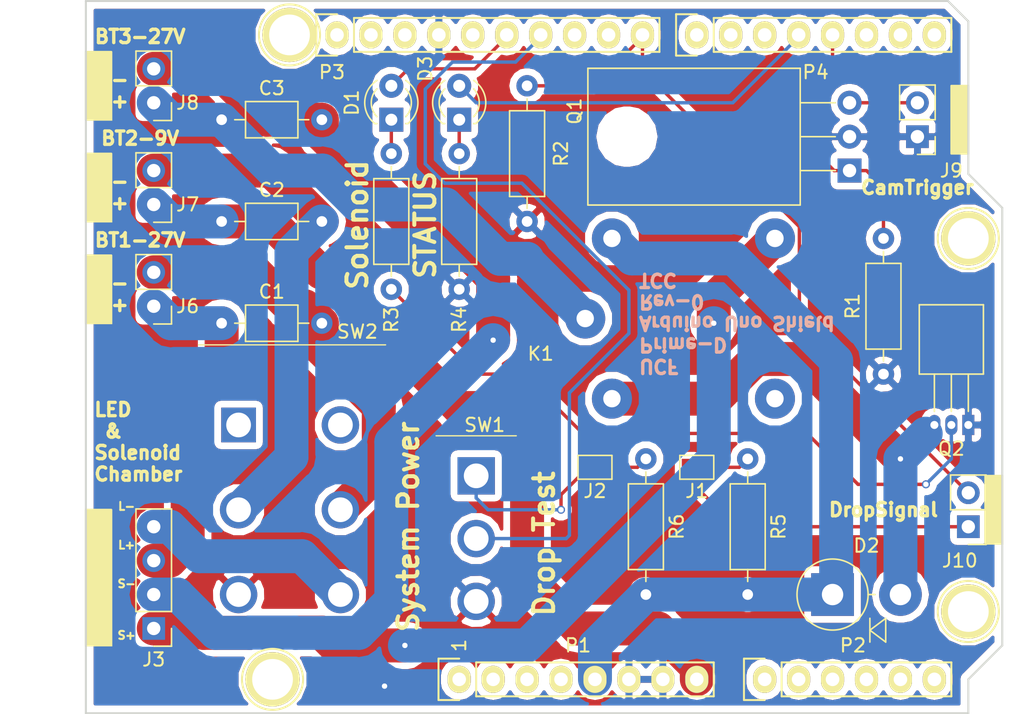
<source format=kicad_pcb>
(kicad_pcb (version 20171130) (host pcbnew "(5.0.2)-1")

  (general
    (thickness 1.6)
    (drawings 45)
    (tracks 176)
    (zones 0)
    (modules 33)
    (nets 25)
  )

  (page A4)
  (title_block
    (title "Prime D")
    (date 2019-02-18)
    (rev R0)
    (company FSI)
    (comment 1 "Author: Theodore Cox")
    (comment 2 "Note: This is only based off of the author's interpretation of an ")
    (comment 3 "existing prototype PCB.  Error in the circuit may exist.")
  )

  (layers
    (0 F.Cu signal)
    (31 B.Cu signal)
    (32 B.Adhes user)
    (33 F.Adhes user)
    (34 B.Paste user)
    (35 F.Paste user)
    (36 B.SilkS user)
    (37 F.SilkS user)
    (38 B.Mask user)
    (39 F.Mask user)
    (40 Dwgs.User user)
    (41 Cmts.User user)
    (42 Eco1.User user)
    (43 Eco2.User user)
    (44 Edge.Cuts user)
    (45 Margin user)
    (46 B.CrtYd user)
    (47 F.CrtYd user)
    (48 B.Fab user)
    (49 F.Fab user)
  )

  (setup
    (last_trace_width 0.25)
    (user_trace_width 0.254)
    (user_trace_width 0.508)
    (user_trace_width 0.762)
    (user_trace_width 1.27)
    (user_trace_width 2.54)
    (trace_clearance 0.2)
    (zone_clearance 0.508)
    (zone_45_only no)
    (trace_min 0.2)
    (segment_width 0.15)
    (edge_width 0.15)
    (via_size 0.6)
    (via_drill 0.4)
    (via_min_size 0.4)
    (via_min_drill 0.3)
    (uvia_size 0.3)
    (uvia_drill 0.1)
    (uvias_allowed no)
    (uvia_min_size 0.2)
    (uvia_min_drill 0.1)
    (pcb_text_width 0.3)
    (pcb_text_size 1.5 1.5)
    (mod_edge_width 0.15)
    (mod_text_size 1 1)
    (mod_text_width 0.15)
    (pad_size 4.064 4.064)
    (pad_drill 3.048)
    (pad_to_mask_clearance 0)
    (solder_mask_min_width 0.25)
    (aux_axis_origin 110.998 126.365)
    (grid_origin 110.998 126.365)
    (visible_elements 7FFFFFFF)
    (pcbplotparams
      (layerselection 0x010fc_ffffffff)
      (usegerberextensions false)
      (usegerberattributes false)
      (usegerberadvancedattributes false)
      (creategerberjobfile false)
      (excludeedgelayer true)
      (linewidth 0.100000)
      (plotframeref false)
      (viasonmask false)
      (mode 1)
      (useauxorigin false)
      (hpglpennumber 1)
      (hpglpenspeed 20)
      (hpglpendiameter 15.000000)
      (psnegative false)
      (psa4output false)
      (plotreference true)
      (plotvalue true)
      (plotinvisibletext false)
      (padsonsilk false)
      (subtractmaskfromsilk false)
      (outputformat 1)
      (mirror false)
      (drillshape 0)
      (scaleselection 1)
      (outputdirectory "Gerbers/"))
  )

  (net 0 "")
  (net 1 /8)
  (net 2 /4)
  (net 3 "/11(**/MOSI)")
  (net 4 /BT1_V-)
  (net 5 /BT2_V+)
  (net 6 /BT2_V-)
  (net 7 "Net-(D1-Pad1)")
  (net 8 "Net-(D2-Pad2)")
  (net 9 "Net-(Q2-Pad2)")
  (net 10 /BT1_V+)
  (net 11 /BT3_V-)
  (net 12 /BT3_V+)
  (net 13 "/12(MISO)")
  (net 14 +5V)
  (net 15 GND)
  (net 16 "Net-(J1-Pad1)")
  (net 17 /DropSignal_High)
  (net 18 "Net-(J2-Pad2)")
  (net 19 "Net-(J2-Pad1)")
  (net 20 /SOLENOID+)
  (net 21 /LEDStrip_V-)
  (net 22 /CameraTrigger_Output)
  (net 23 "/3(**)")
  (net 24 "Net-(D3-Pad1)")

  (net_class Default "This is the default net class."
    (clearance 0.2)
    (trace_width 0.25)
    (via_dia 0.6)
    (via_drill 0.4)
    (uvia_dia 0.3)
    (uvia_drill 0.1)
    (add_net +5V)
    (add_net "/11(**/MOSI)")
    (add_net "/12(MISO)")
    (add_net "/3(**)")
    (add_net /4)
    (add_net /8)
    (add_net /BT1_V+)
    (add_net /BT1_V-)
    (add_net /BT2_V+)
    (add_net /BT2_V-)
    (add_net /BT3_V+)
    (add_net /BT3_V-)
    (add_net /CameraTrigger_Output)
    (add_net /DropSignal_High)
    (add_net /LEDStrip_V-)
    (add_net /SOLENOID+)
    (add_net GND)
    (add_net "Net-(D1-Pad1)")
    (add_net "Net-(D2-Pad2)")
    (add_net "Net-(D3-Pad1)")
    (add_net "Net-(J1-Pad1)")
    (add_net "Net-(J2-Pad1)")
    (add_net "Net-(J2-Pad2)")
    (add_net "Net-(Q2-Pad2)")
  )

  (module Connector_PinHeader_2.54mm:PinHeader_1x02_P2.54mm_Vertical (layer F.Cu) (tedit 59FED5CC) (tstamp 5C6C5CAB)
    (at 177.038 112.395 180)
    (descr "Through hole straight pin header, 1x02, 2.54mm pitch, single row")
    (tags "Through hole pin header THT 1x02 2.54mm single row")
    (path /5C73E80B)
    (fp_text reference J10 (at 0.635 -2.54 180) (layer F.SilkS)
      (effects (font (size 1 1) (thickness 0.15)))
    )
    (fp_text value DropSignal (at 0 4.87 180) (layer F.Fab)
      (effects (font (size 1 1) (thickness 0.15)))
    )
    (fp_line (start -0.635 -1.27) (end 1.27 -1.27) (layer F.Fab) (width 0.1))
    (fp_line (start 1.27 -1.27) (end 1.27 3.81) (layer F.Fab) (width 0.1))
    (fp_line (start 1.27 3.81) (end -1.27 3.81) (layer F.Fab) (width 0.1))
    (fp_line (start -1.27 3.81) (end -1.27 -0.635) (layer F.Fab) (width 0.1))
    (fp_line (start -1.27 -0.635) (end -0.635 -1.27) (layer F.Fab) (width 0.1))
    (fp_line (start -1.33 3.87) (end 1.33 3.87) (layer F.SilkS) (width 0.12))
    (fp_line (start -1.33 1.27) (end -1.33 3.87) (layer F.SilkS) (width 0.12))
    (fp_line (start 1.33 1.27) (end 1.33 3.87) (layer F.SilkS) (width 0.12))
    (fp_line (start -1.33 1.27) (end 1.33 1.27) (layer F.SilkS) (width 0.12))
    (fp_line (start -1.33 0) (end -1.33 -1.33) (layer F.SilkS) (width 0.12))
    (fp_line (start -1.33 -1.33) (end 0 -1.33) (layer F.SilkS) (width 0.12))
    (fp_line (start -1.8 -1.8) (end -1.8 4.35) (layer F.CrtYd) (width 0.05))
    (fp_line (start -1.8 4.35) (end 1.8 4.35) (layer F.CrtYd) (width 0.05))
    (fp_line (start 1.8 4.35) (end 1.8 -1.8) (layer F.CrtYd) (width 0.05))
    (fp_line (start 1.8 -1.8) (end -1.8 -1.8) (layer F.CrtYd) (width 0.05))
    (fp_text user %R (at -2.54 1.27 270) (layer F.Fab)
      (effects (font (size 1 1) (thickness 0.15)))
    )
    (pad 1 thru_hole rect (at 0 0 180) (size 1.7 1.7) (drill 1) (layers *.Cu *.Mask)
      (net 17 /DropSignal_High))
    (pad 2 thru_hole oval (at 0 2.54 180) (size 1.7 1.7) (drill 1) (layers *.Cu *.Mask)
      (net 1 /8))
    (model ${KISYS3DMOD}/Connector_PinHeader_2.54mm.3dshapes/PinHeader_1x02_P2.54mm_Vertical.wrl
      (at (xyz 0 0 0))
      (scale (xyz 1 1 1))
      (rotate (xyz 0 0 0))
    )
  )

  (module TO_SOT_Packages_THT:TO-220-3_Horizontal (layer F.Cu) (tedit 58CE52AD) (tstamp 5C6AA556)
    (at 168.148 85.725 90)
    (descr "TO-220-3, Horizontal, RM 2.54mm")
    (tags "TO-220-3 Horizontal RM 2.54mm")
    (path /5C66F158)
    (fp_text reference Q1 (at 4.445 -20.58 90) (layer F.SilkS)
      (effects (font (size 1 1) (thickness 0.15)))
    )
    (fp_text value IRLI3705N (at 2.54 1.9 90) (layer F.Fab)
      (effects (font (size 1 1) (thickness 0.15)))
    )
    (fp_circle (center 2.54 -16.66) (end 4.39 -16.66) (layer F.Fab) (width 0.1))
    (fp_line (start 7.79 -19.71) (end -2.71 -19.71) (layer F.CrtYd) (width 0.05))
    (fp_line (start 7.79 1.15) (end 7.79 -19.71) (layer F.CrtYd) (width 0.05))
    (fp_line (start -2.71 1.15) (end 7.79 1.15) (layer F.CrtYd) (width 0.05))
    (fp_line (start -2.71 -19.71) (end -2.71 1.15) (layer F.CrtYd) (width 0.05))
    (fp_line (start 5.08 -3.69) (end 5.08 -1.066) (layer F.SilkS) (width 0.12))
    (fp_line (start 2.54 -3.69) (end 2.54 -1.066) (layer F.SilkS) (width 0.12))
    (fp_line (start 0 -3.69) (end 0 -1.05) (layer F.SilkS) (width 0.12))
    (fp_line (start 7.66 -19.58) (end 7.66 -3.69) (layer F.SilkS) (width 0.12))
    (fp_line (start -2.58 -19.58) (end -2.58 -3.69) (layer F.SilkS) (width 0.12))
    (fp_line (start -2.58 -19.58) (end 7.66 -19.58) (layer F.SilkS) (width 0.12))
    (fp_line (start -2.58 -3.69) (end 7.66 -3.69) (layer F.SilkS) (width 0.12))
    (fp_line (start 5.08 -3.81) (end 5.08 0) (layer F.Fab) (width 0.1))
    (fp_line (start 2.54 -3.81) (end 2.54 0) (layer F.Fab) (width 0.1))
    (fp_line (start 0 -3.81) (end 0 0) (layer F.Fab) (width 0.1))
    (fp_line (start 7.54 -3.81) (end -2.46 -3.81) (layer F.Fab) (width 0.1))
    (fp_line (start 7.54 -13.06) (end 7.54 -3.81) (layer F.Fab) (width 0.1))
    (fp_line (start -2.46 -13.06) (end 7.54 -13.06) (layer F.Fab) (width 0.1))
    (fp_line (start -2.46 -3.81) (end -2.46 -13.06) (layer F.Fab) (width 0.1))
    (fp_line (start 7.54 -13.06) (end -2.46 -13.06) (layer F.Fab) (width 0.1))
    (fp_line (start 7.54 -19.46) (end 7.54 -13.06) (layer F.Fab) (width 0.1))
    (fp_line (start -2.46 -19.46) (end 7.54 -19.46) (layer F.Fab) (width 0.1))
    (fp_line (start -2.46 -13.06) (end -2.46 -19.46) (layer F.Fab) (width 0.1))
    (fp_text user %R (at 2.54 -20.58 90) (layer F.Fab)
      (effects (font (size 1 1) (thickness 0.15)))
    )
    (pad 3 thru_hole oval (at 5.08 0 90) (size 1.8 1.8) (drill 1) (layers *.Cu *.Mask)
      (net 22 /CameraTrigger_Output))
    (pad 2 thru_hole oval (at 2.54 0 90) (size 1.8 1.8) (drill 1) (layers *.Cu *.Mask)
      (net 15 GND))
    (pad 1 thru_hole rect (at 0 0 90) (size 1.8 1.8) (drill 1) (layers *.Cu *.Mask)
      (net 23 "/3(**)"))
    (pad 0 np_thru_hole oval (at 2.54 -16.66 90) (size 3.5 3.5) (drill 3.5) (layers *.Cu *.Mask))
    (model C:/Users/Chase/Documents/GitHub/kicad-packages3D/Package_TO_SOT_THT.3dshapes/TO-220-3_Horizontal_TabDown.wrl
      (at (xyz 0 0 0))
      (scale (xyz 1 1 1))
      (rotate (xyz 0 0 0))
    )
  )

  (module LEDs:LED_D3.0mm (layer F.Cu) (tedit 5C6B4B0A) (tstamp 5C70697B)
    (at 133.858 81.915 90)
    (descr "LED, diameter 3.0mm, 2 pins")
    (tags "LED diameter 3.0mm 2 pins")
    (path /5C64E4C7)
    (fp_text reference D1 (at 1.27 -2.96 90) (layer F.SilkS)
      (effects (font (size 1 1) (thickness 0.15)))
    )
    (fp_text value LED (at 1.27 2.96 90) (layer F.Fab)
      (effects (font (size 1 1) (thickness 0.15)))
    )
    (fp_arc (start 1.27 0) (end -0.23 -1.16619) (angle 284.3) (layer F.Fab) (width 0.1))
    (fp_arc (start 1.27 0) (end -0.29 -1.235516) (angle 108.8) (layer F.SilkS) (width 0.12))
    (fp_arc (start 1.27 0) (end -0.29 1.235516) (angle -108.8) (layer F.SilkS) (width 0.12))
    (fp_arc (start 1.27 0) (end 0.229039 -1.08) (angle 87.9) (layer F.SilkS) (width 0.12))
    (fp_arc (start 1.27 0) (end 0.229039 1.08) (angle -87.9) (layer F.SilkS) (width 0.12))
    (fp_circle (center 1.27 0) (end 2.77 0) (layer F.Fab) (width 0.1))
    (fp_line (start -0.23 -1.16619) (end -0.23 1.16619) (layer F.Fab) (width 0.1))
    (fp_line (start -0.29 -1.236) (end -0.29 -1.08) (layer F.SilkS) (width 0.12))
    (fp_line (start -0.29 1.08) (end -0.29 1.236) (layer F.SilkS) (width 0.12))
    (fp_line (start -1.15 -2.25) (end -1.15 2.25) (layer F.CrtYd) (width 0.05))
    (fp_line (start -1.15 2.25) (end 3.7 2.25) (layer F.CrtYd) (width 0.05))
    (fp_line (start 3.7 2.25) (end 3.7 -2.25) (layer F.CrtYd) (width 0.05))
    (fp_line (start 3.7 -2.25) (end -1.15 -2.25) (layer F.CrtYd) (width 0.05))
    (pad 1 thru_hole rect (at 0 0 90) (size 1.8 1.8) (drill 0.9) (layers *.Cu *.Mask)
      (net 7 "Net-(D1-Pad1)"))
    (pad 2 thru_hole circle (at 2.54 0 90) (size 1.8 1.8) (drill 0.9) (layers *.Cu *.Mask)
      (net 13 "/12(MISO)"))
    (model ${KISYS3DMOD}/LEDs.3dshapes/LED_D3.0mm.wrl
      (at (xyz 0 0 0))
      (scale (xyz 0.393701 0.393701 0.393701))
      (rotate (xyz 0 0 0))
    )
  )

  (module Socket_Arduino_Uno:Socket_Strip_Arduino_1x08 locked (layer F.Cu) (tedit 552168D2) (tstamp 551AF9EA)
    (at 138.938 123.825)
    (descr "Through hole socket strip")
    (tags "socket strip")
    (path /56D70129)
    (fp_text reference P1 (at 8.89 -2.54) (layer F.SilkS)
      (effects (font (size 1 1) (thickness 0.15)))
    )
    (fp_text value Power (at 8.89 -4.064) (layer F.Fab)
      (effects (font (size 1 1) (thickness 0.15)))
    )
    (fp_line (start -1.55 -1.55) (end -1.55 1.55) (layer F.SilkS) (width 0.15))
    (fp_line (start 0 -1.55) (end -1.55 -1.55) (layer F.SilkS) (width 0.15))
    (fp_line (start 1.27 1.27) (end 1.27 -1.27) (layer F.SilkS) (width 0.15))
    (fp_line (start -1.55 1.55) (end 0 1.55) (layer F.SilkS) (width 0.15))
    (fp_line (start 19.05 -1.27) (end 1.27 -1.27) (layer F.SilkS) (width 0.15))
    (fp_line (start 19.05 1.27) (end 19.05 -1.27) (layer F.SilkS) (width 0.15))
    (fp_line (start 1.27 1.27) (end 19.05 1.27) (layer F.SilkS) (width 0.15))
    (fp_line (start -1.75 1.75) (end 19.55 1.75) (layer F.CrtYd) (width 0.05))
    (fp_line (start -1.75 -1.75) (end 19.55 -1.75) (layer F.CrtYd) (width 0.05))
    (fp_line (start 19.55 -1.75) (end 19.55 1.75) (layer F.CrtYd) (width 0.05))
    (fp_line (start -1.75 -1.75) (end -1.75 1.75) (layer F.CrtYd) (width 0.05))
    (pad 8 thru_hole oval (at 17.78 0) (size 1.7272 2.032) (drill 1.016) (layers *.Cu *.Mask F.SilkS)
      (net 5 /BT2_V+))
    (pad 7 thru_hole oval (at 15.24 0) (size 1.7272 2.032) (drill 1.016) (layers *.Cu *.Mask F.SilkS)
      (net 15 GND))
    (pad 6 thru_hole oval (at 12.7 0) (size 1.7272 2.032) (drill 1.016) (layers *.Cu *.Mask F.SilkS)
      (net 15 GND))
    (pad 5 thru_hole oval (at 10.16 0) (size 1.7272 2.032) (drill 1.016) (layers *.Cu *.Mask F.SilkS)
      (net 14 +5V))
    (pad 4 thru_hole oval (at 7.62 0) (size 1.7272 2.032) (drill 1.016) (layers *.Cu *.Mask F.SilkS))
    (pad 3 thru_hole oval (at 5.08 0) (size 1.7272 2.032) (drill 1.016) (layers *.Cu *.Mask F.SilkS))
    (pad 2 thru_hole oval (at 2.54 0) (size 1.7272 2.032) (drill 1.016) (layers *.Cu *.Mask F.SilkS))
    (pad 1 thru_hole oval (at 0 0) (size 1.7272 2.032) (drill 1.016) (layers *.Cu *.Mask F.SilkS))
    (model ${KIPRJMOD}/primeD-kiCad_libraries/Socket_Arduino_Uno.3dshapes/Socket_header_Arduino_1x08.wrl
      (offset (xyz 8.889999866485596 0 0))
      (scale (xyz 1 1 1))
      (rotate (xyz 0 0 180))
    )
  )

  (module Socket_Arduino_Uno:Socket_Strip_Arduino_1x06 locked (layer F.Cu) (tedit 552168D6) (tstamp 551AF9FF)
    (at 161.798 123.825)
    (descr "Through hole socket strip")
    (tags "socket strip")
    (path /56D70DD8)
    (fp_text reference P2 (at 6.604 -2.54) (layer F.SilkS)
      (effects (font (size 1 1) (thickness 0.15)))
    )
    (fp_text value Analog (at 6.604 -4.064) (layer F.Fab)
      (effects (font (size 1 1) (thickness 0.15)))
    )
    (fp_line (start -1.55 -1.55) (end -1.55 1.55) (layer F.SilkS) (width 0.15))
    (fp_line (start 0 -1.55) (end -1.55 -1.55) (layer F.SilkS) (width 0.15))
    (fp_line (start 1.27 1.27) (end 1.27 -1.27) (layer F.SilkS) (width 0.15))
    (fp_line (start -1.55 1.55) (end 0 1.55) (layer F.SilkS) (width 0.15))
    (fp_line (start 13.97 -1.27) (end 1.27 -1.27) (layer F.SilkS) (width 0.15))
    (fp_line (start 13.97 1.27) (end 13.97 -1.27) (layer F.SilkS) (width 0.15))
    (fp_line (start 1.27 1.27) (end 13.97 1.27) (layer F.SilkS) (width 0.15))
    (fp_line (start -1.75 1.75) (end 14.45 1.75) (layer F.CrtYd) (width 0.05))
    (fp_line (start -1.75 -1.75) (end 14.45 -1.75) (layer F.CrtYd) (width 0.05))
    (fp_line (start 14.45 -1.75) (end 14.45 1.75) (layer F.CrtYd) (width 0.05))
    (fp_line (start -1.75 -1.75) (end -1.75 1.75) (layer F.CrtYd) (width 0.05))
    (pad 6 thru_hole oval (at 12.7 0) (size 1.7272 2.032) (drill 1.016) (layers *.Cu *.Mask F.SilkS))
    (pad 5 thru_hole oval (at 10.16 0) (size 1.7272 2.032) (drill 1.016) (layers *.Cu *.Mask F.SilkS))
    (pad 4 thru_hole oval (at 7.62 0) (size 1.7272 2.032) (drill 1.016) (layers *.Cu *.Mask F.SilkS))
    (pad 3 thru_hole oval (at 5.08 0) (size 1.7272 2.032) (drill 1.016) (layers *.Cu *.Mask F.SilkS))
    (pad 2 thru_hole oval (at 2.54 0) (size 1.7272 2.032) (drill 1.016) (layers *.Cu *.Mask F.SilkS))
    (pad 1 thru_hole oval (at 0 0) (size 1.7272 2.032) (drill 1.016) (layers *.Cu *.Mask F.SilkS))
    (model ${KIPRJMOD}/primeD-kiCad_libraries/Socket_Arduino_Uno.3dshapes/Socket_header_Arduino_1x06.wrl
      (offset (xyz 6.349999904632568 0 0))
      (scale (xyz 1 1 1))
      (rotate (xyz 0 0 180))
    )
  )

  (module Socket_Arduino_Uno:Socket_Strip_Arduino_1x10 locked (layer F.Cu) (tedit 552168BF) (tstamp 551AFA18)
    (at 129.794 75.565)
    (descr "Through hole socket strip")
    (tags "socket strip")
    (path /56D721E0)
    (fp_text reference P3 (at -0.381 2.794) (layer F.SilkS)
      (effects (font (size 1 1) (thickness 0.15)))
    )
    (fp_text value Digital (at 11.43 4.318) (layer F.Fab)
      (effects (font (size 1 1) (thickness 0.15)))
    )
    (fp_line (start -1.55 -1.55) (end -1.55 1.55) (layer F.SilkS) (width 0.15))
    (fp_line (start 0 -1.55) (end -1.55 -1.55) (layer F.SilkS) (width 0.15))
    (fp_line (start 1.27 1.27) (end 1.27 -1.27) (layer F.SilkS) (width 0.15))
    (fp_line (start -1.55 1.55) (end 0 1.55) (layer F.SilkS) (width 0.15))
    (fp_line (start 24.13 -1.27) (end 1.27 -1.27) (layer F.SilkS) (width 0.15))
    (fp_line (start 24.13 1.27) (end 24.13 -1.27) (layer F.SilkS) (width 0.15))
    (fp_line (start 1.27 1.27) (end 24.13 1.27) (layer F.SilkS) (width 0.15))
    (fp_line (start -1.75 1.75) (end 24.65 1.75) (layer F.CrtYd) (width 0.05))
    (fp_line (start -1.75 -1.75) (end 24.65 -1.75) (layer F.CrtYd) (width 0.05))
    (fp_line (start 24.65 -1.75) (end 24.65 1.75) (layer F.CrtYd) (width 0.05))
    (fp_line (start -1.75 -1.75) (end -1.75 1.75) (layer F.CrtYd) (width 0.05))
    (pad 10 thru_hole oval (at 22.86 0) (size 1.7272 2.032) (drill 1.016) (layers *.Cu *.Mask F.SilkS)
      (net 1 /8))
    (pad 9 thru_hole oval (at 20.32 0) (size 1.7272 2.032) (drill 1.016) (layers *.Cu *.Mask F.SilkS))
    (pad 8 thru_hole oval (at 17.78 0) (size 1.7272 2.032) (drill 1.016) (layers *.Cu *.Mask F.SilkS))
    (pad 7 thru_hole oval (at 15.24 0) (size 1.7272 2.032) (drill 1.016) (layers *.Cu *.Mask F.SilkS)
      (net 3 "/11(**/MOSI)"))
    (pad 6 thru_hole oval (at 12.7 0) (size 1.7272 2.032) (drill 1.016) (layers *.Cu *.Mask F.SilkS)
      (net 13 "/12(MISO)"))
    (pad 5 thru_hole oval (at 10.16 0) (size 1.7272 2.032) (drill 1.016) (layers *.Cu *.Mask F.SilkS))
    (pad 4 thru_hole oval (at 7.62 0) (size 1.7272 2.032) (drill 1.016) (layers *.Cu *.Mask F.SilkS)
      (net 15 GND))
    (pad 3 thru_hole oval (at 5.08 0) (size 1.7272 2.032) (drill 1.016) (layers *.Cu *.Mask F.SilkS))
    (pad 2 thru_hole oval (at 2.54 0) (size 1.7272 2.032) (drill 1.016) (layers *.Cu *.Mask F.SilkS))
    (pad 1 thru_hole oval (at 0 0) (size 1.7272 2.032) (drill 1.016) (layers *.Cu *.Mask F.SilkS))
    (model ${KIPRJMOD}/primeD-kiCad_libraries/Socket_Arduino_Uno.3dshapes/Socket_header_Arduino_1x10.wrl
      (offset (xyz 11.42999982833862 0 0))
      (scale (xyz 1 1 1))
      (rotate (xyz 0 0 180))
    )
  )

  (module Socket_Arduino_Uno:Socket_Strip_Arduino_1x08 locked (layer F.Cu) (tedit 552168C7) (tstamp 551AFA2F)
    (at 156.718 75.565)
    (descr "Through hole socket strip")
    (tags "socket strip")
    (path /56D7164F)
    (fp_text reference P4 (at 8.89 2.794) (layer F.SilkS)
      (effects (font (size 1 1) (thickness 0.15)))
    )
    (fp_text value Digital (at 8.89 4.318) (layer F.Fab)
      (effects (font (size 1 1) (thickness 0.15)))
    )
    (fp_line (start -1.55 -1.55) (end -1.55 1.55) (layer F.SilkS) (width 0.15))
    (fp_line (start 0 -1.55) (end -1.55 -1.55) (layer F.SilkS) (width 0.15))
    (fp_line (start 1.27 1.27) (end 1.27 -1.27) (layer F.SilkS) (width 0.15))
    (fp_line (start -1.55 1.55) (end 0 1.55) (layer F.SilkS) (width 0.15))
    (fp_line (start 19.05 -1.27) (end 1.27 -1.27) (layer F.SilkS) (width 0.15))
    (fp_line (start 19.05 1.27) (end 19.05 -1.27) (layer F.SilkS) (width 0.15))
    (fp_line (start 1.27 1.27) (end 19.05 1.27) (layer F.SilkS) (width 0.15))
    (fp_line (start -1.75 1.75) (end 19.55 1.75) (layer F.CrtYd) (width 0.05))
    (fp_line (start -1.75 -1.75) (end 19.55 -1.75) (layer F.CrtYd) (width 0.05))
    (fp_line (start 19.55 -1.75) (end 19.55 1.75) (layer F.CrtYd) (width 0.05))
    (fp_line (start -1.75 -1.75) (end -1.75 1.75) (layer F.CrtYd) (width 0.05))
    (pad 8 thru_hole oval (at 17.78 0) (size 1.7272 2.032) (drill 1.016) (layers *.Cu *.Mask F.SilkS))
    (pad 7 thru_hole oval (at 15.24 0) (size 1.7272 2.032) (drill 1.016) (layers *.Cu *.Mask F.SilkS))
    (pad 6 thru_hole oval (at 12.7 0) (size 1.7272 2.032) (drill 1.016) (layers *.Cu *.Mask F.SilkS))
    (pad 5 thru_hole oval (at 10.16 0) (size 1.7272 2.032) (drill 1.016) (layers *.Cu *.Mask F.SilkS)
      (net 23 "/3(**)"))
    (pad 4 thru_hole oval (at 7.62 0) (size 1.7272 2.032) (drill 1.016) (layers *.Cu *.Mask F.SilkS)
      (net 2 /4))
    (pad 3 thru_hole oval (at 5.08 0) (size 1.7272 2.032) (drill 1.016) (layers *.Cu *.Mask F.SilkS))
    (pad 2 thru_hole oval (at 2.54 0) (size 1.7272 2.032) (drill 1.016) (layers *.Cu *.Mask F.SilkS))
    (pad 1 thru_hole oval (at 0 0) (size 1.7272 2.032) (drill 1.016) (layers *.Cu *.Mask F.SilkS))
    (model ${KIPRJMOD}/primeD-kiCad_libraries/Socket_Arduino_Uno.3dshapes/Socket_header_Arduino_1x08.wrl
      (offset (xyz 8.889999866485596 0 0))
      (scale (xyz 1 1 1))
      (rotate (xyz 0 0 180))
    )
  )

  (module Socket_Arduino_Uno:Arduino_1pin locked (layer F.Cu) (tedit 5524FC39) (tstamp 5524FC3F)
    (at 124.968 123.825)
    (descr "module 1 pin (ou trou mecanique de percage)")
    (tags DEV)
    (path /56D71177)
    (fp_text reference P5 (at 0 -3.048) (layer F.SilkS) hide
      (effects (font (size 1 1) (thickness 0.15)))
    )
    (fp_text value CONN_01X01 (at 0 2.794) (layer F.Fab) hide
      (effects (font (size 1 1) (thickness 0.15)))
    )
    (fp_circle (center 0 0) (end 0 -2.286) (layer F.SilkS) (width 0.15))
    (pad 1 thru_hole circle (at 0 0) (size 4.064 4.064) (drill 3.048) (layers *.Cu *.Mask F.SilkS))
  )

  (module Socket_Arduino_Uno:Arduino_1pin locked (layer F.Cu) (tedit 5524FC4A) (tstamp 5524FC44)
    (at 177.038 118.745)
    (descr "module 1 pin (ou trou mecanique de percage)")
    (tags DEV)
    (path /56D71274)
    (fp_text reference P6 (at 0 -3.048) (layer F.SilkS) hide
      (effects (font (size 1 1) (thickness 0.15)))
    )
    (fp_text value CONN_01X01 (at 0 2.794) (layer F.Fab) hide
      (effects (font (size 1 1) (thickness 0.15)))
    )
    (fp_circle (center 0 0) (end 0 -2.286) (layer F.SilkS) (width 0.15))
    (pad 1 thru_hole circle (at 0 0) (size 4.064 4.064) (drill 3.048) (layers *.Cu *.Mask F.SilkS))
  )

  (module Socket_Arduino_Uno:Arduino_1pin locked (layer F.Cu) (tedit 5524FC2F) (tstamp 5524FC49)
    (at 126.238 75.565)
    (descr "module 1 pin (ou trou mecanique de percage)")
    (tags DEV)
    (path /56D712A8)
    (fp_text reference P7 (at 0 -3.048) (layer F.SilkS) hide
      (effects (font (size 1 1) (thickness 0.15)))
    )
    (fp_text value CONN_01X01 (at 0 2.794) (layer F.Fab) hide
      (effects (font (size 1 1) (thickness 0.15)))
    )
    (fp_circle (center 0 0) (end 0 -2.286) (layer F.SilkS) (width 0.15))
    (pad 1 thru_hole circle (at 0 0) (size 4.064 4.064) (drill 3.048) (layers *.Cu *.Mask F.SilkS))
  )

  (module Socket_Arduino_Uno:Arduino_1pin locked (layer F.Cu) (tedit 5524FC41) (tstamp 5524FC4E)
    (at 177.038 90.805)
    (descr "module 1 pin (ou trou mecanique de percage)")
    (tags DEV)
    (path /56D712DB)
    (fp_text reference P8 (at 0 -3.048) (layer F.SilkS) hide
      (effects (font (size 1 1) (thickness 0.15)))
    )
    (fp_text value CONN_01X01 (at 0 2.794) (layer F.Fab) hide
      (effects (font (size 1 1) (thickness 0.15)))
    )
    (fp_circle (center 0 0) (end 0 -2.286) (layer F.SilkS) (width 0.15))
    (pad 1 thru_hole circle (at 0 0) (size 4.064 4.064) (drill 3.048) (layers *.Cu *.Mask F.SilkS))
  )

  (module Capacitors_THT:C_Axial_L3.8mm_D2.6mm_P7.50mm_Horizontal (layer F.Cu) (tedit 597BC7C2) (tstamp 5C6AA467)
    (at 121.158 97.155)
    (descr "C, Axial series, Axial, Horizontal, pin pitch=7.5mm, , length*diameter=3.8*2.6mm^2, http://www.vishay.com/docs/45231/arseries.pdf")
    (tags "C Axial series Axial Horizontal pin pitch 7.5mm  length 3.8mm diameter 2.6mm")
    (path /5C714096)
    (fp_text reference C1 (at 3.75 -2.36) (layer F.SilkS)
      (effects (font (size 1 1) (thickness 0.15)))
    )
    (fp_text value 1uF (at 3.75 2.36) (layer F.Fab)
      (effects (font (size 1 1) (thickness 0.15)))
    )
    (fp_text user %R (at 3.75 0) (layer F.Fab)
      (effects (font (size 1 1) (thickness 0.15)))
    )
    (fp_line (start 8.55 -1.65) (end -1.05 -1.65) (layer F.CrtYd) (width 0.05))
    (fp_line (start 8.55 1.65) (end 8.55 -1.65) (layer F.CrtYd) (width 0.05))
    (fp_line (start -1.05 1.65) (end 8.55 1.65) (layer F.CrtYd) (width 0.05))
    (fp_line (start -1.05 -1.65) (end -1.05 1.65) (layer F.CrtYd) (width 0.05))
    (fp_line (start 6.52 0) (end 5.71 0) (layer F.SilkS) (width 0.12))
    (fp_line (start 0.98 0) (end 1.79 0) (layer F.SilkS) (width 0.12))
    (fp_line (start 5.71 -1.36) (end 1.79 -1.36) (layer F.SilkS) (width 0.12))
    (fp_line (start 5.71 1.36) (end 5.71 -1.36) (layer F.SilkS) (width 0.12))
    (fp_line (start 1.79 1.36) (end 5.71 1.36) (layer F.SilkS) (width 0.12))
    (fp_line (start 1.79 -1.36) (end 1.79 1.36) (layer F.SilkS) (width 0.12))
    (fp_line (start 7.5 0) (end 5.65 0) (layer F.Fab) (width 0.1))
    (fp_line (start 0 0) (end 1.85 0) (layer F.Fab) (width 0.1))
    (fp_line (start 5.65 -1.3) (end 1.85 -1.3) (layer F.Fab) (width 0.1))
    (fp_line (start 5.65 1.3) (end 5.65 -1.3) (layer F.Fab) (width 0.1))
    (fp_line (start 1.85 1.3) (end 5.65 1.3) (layer F.Fab) (width 0.1))
    (fp_line (start 1.85 -1.3) (end 1.85 1.3) (layer F.Fab) (width 0.1))
    (pad 2 thru_hole oval (at 7.5 0) (size 1.6 1.6) (drill 0.8) (layers *.Cu *.Mask)
      (net 4 /BT1_V-))
    (pad 1 thru_hole circle (at 0 0) (size 1.6 1.6) (drill 0.8) (layers *.Cu *.Mask)
      (net 10 /BT1_V+))
    (model ${KISYS3DMOD}/Capacitors_THT.3dshapes/C_Axial_L3.8mm_D2.6mm_P7.50mm_Horizontal.wrl
      (at (xyz 0 0 0))
      (scale (xyz 1 1 1))
      (rotate (xyz 0 0 0))
    )
  )

  (module Capacitors_THT:C_Axial_L3.8mm_D2.6mm_P7.50mm_Horizontal (layer F.Cu) (tedit 597BC7C2) (tstamp 5C6AA47E)
    (at 121.158 89.535)
    (descr "C, Axial series, Axial, Horizontal, pin pitch=7.5mm, , length*diameter=3.8*2.6mm^2, http://www.vishay.com/docs/45231/arseries.pdf")
    (tags "C Axial series Axial Horizontal pin pitch 7.5mm  length 3.8mm diameter 2.6mm")
    (path /5C71F368)
    (fp_text reference C2 (at 3.75 -2.36) (layer F.SilkS)
      (effects (font (size 1 1) (thickness 0.15)))
    )
    (fp_text value 1uF (at 3.75 2.36) (layer F.Fab)
      (effects (font (size 1 1) (thickness 0.15)))
    )
    (fp_line (start 1.85 -1.3) (end 1.85 1.3) (layer F.Fab) (width 0.1))
    (fp_line (start 1.85 1.3) (end 5.65 1.3) (layer F.Fab) (width 0.1))
    (fp_line (start 5.65 1.3) (end 5.65 -1.3) (layer F.Fab) (width 0.1))
    (fp_line (start 5.65 -1.3) (end 1.85 -1.3) (layer F.Fab) (width 0.1))
    (fp_line (start 0 0) (end 1.85 0) (layer F.Fab) (width 0.1))
    (fp_line (start 7.5 0) (end 5.65 0) (layer F.Fab) (width 0.1))
    (fp_line (start 1.79 -1.36) (end 1.79 1.36) (layer F.SilkS) (width 0.12))
    (fp_line (start 1.79 1.36) (end 5.71 1.36) (layer F.SilkS) (width 0.12))
    (fp_line (start 5.71 1.36) (end 5.71 -1.36) (layer F.SilkS) (width 0.12))
    (fp_line (start 5.71 -1.36) (end 1.79 -1.36) (layer F.SilkS) (width 0.12))
    (fp_line (start 0.98 0) (end 1.79 0) (layer F.SilkS) (width 0.12))
    (fp_line (start 6.52 0) (end 5.71 0) (layer F.SilkS) (width 0.12))
    (fp_line (start -1.05 -1.65) (end -1.05 1.65) (layer F.CrtYd) (width 0.05))
    (fp_line (start -1.05 1.65) (end 8.55 1.65) (layer F.CrtYd) (width 0.05))
    (fp_line (start 8.55 1.65) (end 8.55 -1.65) (layer F.CrtYd) (width 0.05))
    (fp_line (start 8.55 -1.65) (end -1.05 -1.65) (layer F.CrtYd) (width 0.05))
    (fp_text user %R (at 3.75 0) (layer F.Fab)
      (effects (font (size 1 1) (thickness 0.15)))
    )
    (pad 1 thru_hole circle (at 0 0) (size 1.6 1.6) (drill 0.8) (layers *.Cu *.Mask)
      (net 5 /BT2_V+))
    (pad 2 thru_hole oval (at 7.5 0) (size 1.6 1.6) (drill 0.8) (layers *.Cu *.Mask)
      (net 6 /BT2_V-))
    (model ${KISYS3DMOD}/Capacitors_THT.3dshapes/C_Axial_L3.8mm_D2.6mm_P7.50mm_Horizontal.wrl
      (at (xyz 0 0 0))
      (scale (xyz 1 1 1))
      (rotate (xyz 0 0 0))
    )
  )

  (module Capacitors_THT:C_Axial_L3.8mm_D2.6mm_P7.50mm_Horizontal (layer F.Cu) (tedit 597BC7C2) (tstamp 5C6AA495)
    (at 121.158 81.915)
    (descr "C, Axial series, Axial, Horizontal, pin pitch=7.5mm, , length*diameter=3.8*2.6mm^2, http://www.vishay.com/docs/45231/arseries.pdf")
    (tags "C Axial series Axial Horizontal pin pitch 7.5mm  length 3.8mm diameter 2.6mm")
    (path /5C72B2CB)
    (fp_text reference C3 (at 3.75 -2.36) (layer F.SilkS)
      (effects (font (size 1 1) (thickness 0.15)))
    )
    (fp_text value 1uF (at 3.75 2.36) (layer F.Fab)
      (effects (font (size 1 1) (thickness 0.15)))
    )
    (fp_text user %R (at 3.81 0) (layer F.Fab)
      (effects (font (size 1 1) (thickness 0.15)))
    )
    (fp_line (start 8.55 -1.65) (end -1.05 -1.65) (layer F.CrtYd) (width 0.05))
    (fp_line (start 8.55 1.65) (end 8.55 -1.65) (layer F.CrtYd) (width 0.05))
    (fp_line (start -1.05 1.65) (end 8.55 1.65) (layer F.CrtYd) (width 0.05))
    (fp_line (start -1.05 -1.65) (end -1.05 1.65) (layer F.CrtYd) (width 0.05))
    (fp_line (start 6.52 0) (end 5.71 0) (layer F.SilkS) (width 0.12))
    (fp_line (start 0.98 0) (end 1.79 0) (layer F.SilkS) (width 0.12))
    (fp_line (start 5.71 -1.36) (end 1.79 -1.36) (layer F.SilkS) (width 0.12))
    (fp_line (start 5.71 1.36) (end 5.71 -1.36) (layer F.SilkS) (width 0.12))
    (fp_line (start 1.79 1.36) (end 5.71 1.36) (layer F.SilkS) (width 0.12))
    (fp_line (start 1.79 -1.36) (end 1.79 1.36) (layer F.SilkS) (width 0.12))
    (fp_line (start 7.5 0) (end 5.65 0) (layer F.Fab) (width 0.1))
    (fp_line (start 0 0) (end 1.85 0) (layer F.Fab) (width 0.1))
    (fp_line (start 5.65 -1.3) (end 1.85 -1.3) (layer F.Fab) (width 0.1))
    (fp_line (start 5.65 1.3) (end 5.65 -1.3) (layer F.Fab) (width 0.1))
    (fp_line (start 1.85 1.3) (end 5.65 1.3) (layer F.Fab) (width 0.1))
    (fp_line (start 1.85 -1.3) (end 1.85 1.3) (layer F.Fab) (width 0.1))
    (pad 2 thru_hole oval (at 7.5 0) (size 1.6 1.6) (drill 0.8) (layers *.Cu *.Mask)
      (net 11 /BT3_V-))
    (pad 1 thru_hole circle (at 0 0) (size 1.6 1.6) (drill 0.8) (layers *.Cu *.Mask)
      (net 12 /BT3_V+))
    (model ${KISYS3DMOD}/Capacitors_THT.3dshapes/C_Axial_L3.8mm_D2.6mm_P7.50mm_Horizontal.wrl
      (at (xyz 0 0 0))
      (scale (xyz 1 1 1))
      (rotate (xyz 0 0 0))
    )
  )

  (module Connector_PinHeader_2.54mm:PinHeader_1x04_P2.54mm_Vertical (layer F.Cu) (tedit 59FED5CC) (tstamp 5C6AA4F4)
    (at 116.078 120.015 180)
    (descr "Through hole straight pin header, 1x04, 2.54mm pitch, single row")
    (tags "Through hole pin header THT 1x04 2.54mm single row")
    (path /5C6BF2FE)
    (fp_text reference J3 (at 0 -2.33 180) (layer F.SilkS)
      (effects (font (size 1 1) (thickness 0.15)))
    )
    (fp_text value Connector_Chamber (at 0 9.95 180) (layer F.Fab)
      (effects (font (size 1 1) (thickness 0.15)))
    )
    (fp_line (start -0.635 -1.27) (end 1.27 -1.27) (layer F.Fab) (width 0.1))
    (fp_line (start 1.27 -1.27) (end 1.27 8.89) (layer F.Fab) (width 0.1))
    (fp_line (start 1.27 8.89) (end -1.27 8.89) (layer F.Fab) (width 0.1))
    (fp_line (start -1.27 8.89) (end -1.27 -0.635) (layer F.Fab) (width 0.1))
    (fp_line (start -1.27 -0.635) (end -0.635 -1.27) (layer F.Fab) (width 0.1))
    (fp_line (start -1.33 8.95) (end 1.33 8.95) (layer F.SilkS) (width 0.12))
    (fp_line (start -1.33 1.27) (end -1.33 8.95) (layer F.SilkS) (width 0.12))
    (fp_line (start 1.33 1.27) (end 1.33 8.95) (layer F.SilkS) (width 0.12))
    (fp_line (start -1.33 1.27) (end 1.33 1.27) (layer F.SilkS) (width 0.12))
    (fp_line (start -1.33 0) (end -1.33 -1.33) (layer F.SilkS) (width 0.12))
    (fp_line (start -1.33 -1.33) (end 0 -1.33) (layer F.SilkS) (width 0.12))
    (fp_line (start -1.8 -1.8) (end -1.8 9.4) (layer F.CrtYd) (width 0.05))
    (fp_line (start -1.8 9.4) (end 1.8 9.4) (layer F.CrtYd) (width 0.05))
    (fp_line (start 1.8 9.4) (end 1.8 -1.8) (layer F.CrtYd) (width 0.05))
    (fp_line (start 1.8 -1.8) (end -1.8 -1.8) (layer F.CrtYd) (width 0.05))
    (fp_text user %R (at 0 3.81 270) (layer F.Fab)
      (effects (font (size 1 1) (thickness 0.15)))
    )
    (pad 1 thru_hole rect (at 0 0 180) (size 1.7 1.7) (drill 1) (layers *.Cu *.Mask)
      (net 20 /SOLENOID+))
    (pad 2 thru_hole oval (at 0 2.54 180) (size 1.7 1.7) (drill 1) (layers *.Cu *.Mask)
      (net 11 /BT3_V-))
    (pad 3 thru_hole oval (at 0 5.08 180) (size 1.7 1.7) (drill 1) (layers *.Cu *.Mask)
      (net 10 /BT1_V+))
    (pad 4 thru_hole oval (at 0 7.62 180) (size 1.7 1.7) (drill 1) (layers *.Cu *.Mask)
      (net 21 /LEDStrip_V-))
    (model ${KISYS3DMOD}/Connector_PinHeader_2.54mm.3dshapes/PinHeader_1x04_P2.54mm_Vertical.wrl
      (at (xyz 0 0 0))
      (scale (xyz 1 1 1))
      (rotate (xyz 0 0 0))
    )
  )

  (module Connector_PinHeader_2.54mm:PinHeader_1x02_P2.54mm_Vertical (layer F.Cu) (tedit 59FED5CC) (tstamp 5C6AA50A)
    (at 116.078 95.885 180)
    (descr "Through hole straight pin header, 1x02, 2.54mm pitch, single row")
    (tags "Through hole pin header THT 1x02 2.54mm single row")
    (path /5C6F3EE3)
    (fp_text reference J6 (at -2.54 0 180) (layer F.SilkS)
      (effects (font (size 1 1) (thickness 0.15)))
    )
    (fp_text value BAT1_27V (at 0 4.87 180) (layer F.Fab)
      (effects (font (size 1 1) (thickness 0.15)))
    )
    (fp_line (start -0.635 -1.27) (end 1.27 -1.27) (layer F.Fab) (width 0.1))
    (fp_line (start 1.27 -1.27) (end 1.27 3.81) (layer F.Fab) (width 0.1))
    (fp_line (start 1.27 3.81) (end -1.27 3.81) (layer F.Fab) (width 0.1))
    (fp_line (start -1.27 3.81) (end -1.27 -0.635) (layer F.Fab) (width 0.1))
    (fp_line (start -1.27 -0.635) (end -0.635 -1.27) (layer F.Fab) (width 0.1))
    (fp_line (start -1.33 3.87) (end 1.33 3.87) (layer F.SilkS) (width 0.12))
    (fp_line (start -1.33 1.27) (end -1.33 3.87) (layer F.SilkS) (width 0.12))
    (fp_line (start 1.33 1.27) (end 1.33 3.87) (layer F.SilkS) (width 0.12))
    (fp_line (start -1.33 1.27) (end 1.33 1.27) (layer F.SilkS) (width 0.12))
    (fp_line (start -1.33 0) (end -1.33 -1.33) (layer F.SilkS) (width 0.12))
    (fp_line (start -1.33 -1.33) (end 0 -1.33) (layer F.SilkS) (width 0.12))
    (fp_line (start -1.8 -1.8) (end -1.8 4.35) (layer F.CrtYd) (width 0.05))
    (fp_line (start -1.8 4.35) (end 1.8 4.35) (layer F.CrtYd) (width 0.05))
    (fp_line (start 1.8 4.35) (end 1.8 -1.8) (layer F.CrtYd) (width 0.05))
    (fp_line (start 1.8 -1.8) (end -1.8 -1.8) (layer F.CrtYd) (width 0.05))
    (fp_text user %R (at 2.024999 1.27 270) (layer F.Fab)
      (effects (font (size 1 1) (thickness 0.15)))
    )
    (pad 1 thru_hole rect (at 0 0 180) (size 1.7 1.7) (drill 1) (layers *.Cu *.Mask)
      (net 10 /BT1_V+))
    (pad 2 thru_hole oval (at 0 2.54 180) (size 1.7 1.7) (drill 1) (layers *.Cu *.Mask)
      (net 4 /BT1_V-))
    (model ${KISYS3DMOD}/Connector_PinHeader_2.54mm.3dshapes/PinHeader_1x02_P2.54mm_Vertical.wrl
      (at (xyz 0 0 0))
      (scale (xyz 1 1 1))
      (rotate (xyz 0 0 0))
    )
  )

  (module Connector_PinHeader_2.54mm:PinHeader_1x02_P2.54mm_Vertical (layer F.Cu) (tedit 59FED5CC) (tstamp 5C6AA520)
    (at 116.078 88.265 180)
    (descr "Through hole straight pin header, 1x02, 2.54mm pitch, single row")
    (tags "Through hole pin header THT 1x02 2.54mm single row")
    (path /5C6F4066)
    (fp_text reference J7 (at -2.54 0 180) (layer F.SilkS)
      (effects (font (size 1 1) (thickness 0.15)))
    )
    (fp_text value BAT2_9V (at 0 4.87 180) (layer F.Fab)
      (effects (font (size 1 1) (thickness 0.15)))
    )
    (fp_text user %R (at 0 1.27 270) (layer F.Fab)
      (effects (font (size 1 1) (thickness 0.15)))
    )
    (fp_line (start 1.8 -1.8) (end -1.8 -1.8) (layer F.CrtYd) (width 0.05))
    (fp_line (start 1.8 4.35) (end 1.8 -1.8) (layer F.CrtYd) (width 0.05))
    (fp_line (start -1.8 4.35) (end 1.8 4.35) (layer F.CrtYd) (width 0.05))
    (fp_line (start -1.8 -1.8) (end -1.8 4.35) (layer F.CrtYd) (width 0.05))
    (fp_line (start -1.33 -1.33) (end 0 -1.33) (layer F.SilkS) (width 0.12))
    (fp_line (start -1.33 0) (end -1.33 -1.33) (layer F.SilkS) (width 0.12))
    (fp_line (start -1.33 1.27) (end 1.33 1.27) (layer F.SilkS) (width 0.12))
    (fp_line (start 1.33 1.27) (end 1.33 3.87) (layer F.SilkS) (width 0.12))
    (fp_line (start -1.33 1.27) (end -1.33 3.87) (layer F.SilkS) (width 0.12))
    (fp_line (start -1.33 3.87) (end 1.33 3.87) (layer F.SilkS) (width 0.12))
    (fp_line (start -1.27 -0.635) (end -0.635 -1.27) (layer F.Fab) (width 0.1))
    (fp_line (start -1.27 3.81) (end -1.27 -0.635) (layer F.Fab) (width 0.1))
    (fp_line (start 1.27 3.81) (end -1.27 3.81) (layer F.Fab) (width 0.1))
    (fp_line (start 1.27 -1.27) (end 1.27 3.81) (layer F.Fab) (width 0.1))
    (fp_line (start -0.635 -1.27) (end 1.27 -1.27) (layer F.Fab) (width 0.1))
    (pad 2 thru_hole oval (at 0 2.54 180) (size 1.7 1.7) (drill 1) (layers *.Cu *.Mask)
      (net 6 /BT2_V-))
    (pad 1 thru_hole rect (at 0 0 180) (size 1.7 1.7) (drill 1) (layers *.Cu *.Mask)
      (net 5 /BT2_V+))
    (model ${KISYS3DMOD}/Connector_PinHeader_2.54mm.3dshapes/PinHeader_1x02_P2.54mm_Vertical.wrl
      (at (xyz 0 0 0))
      (scale (xyz 1 1 1))
      (rotate (xyz 0 0 0))
    )
  )

  (module Connector_PinHeader_2.54mm:PinHeader_1x02_P2.54mm_Vertical (layer F.Cu) (tedit 59FED5CC) (tstamp 5C6AA536)
    (at 116.078 80.645 180)
    (descr "Through hole straight pin header, 1x02, 2.54mm pitch, single row")
    (tags "Through hole pin header THT 1x02 2.54mm single row")
    (path /5C6F40BA)
    (fp_text reference J8 (at -2.54 0 180) (layer F.SilkS)
      (effects (font (size 1 1) (thickness 0.15)))
    )
    (fp_text value BAT3_27V (at 0 4.87 180) (layer F.Fab)
      (effects (font (size 1 1) (thickness 0.15)))
    )
    (fp_line (start -0.635 -1.27) (end 1.27 -1.27) (layer F.Fab) (width 0.1))
    (fp_line (start 1.27 -1.27) (end 1.27 3.81) (layer F.Fab) (width 0.1))
    (fp_line (start 1.27 3.81) (end -1.27 3.81) (layer F.Fab) (width 0.1))
    (fp_line (start -1.27 3.81) (end -1.27 -0.635) (layer F.Fab) (width 0.1))
    (fp_line (start -1.27 -0.635) (end -0.635 -1.27) (layer F.Fab) (width 0.1))
    (fp_line (start -1.33 3.87) (end 1.33 3.87) (layer F.SilkS) (width 0.12))
    (fp_line (start -1.33 1.27) (end -1.33 3.87) (layer F.SilkS) (width 0.12))
    (fp_line (start 1.33 1.27) (end 1.33 3.87) (layer F.SilkS) (width 0.12))
    (fp_line (start -1.33 1.27) (end 1.33 1.27) (layer F.SilkS) (width 0.12))
    (fp_line (start -1.33 0) (end -1.33 -1.33) (layer F.SilkS) (width 0.12))
    (fp_line (start -1.33 -1.33) (end 0 -1.33) (layer F.SilkS) (width 0.12))
    (fp_line (start -1.8 -1.8) (end -1.8 4.35) (layer F.CrtYd) (width 0.05))
    (fp_line (start -1.8 4.35) (end 1.8 4.35) (layer F.CrtYd) (width 0.05))
    (fp_line (start 1.8 4.35) (end 1.8 -1.8) (layer F.CrtYd) (width 0.05))
    (fp_line (start 1.8 -1.8) (end -1.8 -1.8) (layer F.CrtYd) (width 0.05))
    (fp_text user %R (at 0 1.27 270) (layer F.Fab)
      (effects (font (size 1 1) (thickness 0.15)))
    )
    (pad 1 thru_hole rect (at 0 0 180) (size 1.7 1.7) (drill 1) (layers *.Cu *.Mask)
      (net 12 /BT3_V+))
    (pad 2 thru_hole oval (at 0 2.54 180) (size 1.7 1.7) (drill 1) (layers *.Cu *.Mask)
      (net 11 /BT3_V-))
    (model ${KISYS3DMOD}/Connector_PinHeader_2.54mm.3dshapes/PinHeader_1x02_P2.54mm_Vertical.wrl
      (at (xyz 0 0 0))
      (scale (xyz 1 1 1))
      (rotate (xyz 0 0 0))
    )
  )

  (module Resistors_THT:R_Axial_DIN0207_L6.3mm_D2.5mm_P10.16mm_Horizontal (layer F.Cu) (tedit 5874F706) (tstamp 5C6AA56C)
    (at 170.688 100.965 90)
    (descr "Resistor, Axial_DIN0207 series, Axial, Horizontal, pin pitch=10.16mm, 0.25W = 1/4W, length*diameter=6.3*2.5mm^2, http://cdn-reichelt.de/documents/datenblatt/B400/1_4W%23YAG.pdf")
    (tags "Resistor Axial_DIN0207 series Axial Horizontal pin pitch 10.16mm 0.25W = 1/4W length 6.3mm diameter 2.5mm")
    (path /5C6AB603)
    (fp_text reference R1 (at 5.08 -2.31 90) (layer F.SilkS)
      (effects (font (size 1 1) (thickness 0.15)))
    )
    (fp_text value 100K (at 5.08 2.31 90) (layer F.Fab)
      (effects (font (size 1 1) (thickness 0.15)))
    )
    (fp_line (start 1.93 -1.25) (end 1.93 1.25) (layer F.Fab) (width 0.1))
    (fp_line (start 1.93 1.25) (end 8.23 1.25) (layer F.Fab) (width 0.1))
    (fp_line (start 8.23 1.25) (end 8.23 -1.25) (layer F.Fab) (width 0.1))
    (fp_line (start 8.23 -1.25) (end 1.93 -1.25) (layer F.Fab) (width 0.1))
    (fp_line (start 0 0) (end 1.93 0) (layer F.Fab) (width 0.1))
    (fp_line (start 10.16 0) (end 8.23 0) (layer F.Fab) (width 0.1))
    (fp_line (start 1.87 -1.31) (end 1.87 1.31) (layer F.SilkS) (width 0.12))
    (fp_line (start 1.87 1.31) (end 8.29 1.31) (layer F.SilkS) (width 0.12))
    (fp_line (start 8.29 1.31) (end 8.29 -1.31) (layer F.SilkS) (width 0.12))
    (fp_line (start 8.29 -1.31) (end 1.87 -1.31) (layer F.SilkS) (width 0.12))
    (fp_line (start 0.98 0) (end 1.87 0) (layer F.SilkS) (width 0.12))
    (fp_line (start 9.18 0) (end 8.29 0) (layer F.SilkS) (width 0.12))
    (fp_line (start -1.05 -1.6) (end -1.05 1.6) (layer F.CrtYd) (width 0.05))
    (fp_line (start -1.05 1.6) (end 11.25 1.6) (layer F.CrtYd) (width 0.05))
    (fp_line (start 11.25 1.6) (end 11.25 -1.6) (layer F.CrtYd) (width 0.05))
    (fp_line (start 11.25 -1.6) (end -1.05 -1.6) (layer F.CrtYd) (width 0.05))
    (pad 1 thru_hole circle (at 0 0 90) (size 1.6 1.6) (drill 0.8) (layers *.Cu *.Mask)
      (net 15 GND))
    (pad 2 thru_hole oval (at 10.16 0 90) (size 1.6 1.6) (drill 0.8) (layers *.Cu *.Mask)
      (net 23 "/3(**)"))
    (model ${KISYS3DMOD}/Resistors_THT.3dshapes/R_Axial_DIN0207_L6.3mm_D2.5mm_P10.16mm_Horizontal.wrl
      (at (xyz 0 0 0))
      (scale (xyz 0.393701 0.393701 0.393701))
      (rotate (xyz 0 0 0))
    )
  )

  (module Resistors_THT:R_Axial_DIN0207_L6.3mm_D2.5mm_P10.16mm_Horizontal (layer F.Cu) (tedit 5874F706) (tstamp 5C6AA582)
    (at 144.018 89.535 90)
    (descr "Resistor, Axial_DIN0207 series, Axial, Horizontal, pin pitch=10.16mm, 0.25W = 1/4W, length*diameter=6.3*2.5mm^2, http://cdn-reichelt.de/documents/datenblatt/B400/1_4W%23YAG.pdf")
    (tags "Resistor Axial_DIN0207 series Axial Horizontal pin pitch 10.16mm 0.25W = 1/4W length 6.3mm diameter 2.5mm")
    (path /5C67DB51)
    (fp_text reference R2 (at 5.08 2.54 90) (layer F.SilkS)
      (effects (font (size 1 1) (thickness 0.15)))
    )
    (fp_text value 100K (at 5.08 2.31 90) (layer F.Fab)
      (effects (font (size 1 1) (thickness 0.15)))
    )
    (fp_line (start 1.93 -1.25) (end 1.93 1.25) (layer F.Fab) (width 0.1))
    (fp_line (start 1.93 1.25) (end 8.23 1.25) (layer F.Fab) (width 0.1))
    (fp_line (start 8.23 1.25) (end 8.23 -1.25) (layer F.Fab) (width 0.1))
    (fp_line (start 8.23 -1.25) (end 1.93 -1.25) (layer F.Fab) (width 0.1))
    (fp_line (start 0 0) (end 1.93 0) (layer F.Fab) (width 0.1))
    (fp_line (start 10.16 0) (end 8.23 0) (layer F.Fab) (width 0.1))
    (fp_line (start 1.87 -1.31) (end 1.87 1.31) (layer F.SilkS) (width 0.12))
    (fp_line (start 1.87 1.31) (end 8.29 1.31) (layer F.SilkS) (width 0.12))
    (fp_line (start 8.29 1.31) (end 8.29 -1.31) (layer F.SilkS) (width 0.12))
    (fp_line (start 8.29 -1.31) (end 1.87 -1.31) (layer F.SilkS) (width 0.12))
    (fp_line (start 0.98 0) (end 1.87 0) (layer F.SilkS) (width 0.12))
    (fp_line (start 9.18 0) (end 8.29 0) (layer F.SilkS) (width 0.12))
    (fp_line (start -1.05 -1.6) (end -1.05 1.6) (layer F.CrtYd) (width 0.05))
    (fp_line (start -1.05 1.6) (end 11.25 1.6) (layer F.CrtYd) (width 0.05))
    (fp_line (start 11.25 1.6) (end 11.25 -1.6) (layer F.CrtYd) (width 0.05))
    (fp_line (start 11.25 -1.6) (end -1.05 -1.6) (layer F.CrtYd) (width 0.05))
    (pad 1 thru_hole circle (at 0 0 90) (size 1.6 1.6) (drill 0.8) (layers *.Cu *.Mask)
      (net 15 GND))
    (pad 2 thru_hole oval (at 10.16 0 90) (size 1.6 1.6) (drill 0.8) (layers *.Cu *.Mask)
      (net 1 /8))
    (model ${KISYS3DMOD}/Resistors_THT.3dshapes/R_Axial_DIN0207_L6.3mm_D2.5mm_P10.16mm_Horizontal.wrl
      (at (xyz 0 0 0))
      (scale (xyz 0.393701 0.393701 0.393701))
      (rotate (xyz 0 0 0))
    )
  )

  (module Resistors_THT:R_Axial_DIN0207_L6.3mm_D2.5mm_P10.16mm_Horizontal (layer F.Cu) (tedit 5874F706) (tstamp 5C6AA598)
    (at 133.858 94.615 90)
    (descr "Resistor, Axial_DIN0207 series, Axial, Horizontal, pin pitch=10.16mm, 0.25W = 1/4W, length*diameter=6.3*2.5mm^2, http://cdn-reichelt.de/documents/datenblatt/B400/1_4W%23YAG.pdf")
    (tags "Resistor Axial_DIN0207 series Axial Horizontal pin pitch 10.16mm 0.25W = 1/4W length 6.3mm diameter 2.5mm")
    (path /5C64E540)
    (fp_text reference R3 (at -2.286 0 90) (layer F.SilkS)
      (effects (font (size 1 1) (thickness 0.15)))
    )
    (fp_text value 150 (at 5.08 2.31 90) (layer F.Fab)
      (effects (font (size 1 1) (thickness 0.15)))
    )
    (fp_line (start 11.25 -1.6) (end -1.05 -1.6) (layer F.CrtYd) (width 0.05))
    (fp_line (start 11.25 1.6) (end 11.25 -1.6) (layer F.CrtYd) (width 0.05))
    (fp_line (start -1.05 1.6) (end 11.25 1.6) (layer F.CrtYd) (width 0.05))
    (fp_line (start -1.05 -1.6) (end -1.05 1.6) (layer F.CrtYd) (width 0.05))
    (fp_line (start 9.18 0) (end 8.29 0) (layer F.SilkS) (width 0.12))
    (fp_line (start 0.98 0) (end 1.87 0) (layer F.SilkS) (width 0.12))
    (fp_line (start 8.29 -1.31) (end 1.87 -1.31) (layer F.SilkS) (width 0.12))
    (fp_line (start 8.29 1.31) (end 8.29 -1.31) (layer F.SilkS) (width 0.12))
    (fp_line (start 1.87 1.31) (end 8.29 1.31) (layer F.SilkS) (width 0.12))
    (fp_line (start 1.87 -1.31) (end 1.87 1.31) (layer F.SilkS) (width 0.12))
    (fp_line (start 10.16 0) (end 8.23 0) (layer F.Fab) (width 0.1))
    (fp_line (start 0 0) (end 1.93 0) (layer F.Fab) (width 0.1))
    (fp_line (start 8.23 -1.25) (end 1.93 -1.25) (layer F.Fab) (width 0.1))
    (fp_line (start 8.23 1.25) (end 8.23 -1.25) (layer F.Fab) (width 0.1))
    (fp_line (start 1.93 1.25) (end 8.23 1.25) (layer F.Fab) (width 0.1))
    (fp_line (start 1.93 -1.25) (end 1.93 1.25) (layer F.Fab) (width 0.1))
    (pad 2 thru_hole oval (at 10.16 0 90) (size 1.6 1.6) (drill 0.8) (layers *.Cu *.Mask)
      (net 7 "Net-(D1-Pad1)"))
    (pad 1 thru_hole circle (at 0 0 90) (size 1.6 1.6) (drill 0.8) (layers *.Cu *.Mask)
      (net 9 "Net-(Q2-Pad2)"))
    (model ${KISYS3DMOD}/Resistors_THT.3dshapes/R_Axial_DIN0207_L6.3mm_D2.5mm_P10.16mm_Horizontal.wrl
      (at (xyz 0 0 0))
      (scale (xyz 0.393701 0.393701 0.393701))
      (rotate (xyz 0 0 0))
    )
  )

  (module Resistors_THT:R_Axial_DIN0207_L6.3mm_D2.5mm_P10.16mm_Horizontal (layer F.Cu) (tedit 5874F706) (tstamp 5C6AA5AE)
    (at 138.938 94.615 90)
    (descr "Resistor, Axial_DIN0207 series, Axial, Horizontal, pin pitch=10.16mm, 0.25W = 1/4W, length*diameter=6.3*2.5mm^2, http://cdn-reichelt.de/documents/datenblatt/B400/1_4W%23YAG.pdf")
    (tags "Resistor Axial_DIN0207 series Axial Horizontal pin pitch 10.16mm 0.25W = 1/4W length 6.3mm diameter 2.5mm")
    (path /5C673A9E)
    (fp_text reference R4 (at -2.286 0 90) (layer F.SilkS)
      (effects (font (size 1 1) (thickness 0.15)))
    )
    (fp_text value 150 (at 5.08 2.31 90) (layer F.Fab)
      (effects (font (size 1 1) (thickness 0.15)))
    )
    (fp_line (start 1.93 -1.25) (end 1.93 1.25) (layer F.Fab) (width 0.1))
    (fp_line (start 1.93 1.25) (end 8.23 1.25) (layer F.Fab) (width 0.1))
    (fp_line (start 8.23 1.25) (end 8.23 -1.25) (layer F.Fab) (width 0.1))
    (fp_line (start 8.23 -1.25) (end 1.93 -1.25) (layer F.Fab) (width 0.1))
    (fp_line (start 0 0) (end 1.93 0) (layer F.Fab) (width 0.1))
    (fp_line (start 10.16 0) (end 8.23 0) (layer F.Fab) (width 0.1))
    (fp_line (start 1.87 -1.31) (end 1.87 1.31) (layer F.SilkS) (width 0.12))
    (fp_line (start 1.87 1.31) (end 8.29 1.31) (layer F.SilkS) (width 0.12))
    (fp_line (start 8.29 1.31) (end 8.29 -1.31) (layer F.SilkS) (width 0.12))
    (fp_line (start 8.29 -1.31) (end 1.87 -1.31) (layer F.SilkS) (width 0.12))
    (fp_line (start 0.98 0) (end 1.87 0) (layer F.SilkS) (width 0.12))
    (fp_line (start 9.18 0) (end 8.29 0) (layer F.SilkS) (width 0.12))
    (fp_line (start -1.05 -1.6) (end -1.05 1.6) (layer F.CrtYd) (width 0.05))
    (fp_line (start -1.05 1.6) (end 11.25 1.6) (layer F.CrtYd) (width 0.05))
    (fp_line (start 11.25 1.6) (end 11.25 -1.6) (layer F.CrtYd) (width 0.05))
    (fp_line (start 11.25 -1.6) (end -1.05 -1.6) (layer F.CrtYd) (width 0.05))
    (pad 1 thru_hole circle (at 0 0 90) (size 1.6 1.6) (drill 0.8) (layers *.Cu *.Mask)
      (net 15 GND))
    (pad 2 thru_hole oval (at 10.16 0 90) (size 1.6 1.6) (drill 0.8) (layers *.Cu *.Mask)
      (net 24 "Net-(D3-Pad1)"))
    (model ${KISYS3DMOD}/Resistors_THT.3dshapes/R_Axial_DIN0207_L6.3mm_D2.5mm_P10.16mm_Horizontal.wrl
      (at (xyz 0 0 0))
      (scale (xyz 0.393701 0.393701 0.393701))
      (rotate (xyz 0 0 0))
    )
  )

  (module Connector_PinHeader_2.54mm:PinHeader_1x02_P2.54mm_Vertical (layer F.Cu) (tedit 59FED5CC) (tstamp 5C6C5C95)
    (at 173.228 83.185 180)
    (descr "Through hole straight pin header, 1x02, 2.54mm pitch, single row")
    (tags "Through hole pin header THT 1x02 2.54mm single row")
    (path /5C74CF08)
    (fp_text reference J9 (at -2.54 -2.54 180) (layer F.SilkS)
      (effects (font (size 1 1) (thickness 0.15)))
    )
    (fp_text value CameraTrigger (at 0 4.87 180) (layer F.Fab)
      (effects (font (size 1 1) (thickness 0.15)))
    )
    (fp_text user %R (at 0 1.27 270) (layer F.Fab)
      (effects (font (size 1 1) (thickness 0.15)))
    )
    (fp_line (start 1.8 -1.8) (end -1.8 -1.8) (layer F.CrtYd) (width 0.05))
    (fp_line (start 1.8 4.35) (end 1.8 -1.8) (layer F.CrtYd) (width 0.05))
    (fp_line (start -1.8 4.35) (end 1.8 4.35) (layer F.CrtYd) (width 0.05))
    (fp_line (start -1.8 -1.8) (end -1.8 4.35) (layer F.CrtYd) (width 0.05))
    (fp_line (start -1.33 -1.33) (end 0 -1.33) (layer F.SilkS) (width 0.12))
    (fp_line (start -1.33 0) (end -1.33 -1.33) (layer F.SilkS) (width 0.12))
    (fp_line (start -1.33 1.27) (end 1.33 1.27) (layer F.SilkS) (width 0.12))
    (fp_line (start 1.33 1.27) (end 1.33 3.87) (layer F.SilkS) (width 0.12))
    (fp_line (start -1.33 1.27) (end -1.33 3.87) (layer F.SilkS) (width 0.12))
    (fp_line (start -1.33 3.87) (end 1.33 3.87) (layer F.SilkS) (width 0.12))
    (fp_line (start -1.27 -0.635) (end -0.635 -1.27) (layer F.Fab) (width 0.1))
    (fp_line (start -1.27 3.81) (end -1.27 -0.635) (layer F.Fab) (width 0.1))
    (fp_line (start 1.27 3.81) (end -1.27 3.81) (layer F.Fab) (width 0.1))
    (fp_line (start 1.27 -1.27) (end 1.27 3.81) (layer F.Fab) (width 0.1))
    (fp_line (start -0.635 -1.27) (end 1.27 -1.27) (layer F.Fab) (width 0.1))
    (pad 2 thru_hole oval (at 0 2.54 180) (size 1.7 1.7) (drill 1) (layers *.Cu *.Mask)
      (net 22 /CameraTrigger_Output))
    (pad 1 thru_hole rect (at 0 0 180) (size 1.7 1.7) (drill 1) (layers *.Cu *.Mask)
      (net 15 GND))
    (model ${KISYS3DMOD}/Connector_PinHeader_2.54mm.3dshapes/PinHeader_1x02_P2.54mm_Vertical.wrl
      (at (xyz 0 0 0))
      (scale (xyz 1 1 1))
      (rotate (xyz 0 0 0))
    )
  )

  (module Connectors:GS2 (layer F.Cu) (tedit 586134A1) (tstamp 5C6DEC38)
    (at 156.718 107.945 270)
    (descr "2-pin solder bridge")
    (tags "solder bridge")
    (path /5C8A2498)
    (attr smd)
    (fp_text reference J1 (at 1.78 0) (layer F.SilkS)
      (effects (font (size 1 1) (thickness 0.15)))
    )
    (fp_text value GS2 (at -1.8 0) (layer F.Fab)
      (effects (font (size 1 1) (thickness 0.15)))
    )
    (fp_line (start 1.1 -1.45) (end 1.1 1.5) (layer F.CrtYd) (width 0.05))
    (fp_line (start 1.1 1.5) (end -1.1 1.5) (layer F.CrtYd) (width 0.05))
    (fp_line (start -1.1 1.5) (end -1.1 -1.45) (layer F.CrtYd) (width 0.05))
    (fp_line (start -1.1 -1.45) (end 1.1 -1.45) (layer F.CrtYd) (width 0.05))
    (fp_line (start -0.89 -1.27) (end -0.89 1.27) (layer F.SilkS) (width 0.12))
    (fp_line (start 0.89 1.27) (end 0.89 -1.27) (layer F.SilkS) (width 0.12))
    (fp_line (start 0.89 1.27) (end -0.89 1.27) (layer F.SilkS) (width 0.12))
    (fp_line (start -0.89 -1.27) (end 0.89 -1.27) (layer F.SilkS) (width 0.12))
    (pad 1 smd rect (at 0 -0.64 270) (size 1.27 0.97) (layers F.Cu F.Paste F.Mask)
      (net 16 "Net-(J1-Pad1)"))
    (pad 2 smd rect (at 0 0.64 270) (size 1.27 0.97) (layers F.Cu F.Paste F.Mask)
      (net 17 /DropSignal_High))
  )

  (module Connectors:GS2 (layer F.Cu) (tedit 586134A1) (tstamp 5C6DEC46)
    (at 149.098 107.945 270)
    (descr "2-pin solder bridge")
    (tags "solder bridge")
    (path /5C8CCC45)
    (attr smd)
    (fp_text reference J2 (at 1.78 0) (layer F.SilkS)
      (effects (font (size 1 1) (thickness 0.15)))
    )
    (fp_text value GS2 (at -1.8 0) (layer F.Fab)
      (effects (font (size 1 1) (thickness 0.15)))
    )
    (fp_line (start -0.89 -1.27) (end 0.89 -1.27) (layer F.SilkS) (width 0.12))
    (fp_line (start 0.89 1.27) (end -0.89 1.27) (layer F.SilkS) (width 0.12))
    (fp_line (start 0.89 1.27) (end 0.89 -1.27) (layer F.SilkS) (width 0.12))
    (fp_line (start -0.89 -1.27) (end -0.89 1.27) (layer F.SilkS) (width 0.12))
    (fp_line (start -1.1 -1.45) (end 1.1 -1.45) (layer F.CrtYd) (width 0.05))
    (fp_line (start -1.1 1.5) (end -1.1 -1.45) (layer F.CrtYd) (width 0.05))
    (fp_line (start 1.1 1.5) (end -1.1 1.5) (layer F.CrtYd) (width 0.05))
    (fp_line (start 1.1 -1.45) (end 1.1 1.5) (layer F.CrtYd) (width 0.05))
    (pad 2 smd rect (at 0 0.64 270) (size 1.27 0.97) (layers F.Cu F.Paste F.Mask)
      (net 18 "Net-(J2-Pad2)"))
    (pad 1 smd rect (at 0 -0.64 270) (size 1.27 0.97) (layers F.Cu F.Paste F.Mask)
      (net 19 "Net-(J2-Pad1)"))
  )

  (module primeD-kiCad_pcbfootprints:Relay_SPST_ORWH-SH-105D1F,000 (layer F.Cu) (tedit 5C6AEECC) (tstamp 5C6DEC68)
    (at 150.368 90.805)
    (descr "Relay SPST Schrack-RT1 RM5mm 8A 250V AC Form A http://image.schrack.com/datenblaetter/h_rt114012--_de.pdf")
    (tags "Relay SPST Schrack-RT1 RM5mm 8A 250V AC Relay")
    (path /5C6D1C7A)
    (fp_text reference K1 (at -5.334 8.636) (layer F.SilkS)
      (effects (font (size 1 1) (thickness 0.15)))
    )
    (fp_text value ORWH-SH-105D1F,000 (at 6.35 -1.27) (layer F.Fab)
      (effects (font (size 1 1) (thickness 0.15)))
    )
    (fp_line (start 16 14) (end 16 -2) (layer F.CrtYd) (width 0.1))
    (fp_line (start -4 -2) (end 16 -2) (layer F.CrtYd) (width 0.1))
    (fp_line (start -4 14) (end -4 -2) (layer F.CrtYd) (width 0.1))
    (fp_line (start -4 14) (end 16 14) (layer F.CrtYd) (width 0.1))
    (fp_line (start 13 5) (end 12 4) (layer F.CrtYd) (width 0.1))
    (fp_line (start 11 5) (end 12 4) (layer F.CrtYd) (width 0.1))
    (fp_line (start 12 4) (end 11 5) (layer F.CrtYd) (width 0.1))
    (fp_line (start 12 7) (end 12 4) (layer F.CrtYd) (width 0.1))
    (fp_line (start 7 6) (end 12 8) (layer F.CrtYd) (width 0.1))
    (fp_line (start 0 6) (end 7 6) (layer F.CrtYd) (width 0.1))
    (fp_text user NC (at 12 9) (layer F.CrtYd)
      (effects (font (size 1 1) (thickness 0.15)))
    )
    (fp_text user NO (at 12 3) (layer F.CrtYd)
      (effects (font (size 1 1) (thickness 0.15)))
    )
    (fp_line (start 6 12) (end 2 12) (layer F.CrtYd) (width 0.1))
    (fp_line (start 6 8) (end 6 12) (layer F.CrtYd) (width 0.1))
    (fp_line (start 2 8) (end 6 8) (layer F.CrtYd) (width 0.1))
    (fp_line (start 2 12) (end 2 8) (layer F.CrtYd) (width 0.1))
    (fp_line (start 6 4) (end 2 4) (layer F.CrtYd) (width 0.1))
    (fp_line (start 6 0) (end 6 4) (layer F.CrtYd) (width 0.1))
    (fp_line (start 2 0) (end 6 0) (layer F.CrtYd) (width 0.1))
    (fp_line (start 2 4) (end 2 0) (layer F.CrtYd) (width 0.1))
    (fp_line (start 3 10) (end 5 10) (layer F.CrtYd) (width 0.1))
    (fp_line (start 3 2) (end 5 2) (layer F.CrtYd) (width 0.1))
    (fp_line (start 4 1) (end 4 3) (layer F.CrtYd) (width 0.1))
    (fp_line (start 0 1.8) (end 0 5.8) (layer F.Fab) (width 0.12))
    (fp_text user %R (at 17 6) (layer F.Fab)
      (effects (font (size 1 1) (thickness 0.15)))
    )
    (pad 4 thru_hole circle (at -2 6) (size 3 3) (drill 1.3) (layers *.Cu *.Mask)
      (net 12 /BT3_V+))
    (pad 2 thru_hole circle (at 12.2 12) (size 3 3) (drill 1.3) (layers *.Cu *.Mask))
    (pad 5 thru_hole circle (at 0 12) (size 3 3) (drill 1.3) (layers *.Cu *.Mask)
      (net 8 "Net-(D2-Pad2)"))
    (pad 3 thru_hole circle (at 12.2 0) (size 3 3) (drill 1.3) (layers *.Cu *.Mask)
      (net 20 /SOLENOID+))
    (pad 1 thru_hole circle (at 0 0) (size 3 3) (drill 1.3) (layers *.Cu *.Mask)
      (net 14 +5V))
    (model ${KISYS3DMOD}/Relays_THT.3dshapes/Relay_SPST_Schrack-RT1-FormA_RM5mm.wrl
      (at (xyz 0 0 0))
      (scale (xyz 1 1 1))
      (rotate (xyz 0 0 0))
    )
  )

  (module Resistors_THT:R_Axial_DIN0207_L6.3mm_D2.5mm_P10.16mm_Horizontal (layer F.Cu) (tedit 5874F706) (tstamp 5C6DEC7E)
    (at 160.528 107.315 270)
    (descr "Resistor, Axial_DIN0207 series, Axial, Horizontal, pin pitch=10.16mm, 0.25W = 1/4W, length*diameter=6.3*2.5mm^2, http://cdn-reichelt.de/documents/datenblatt/B400/1_4W%23YAG.pdf")
    (tags "Resistor Axial_DIN0207 series Axial Horizontal pin pitch 10.16mm 0.25W = 1/4W length 6.3mm diameter 2.5mm")
    (path /5C8AC45C)
    (fp_text reference R5 (at 5.08 -2.31 270) (layer F.SilkS)
      (effects (font (size 1 1) (thickness 0.15)))
    )
    (fp_text value 100K (at 5.08 2.31 270) (layer F.Fab)
      (effects (font (size 1 1) (thickness 0.15)))
    )
    (fp_line (start 11.25 -1.6) (end -1.05 -1.6) (layer F.CrtYd) (width 0.05))
    (fp_line (start 11.25 1.6) (end 11.25 -1.6) (layer F.CrtYd) (width 0.05))
    (fp_line (start -1.05 1.6) (end 11.25 1.6) (layer F.CrtYd) (width 0.05))
    (fp_line (start -1.05 -1.6) (end -1.05 1.6) (layer F.CrtYd) (width 0.05))
    (fp_line (start 9.18 0) (end 8.29 0) (layer F.SilkS) (width 0.12))
    (fp_line (start 0.98 0) (end 1.87 0) (layer F.SilkS) (width 0.12))
    (fp_line (start 8.29 -1.31) (end 1.87 -1.31) (layer F.SilkS) (width 0.12))
    (fp_line (start 8.29 1.31) (end 8.29 -1.31) (layer F.SilkS) (width 0.12))
    (fp_line (start 1.87 1.31) (end 8.29 1.31) (layer F.SilkS) (width 0.12))
    (fp_line (start 1.87 -1.31) (end 1.87 1.31) (layer F.SilkS) (width 0.12))
    (fp_line (start 10.16 0) (end 8.23 0) (layer F.Fab) (width 0.1))
    (fp_line (start 0 0) (end 1.93 0) (layer F.Fab) (width 0.1))
    (fp_line (start 8.23 -1.25) (end 1.93 -1.25) (layer F.Fab) (width 0.1))
    (fp_line (start 8.23 1.25) (end 8.23 -1.25) (layer F.Fab) (width 0.1))
    (fp_line (start 1.93 1.25) (end 8.23 1.25) (layer F.Fab) (width 0.1))
    (fp_line (start 1.93 -1.25) (end 1.93 1.25) (layer F.Fab) (width 0.1))
    (pad 2 thru_hole oval (at 10.16 0 270) (size 1.6 1.6) (drill 0.8) (layers *.Cu *.Mask)
      (net 14 +5V))
    (pad 1 thru_hole circle (at 0 0 270) (size 1.6 1.6) (drill 0.8) (layers *.Cu *.Mask)
      (net 16 "Net-(J1-Pad1)"))
    (model ${KISYS3DMOD}/Resistors_THT.3dshapes/R_Axial_DIN0207_L6.3mm_D2.5mm_P10.16mm_Horizontal.wrl
      (at (xyz 0 0 0))
      (scale (xyz 0.393701 0.393701 0.393701))
      (rotate (xyz 0 0 0))
    )
  )

  (module Resistors_THT:R_Axial_DIN0207_L6.3mm_D2.5mm_P10.16mm_Horizontal (layer F.Cu) (tedit 5874F706) (tstamp 5C6DEC94)
    (at 152.908 107.315 270)
    (descr "Resistor, Axial_DIN0207 series, Axial, Horizontal, pin pitch=10.16mm, 0.25W = 1/4W, length*diameter=6.3*2.5mm^2, http://cdn-reichelt.de/documents/datenblatt/B400/1_4W%23YAG.pdf")
    (tags "Resistor Axial_DIN0207 series Axial Horizontal pin pitch 10.16mm 0.25W = 1/4W length 6.3mm diameter 2.5mm")
    (path /5C83B520)
    (fp_text reference R6 (at 5.08 -2.31 270) (layer F.SilkS)
      (effects (font (size 1 1) (thickness 0.15)))
    )
    (fp_text value 100K (at 5.08 2.31 270) (layer F.Fab)
      (effects (font (size 1 1) (thickness 0.15)))
    )
    (fp_line (start 1.93 -1.25) (end 1.93 1.25) (layer F.Fab) (width 0.1))
    (fp_line (start 1.93 1.25) (end 8.23 1.25) (layer F.Fab) (width 0.1))
    (fp_line (start 8.23 1.25) (end 8.23 -1.25) (layer F.Fab) (width 0.1))
    (fp_line (start 8.23 -1.25) (end 1.93 -1.25) (layer F.Fab) (width 0.1))
    (fp_line (start 0 0) (end 1.93 0) (layer F.Fab) (width 0.1))
    (fp_line (start 10.16 0) (end 8.23 0) (layer F.Fab) (width 0.1))
    (fp_line (start 1.87 -1.31) (end 1.87 1.31) (layer F.SilkS) (width 0.12))
    (fp_line (start 1.87 1.31) (end 8.29 1.31) (layer F.SilkS) (width 0.12))
    (fp_line (start 8.29 1.31) (end 8.29 -1.31) (layer F.SilkS) (width 0.12))
    (fp_line (start 8.29 -1.31) (end 1.87 -1.31) (layer F.SilkS) (width 0.12))
    (fp_line (start 0.98 0) (end 1.87 0) (layer F.SilkS) (width 0.12))
    (fp_line (start 9.18 0) (end 8.29 0) (layer F.SilkS) (width 0.12))
    (fp_line (start -1.05 -1.6) (end -1.05 1.6) (layer F.CrtYd) (width 0.05))
    (fp_line (start -1.05 1.6) (end 11.25 1.6) (layer F.CrtYd) (width 0.05))
    (fp_line (start 11.25 1.6) (end 11.25 -1.6) (layer F.CrtYd) (width 0.05))
    (fp_line (start 11.25 -1.6) (end -1.05 -1.6) (layer F.CrtYd) (width 0.05))
    (pad 1 thru_hole circle (at 0 0 270) (size 1.6 1.6) (drill 0.8) (layers *.Cu *.Mask)
      (net 19 "Net-(J2-Pad1)"))
    (pad 2 thru_hole oval (at 10.16 0 270) (size 1.6 1.6) (drill 0.8) (layers *.Cu *.Mask)
      (net 14 +5V))
    (model ${KISYS3DMOD}/Resistors_THT.3dshapes/R_Axial_DIN0207_L6.3mm_D2.5mm_P10.16mm_Horizontal.wrl
      (at (xyz 0 0 0))
      (scale (xyz 0.393701 0.393701 0.393701))
      (rotate (xyz 0 0 0))
    )
  )

  (module primeD-kiCad_pcbfootprints:SPDT_4.7mm (layer F.Cu) (tedit 5C6AE0CE) (tstamp 5C6DF0B5)
    (at 140.208 108.585)
    (descr "Through hole straight pin header, 1x03, 2.54mm pitch, single row")
    (tags "Through hole pin header THT 1x03 2.54mm single row")
    (path /5C688131)
    (fp_text reference SW1 (at 0.635 -3.81 180) (layer F.SilkS)
      (effects (font (size 1 1) (thickness 0.15)))
    )
    (fp_text value RED-SW_Push_SPDT (at 0 7.41) (layer F.Fab)
      (effects (font (size 1 1) (thickness 0.15)))
    )
    (fp_line (start -3.5 11.5) (end -3.5 -2) (layer F.CrtYd) (width 0.1))
    (fp_line (start 3.5 11.5) (end -3.5 11.5) (layer F.CrtYd) (width 0.1))
    (fp_line (start 3.5 -2) (end 3.5 11.5) (layer F.CrtYd) (width 0.1))
    (fp_line (start -3.5 -2) (end 3.5 -2) (layer F.CrtYd) (width 0.1))
    (fp_line (start 3 -3) (end -3 -3) (layer F.SilkS) (width 0.1))
    (fp_text user %R (at -2.54 2.54 90) (layer F.Fab)
      (effects (font (size 1 1) (thickness 0.15)))
    )
    (fp_line (start -1.27 -0.635) (end -0.635 -1.27) (layer F.Fab) (width 0.1))
    (pad 3 thru_hole circle (at 0 9.4) (size 2.8 2.8) (drill 1.85) (layers *.Cu *.Mask)
      (net 15 GND))
    (pad 2 thru_hole circle (at 0 4.7) (size 2.8 2.8) (drill 1.85) (layers *.Cu *.Mask)
      (net 3 "/11(**/MOSI)"))
    (pad 1 thru_hole rect (at 0 0) (size 2.8 2.8) (drill 1.85) (layers *.Cu *.Mask)
      (net 18 "Net-(J2-Pad2)"))
    (model ${KISYS3DMOD}/Connector_PinHeader_2.54mm.3dshapes/PinHeader_1x03_P2.54mm_Vertical.wrl
      (at (xyz 0 0 0))
      (scale (xyz 1 1 1))
      (rotate (xyz 0 0 0))
    )
  )

  (module primeD-kiCad_pcbfootprints:DPDT_Pitch7-62x6-35mm (layer F.Cu) (tedit 5C6AE5F3) (tstamp 5C6DF0C2)
    (at 122.428 104.775)
    (descr "CuK sub miniature slide switch, JS series, DPDT, right angle, http://www.ckswitches.com/media/1422/js.pdf")
    (tags "switch DPDT")
    (path /5C68AFBB)
    (fp_text reference SW2 (at 8.89 -6.985) (layer F.SilkS)
      (effects (font (size 1 1) (thickness 0.15)))
    )
    (fp_text value SW_DPDT_x2 (at 4 3) (layer F.Fab)
      (effects (font (size 1 1) (thickness 0.15)))
    )
    (fp_line (start 11 -6) (end -3 -6) (layer F.SilkS) (width 0.1))
    (fp_line (start 11 17) (end 11 16) (layer F.CrtYd) (width 0.1))
    (fp_line (start -3 17) (end 11 17) (layer F.CrtYd) (width 0.1))
    (fp_line (start -3 16) (end -3 17) (layer F.CrtYd) (width 0.1))
    (fp_line (start -3 -5) (end 11 -5) (layer F.CrtYd) (width 0.1))
    (fp_line (start -3 16) (end -3 -5) (layer F.CrtYd) (width 0.1))
    (fp_line (start 11 -5) (end 11 16) (layer F.CrtYd) (width 0.1))
    (fp_text user %R (at 4 0) (layer F.Fab)
      (effects (font (size 1 1) (thickness 0.15)))
    )
    (pad 6 thru_hole circle (at 7.62 12.7) (size 2.8 2.8) (drill 1.85) (layers *.Cu *.Mask)
      (net 21 /LEDStrip_V-))
    (pad 3 thru_hole circle (at 0 12.7) (size 2.8 2.8) (drill 1.85) (layers *.Cu *.Mask)
      (net 15 GND))
    (pad 5 thru_hole circle (at 7.62 6.35) (size 2.8 2.8) (drill 1.85) (layers *.Cu *.Mask)
      (net 4 /BT1_V-))
    (pad 2 thru_hole circle (at 0 6.35) (size 2.8 2.8) (drill 1.85) (layers *.Cu *.Mask)
      (net 6 /BT2_V-))
    (pad 4 thru_hole circle (at 7.62 0) (size 2.8 2.8) (drill 1.85) (layers *.Cu *.Mask))
    (pad 1 thru_hole rect (at 0 0) (size 2.6 2.6) (drill 1.85) (layers *.Cu *.Mask))
    (model ${KISYS3DMOD}/Buttons_Switches_THT.3dshapes/SW_CuK_JS202011CQN_DPDT_Straight.wrl
      (offset (xyz 0 -12.5 0))
      (scale (xyz 2.5 2.5 2.5))
      (rotate (xyz 0 0 -90))
    )
    (model ${KIPRJMOD}/primeD-kiCad_pcbfootprints.pretty/DPDT_Pitch7-62x6-35mm.wrl
      (offset (xyz 0 -12.5 0))
      (scale (xyz 2.5 2.5 2.5))
      (rotate (xyz 0 0 -90))
    )
  )

  (module TO_SOT_Packages_THT:TO-92_Horizontal1_Inline_Narrow_Oval (layer F.Cu) (tedit 58CE52AF) (tstamp 5C6EC438)
    (at 177.038 104.775 180)
    (descr "TO-92 horizontal, leads in-line, narrow, oval pads, drill 0.6mm (see NXP sot054_po.pdf)")
    (tags "to-92 sc-43 sc-43a sot54 PA33 transistor")
    (path /5C64E5FF)
    (fp_text reference Q2 (at 1.27 -1.78) (layer F.SilkS)
      (effects (font (size 1 1) (thickness 0.15)))
    )
    (fp_text value NPN-2N2222 (at 1.27 10.03) (layer F.Fab)
      (effects (font (size 1 1) (thickness 0.15)))
    )
    (fp_line (start 3.81 9.14) (end -1.27 9.14) (layer F.CrtYd) (width 0.05))
    (fp_line (start 3.81 9.14) (end 3.81 -1) (layer F.CrtYd) (width 0.05))
    (fp_line (start -1.27 -1) (end -1.27 9.14) (layer F.CrtYd) (width 0.05))
    (fp_line (start -1.27 -1) (end 3.81 -1) (layer F.CrtYd) (width 0.05))
    (fp_line (start -1.13 9) (end -1.13 3.81) (layer F.SilkS) (width 0.12))
    (fp_line (start 3.67 9) (end -1.13 9) (layer F.SilkS) (width 0.12))
    (fp_line (start 3.67 3.81) (end 3.67 9) (layer F.SilkS) (width 0.12))
    (fp_line (start -1.13 3.81) (end 3.67 3.81) (layer F.SilkS) (width 0.12))
    (fp_line (start 2.54 1.02) (end 2.54 3.81) (layer F.SilkS) (width 0.12))
    (fp_line (start 1.27 1.02) (end 1.27 3.81) (layer F.SilkS) (width 0.12))
    (fp_line (start 0 1.02) (end 0 3.81) (layer F.SilkS) (width 0.12))
    (fp_line (start 3.56 8.89) (end -1.02 8.89) (layer F.Fab) (width 0.1))
    (fp_line (start 3.56 3.94) (end 3.56 8.89) (layer F.Fab) (width 0.1))
    (fp_line (start -1.02 3.94) (end 3.56 3.94) (layer F.Fab) (width 0.1))
    (fp_line (start -1.02 8.89) (end -1.02 3.94) (layer F.Fab) (width 0.1))
    (fp_line (start 0 3.94) (end 0 1.02) (layer F.Fab) (width 0.1))
    (fp_line (start 1.27 3.94) (end 1.27 1.02) (layer F.Fab) (width 0.1))
    (fp_line (start 2.54 3.94) (end 2.54 1.02) (layer F.Fab) (width 0.1))
    (fp_text user %R (at 1.27 -1.78) (layer F.Fab)
      (effects (font (size 1 1) (thickness 0.15)))
    )
    (pad 1 thru_hole rect (at 0 0) (size 0.9 1.5) (drill 0.6) (layers *.Cu *.Mask)
      (net 15 GND))
    (pad 3 thru_hole oval (at 2.54 0) (size 0.9 1.5) (drill 0.6) (layers *.Cu *.Mask)
      (net 8 "Net-(D2-Pad2)"))
    (pad 2 thru_hole oval (at 1.27 0) (size 0.9 1.5) (drill 0.6) (layers *.Cu *.Mask)
      (net 9 "Net-(Q2-Pad2)"))
    (model ${KISYS3DMOD}/TO_SOT_Packages_THT.3dshapes/TO-92_Horizontal1_Inline_Narrow_Oval.wrl
      (offset (xyz 1.269999980926514 0 0))
      (scale (xyz 1 1 1))
      (rotate (xyz 0 0 -90))
    )
  )

  (module Diodes_THT:D_DO-201AD_P5.08mm_Vertical_AnodeUp (layer F.Cu) (tedit 5921392E) (tstamp 5C70698D)
    (at 166.878 117.475)
    (descr "D, DO-201AD series, Axial, Vertical, pin pitch=5.08mm, , length*diameter=9.5*5.2mm^2, , http://www.diodes.com/_files/packages/DO-201AD.pdf")
    (tags "D DO-201AD series Axial Vertical pin pitch 5.08mm  length 9.5mm diameter 5.2mm")
    (path /5C64E239)
    (fp_text reference D2 (at 2.54 -3.66) (layer F.SilkS)
      (effects (font (size 1 1) (thickness 0.15)))
    )
    (fp_text value 1N4007 (at 2.54 5.438) (layer F.Fab)
      (effects (font (size 1 1) (thickness 0.15)))
    )
    (fp_circle (center 0 0) (end 2.66 0) (layer F.SilkS) (width 0.12))
    (fp_circle (center 0 0) (end 2.6 0) (layer F.Fab) (width 0.1))
    (fp_line (start 7 -2.95) (end -2.95 -2.95) (layer F.CrtYd) (width 0.05))
    (fp_line (start 7 2.95) (end 7 -2.95) (layer F.CrtYd) (width 0.05))
    (fp_line (start -2.95 2.95) (end 7 2.95) (layer F.CrtYd) (width 0.05))
    (fp_line (start -2.95 -2.95) (end -2.95 2.95) (layer F.CrtYd) (width 0.05))
    (fp_line (start 3.979333 3.558) (end 2.794 2.669) (layer F.SilkS) (width 0.12))
    (fp_line (start 3.979333 1.78) (end 3.979333 3.558) (layer F.SilkS) (width 0.12))
    (fp_line (start 2.794 2.669) (end 3.979333 1.78) (layer F.SilkS) (width 0.12))
    (fp_line (start 2.794 1.78) (end 2.794 3.558) (layer F.SilkS) (width 0.12))
    (fp_line (start 2.66 0) (end 3.18 0) (layer F.SilkS) (width 0.12))
    (fp_line (start 0 0) (end 5.08 0) (layer F.Fab) (width 0.1))
    (fp_text user %R (at 2.54 2.54) (layer F.Fab)
      (effects (font (size 1 1) (thickness 0.15)))
    )
    (fp_text user K (at -3.36 0) (layer F.Fab)
      (effects (font (size 1 1) (thickness 0.15)))
    )
    (pad 2 thru_hole oval (at 5.08 0) (size 3.2 3.2) (drill 1.6) (layers *.Cu *.Mask)
      (net 8 "Net-(D2-Pad2)"))
    (pad 1 thru_hole rect (at 0 0) (size 3.2 3.2) (drill 1.6) (layers *.Cu *.Mask)
      (net 14 +5V))
    (model ${KISYS3DMOD}/Diodes_THT.3dshapes/D_DO-201AD_P5.08mm_Vertical_AnodeUp.wrl
      (at (xyz 0 0 0))
      (scale (xyz 0.393701 0.393701 0.393701))
      (rotate (xyz 0 0 0))
    )
  )

  (module LEDs:LED_D3.0mm (layer F.Cu) (tedit 587A3A7B) (tstamp 5C7069A0)
    (at 138.938 81.915 90)
    (descr "LED, diameter 3.0mm, 2 pins")
    (tags "LED diameter 3.0mm 2 pins")
    (path /5C6738D8)
    (fp_text reference D3 (at 3.81 -2.54 90) (layer F.SilkS)
      (effects (font (size 1 1) (thickness 0.15)))
    )
    (fp_text value LED (at 1.27 2.96 90) (layer F.Fab)
      (effects (font (size 1 1) (thickness 0.15)))
    )
    (fp_line (start 3.7 -2.25) (end -1.15 -2.25) (layer F.CrtYd) (width 0.05))
    (fp_line (start 3.7 2.25) (end 3.7 -2.25) (layer F.CrtYd) (width 0.05))
    (fp_line (start -1.15 2.25) (end 3.7 2.25) (layer F.CrtYd) (width 0.05))
    (fp_line (start -1.15 -2.25) (end -1.15 2.25) (layer F.CrtYd) (width 0.05))
    (fp_line (start -0.29 1.08) (end -0.29 1.236) (layer F.SilkS) (width 0.12))
    (fp_line (start -0.29 -1.236) (end -0.29 -1.08) (layer F.SilkS) (width 0.12))
    (fp_line (start -0.23 -1.16619) (end -0.23 1.16619) (layer F.Fab) (width 0.1))
    (fp_circle (center 1.27 0) (end 2.77 0) (layer F.Fab) (width 0.1))
    (fp_arc (start 1.27 0) (end 0.229039 1.08) (angle -87.9) (layer F.SilkS) (width 0.12))
    (fp_arc (start 1.27 0) (end 0.229039 -1.08) (angle 87.9) (layer F.SilkS) (width 0.12))
    (fp_arc (start 1.27 0) (end -0.29 1.235516) (angle -108.8) (layer F.SilkS) (width 0.12))
    (fp_arc (start 1.27 0) (end -0.29 -1.235516) (angle 108.8) (layer F.SilkS) (width 0.12))
    (fp_arc (start 1.27 0) (end -0.23 -1.16619) (angle 284.3) (layer F.Fab) (width 0.1))
    (pad 2 thru_hole circle (at 2.54 0 90) (size 1.8 1.8) (drill 0.9) (layers *.Cu *.Mask)
      (net 2 /4))
    (pad 1 thru_hole rect (at 0 0 90) (size 1.8 1.8) (drill 0.9) (layers *.Cu *.Mask)
      (net 24 "Net-(D3-Pad1)"))
    (model ${KISYS3DMOD}/LEDs.3dshapes/LED_D3.0mm.wrl
      (at (xyz 0 0 0))
      (scale (xyz 0.393701 0.393701 0.393701))
      (rotate (xyz 0 0 0))
    )
  )

  (gr_text STATUS (at 136.398 89.789 90) (layer F.SilkS)
    (effects (font (size 1.5 1.5) (thickness 0.3)))
  )
  (gr_text Solenoid (at 131.318 89.789 90) (layer F.SilkS)
    (effects (font (size 1.5 1.5) (thickness 0.3)))
  )
  (gr_text "L-\n\n\nL+\n\n\nS-\n\n\n\nS+" (at 114.046 115.697) (layer F.SilkS)
    (effects (font (size 0.6 0.6) (thickness 0.15)))
  )
  (gr_poly (pts (xy 177.038 84.455) (xy 175.768 84.455) (xy 175.768 79.375) (xy 177.038 79.375)) (layer F.SilkS) (width 0.15))
  (gr_poly (pts (xy 110.998 121.285) (xy 112.903 121.285) (xy 112.903 111.125) (xy 110.998 111.125)) (layer F.SilkS) (width 0.15))
  (gr_poly (pts (xy 110.998 81.915) (xy 112.903 81.915) (xy 112.903 76.835) (xy 110.998 76.835)) (layer F.SilkS) (width 0.15))
  (gr_poly (pts (xy 110.998 89.535) (xy 112.903 89.535) (xy 112.903 84.455) (xy 110.998 84.455)) (layer F.SilkS) (width 0.15))
  (gr_poly (pts (xy 110.998 97.155) (xy 112.903 97.155) (xy 112.903 92.075) (xy 110.998 92.075)) (layer F.SilkS) (width 0.15))
  (gr_poly (pts (xy 179.578 113.665) (xy 178.308 113.665) (xy 178.308 108.585) (xy 179.578 108.585)) (layer F.SilkS) (width 0.15))
  (gr_line (start 120.523 93.98) (end 104.648 93.98) (angle 90) (layer Dwgs.User) (width 0.15))
  (gr_line (start 120.523 82.55) (end 120.523 93.98) (angle 90) (layer Dwgs.User) (width 0.15))
  (gr_line (start 104.648 82.55) (end 120.523 82.55) (angle 90) (layer Dwgs.User) (width 0.15))
  (gr_line (start 104.648 93.98) (end 104.648 82.55) (angle 90) (layer Dwgs.User) (width 0.15))
  (gr_line (start 109.093 123.19) (end 109.093 114.3) (angle 90) (layer Dwgs.User) (width 0.15))
  (gr_line (start 122.428 114.3) (end 122.428 123.19) (angle 90) (layer Dwgs.User) (width 0.15))
  (gr_line (start 122.428 123.19) (end 109.093 123.19) (angle 90) (layer Dwgs.User) (width 0.15))
  (gr_line (start 109.093 114.3) (end 122.428 114.3) (angle 90) (layer Dwgs.User) (width 0.15))
  (gr_line (start 178.435 94.615) (end 178.435 102.235) (angle 90) (layer Dwgs.User) (width 0.15))
  (gr_line (start 173.355 94.615) (end 178.435 94.615) (angle 90) (layer Dwgs.User) (width 0.15))
  (gr_line (start 178.435 102.235) (end 173.355 102.235) (angle 90) (layer Dwgs.User) (width 0.15))
  (gr_text "Drop Test" (at 145.288 113.665 90) (layer F.SilkS) (tstamp 5C6C7F64)
    (effects (font (size 1.5 1.5) (thickness 0.3)))
  )
  (gr_text "System Power" (at 135.128 112.395 90) (layer F.SilkS)
    (effects (font (size 1.5 1.5) (thickness 0.3)))
  )
  (gr_text "LED\n & \nSolenoid\nChamber" (at 111.506 106.045) (layer F.SilkS) (tstamp 5C6C795D)
    (effects (font (size 1 1) (thickness 0.25)) (justify left))
  )
  (gr_text DropSignal (at 170.688 111.125) (layer F.SilkS) (tstamp 5C6C77C9)
    (effects (font (size 1 1) (thickness 0.25)))
  )
  (gr_text CamTrigger (at 173.228 86.995) (layer F.SilkS) (tstamp 5C6C74DA)
    (effects (font (size 1 1) (thickness 0.25)))
  )
  (gr_text "    BT1-27V\n\n-\n+" (at 113.538 93.345) (layer F.SilkS) (tstamp 5C6C6B95)
    (effects (font (size 1 1) (thickness 0.25)))
  )
  (gr_text "    BT2-9V\n\n-\n+" (at 113.538 85.725) (layer F.SilkS) (tstamp 5C6C6A1D)
    (effects (font (size 1 1) (thickness 0.25)))
  )
  (gr_text "    BT3-27V\n\n-\n+" (at 113.538 78.105) (layer F.SilkS)
    (effects (font (size 1 1) (thickness 0.25)))
  )
  (gr_text "UCF\nPrime-D\nArduino Uno Shield\nRev-0\nTCC" (at 152.273 97.155 180) (layer B.SilkS)
    (effects (font (size 1 1) (thickness 0.25)) (justify left mirror))
  )
  (gr_text 1 (at 138.938 121.285 90) (layer F.SilkS)
    (effects (font (size 1 1) (thickness 0.15)))
  )
  (gr_circle (center 117.348 76.962) (end 118.618 76.962) (layer Dwgs.User) (width 0.15))
  (gr_line (start 114.427 78.994) (end 114.427 74.93) (angle 90) (layer Dwgs.User) (width 0.15))
  (gr_line (start 120.269 78.994) (end 114.427 78.994) (angle 90) (layer Dwgs.User) (width 0.15))
  (gr_line (start 120.269 74.93) (end 120.269 78.994) (angle 90) (layer Dwgs.User) (width 0.15))
  (gr_line (start 114.427 74.93) (end 120.269 74.93) (angle 90) (layer Dwgs.User) (width 0.15))
  (gr_line (start 177.038 74.549) (end 175.514 73.025) (angle 90) (layer Edge.Cuts) (width 0.15))
  (gr_line (start 177.038 85.979) (end 177.038 74.549) (angle 90) (layer Edge.Cuts) (width 0.15))
  (gr_line (start 179.578 88.519) (end 177.038 85.979) (angle 90) (layer Edge.Cuts) (width 0.15))
  (gr_line (start 179.578 121.285) (end 179.578 88.519) (angle 90) (layer Edge.Cuts) (width 0.15))
  (gr_line (start 177.038 123.825) (end 179.578 121.285) (angle 90) (layer Edge.Cuts) (width 0.15))
  (gr_line (start 177.038 126.365) (end 177.038 123.825) (angle 90) (layer Edge.Cuts) (width 0.15))
  (gr_line (start 110.998 126.365) (end 177.038 126.365) (angle 90) (layer Edge.Cuts) (width 0.15))
  (gr_line (start 110.998 73.025) (end 110.998 126.365) (angle 90) (layer Edge.Cuts) (width 0.15))
  (gr_line (start 175.514 73.025) (end 110.998 73.025) (angle 90) (layer Edge.Cuts) (width 0.15))
  (gr_line (start 173.355 102.235) (end 173.355 94.615) (angle 90) (layer Dwgs.User) (width 0.15))

  (segment (start 152.472205 75.746795) (end 152.654 75.565) (width 0.254) (layer F.Cu) (net 1))
  (segment (start 152.654 78.187038) (end 152.654 75.565) (width 0.254) (layer F.Cu) (net 1))
  (segment (start 164.395001 89.928039) (end 152.654 78.187038) (width 0.254) (layer F.Cu) (net 1))
  (segment (start 177.038 109.855) (end 164.395001 97.212001) (width 0.254) (layer F.Cu) (net 1))
  (segment (start 164.395001 97.212001) (end 164.395001 89.928039) (width 0.254) (layer F.Cu) (net 1))
  (segment (start 152.654 75.7174) (end 152.654 75.565) (width 0.254) (layer F.Cu) (net 1))
  (segment (start 148.9964 79.375) (end 152.654 75.7174) (width 0.254) (layer F.Cu) (net 1))
  (segment (start 144.018 79.375) (end 148.9964 79.375) (width 0.254) (layer F.Cu) (net 1))
  (segment (start 164.338 75.7174) (end 164.338 75.565) (width 0.25) (layer F.Cu) (net 2))
  (segment (start 164.338 75.7174) (end 164.338 75.565) (width 0.254) (layer B.Cu) (net 2))
  (segment (start 159.4104 80.645) (end 164.338 75.7174) (width 0.254) (layer B.Cu) (net 2))
  (segment (start 140.208 80.645) (end 159.4104 80.645) (width 0.254) (layer B.Cu) (net 2))
  (segment (start 138.938 79.375) (end 140.208 80.645) (width 0.254) (layer B.Cu) (net 2))
  (segment (start 145.034 75.7174) (end 145.034 75.565) (width 0.254) (layer B.Cu) (net 3))
  (segment (start 143.1544 77.597) (end 145.034 75.7174) (width 0.254) (layer B.Cu) (net 3))
  (segment (start 138.43 77.597) (end 143.1544 77.597) (width 0.254) (layer B.Cu) (net 3))
  (segment (start 136.398 85.217) (end 136.398 79.629) (width 0.254) (layer B.Cu) (net 3))
  (segment (start 136.398 79.629) (end 138.43 77.597) (width 0.254) (layer B.Cu) (net 3))
  (segment (start 137.84899 86.66799) (end 136.398 85.217) (width 0.254) (layer B.Cu) (net 3))
  (segment (start 143.62559 86.66799) (end 137.84899 86.66799) (width 0.254) (layer B.Cu) (net 3))
  (segment (start 146.938 113.285) (end 147.185001 113.037999) (width 0.254) (layer B.Cu) (net 3))
  (segment (start 140.208 113.285) (end 146.938 113.285) (width 0.254) (layer B.Cu) (net 3))
  (segment (start 147.185001 113.037999) (end 147.185001 102.369999) (width 0.254) (layer B.Cu) (net 3))
  (segment (start 147.185001 102.369999) (end 151.638 97.917) (width 0.254) (layer B.Cu) (net 3))
  (segment (start 151.638 97.917) (end 151.638 94.6804) (width 0.254) (layer B.Cu) (net 3))
  (segment (start 151.638 94.6804) (end 143.62559 86.66799) (width 0.254) (layer B.Cu) (net 3))
  (segment (start 132.918001 103.397399) (end 128.658 99.137398) (width 2.54) (layer F.Cu) (net 4))
  (segment (start 128.658 99.137398) (end 128.658 98.28637) (width 2.54) (layer F.Cu) (net 4))
  (segment (start 128.658 98.28637) (end 128.658 97.155) (width 2.54) (layer F.Cu) (net 4))
  (segment (start 132.918001 108.254999) (end 132.918001 103.397399) (width 2.54) (layer F.Cu) (net 4))
  (segment (start 130.048 111.125) (end 132.918001 108.254999) (width 2.54) (layer F.Cu) (net 4))
  (segment (start 123.698 93.345) (end 116.078 93.345) (width 2.54) (layer F.Cu) (net 4))
  (segment (start 126.238 95.885) (end 123.698 93.345) (width 2.54) (layer F.Cu) (net 4))
  (segment (start 128.658 97.155) (end 127.388 95.885) (width 2.54) (layer F.Cu) (net 4))
  (segment (start 127.388 95.885) (end 126.238 95.885) (width 2.54) (layer F.Cu) (net 4))
  (segment (start 117.348 89.535) (end 116.078 88.265) (width 2.54) (layer B.Cu) (net 5))
  (segment (start 121.158 89.535) (end 117.348 89.535) (width 2.54) (layer B.Cu) (net 5))
  (segment (start 153.820622 120.015) (end 156.718 122.912378) (width 2.54) (layer F.Cu) (net 5))
  (segment (start 144.018 116.205) (end 147.828 120.015) (width 2.54) (layer F.Cu) (net 5))
  (segment (start 156.718 122.912378) (end 156.718 123.825) (width 2.54) (layer F.Cu) (net 5))
  (segment (start 147.828 120.015) (end 153.820622 120.015) (width 2.54) (layer F.Cu) (net 5))
  (segment (start 144.018 104.775) (end 144.018 116.205) (width 2.54) (layer F.Cu) (net 5))
  (segment (start 124.783042 89.535) (end 128.593042 93.345) (width 2.54) (layer F.Cu) (net 5))
  (segment (start 121.158 89.535) (end 124.783042 89.535) (width 2.54) (layer F.Cu) (net 5))
  (segment (start 128.593042 93.345) (end 128.778 93.345) (width 2.54) (layer F.Cu) (net 5))
  (segment (start 128.778 93.345) (end 138.938 103.505) (width 2.54) (layer F.Cu) (net 5))
  (segment (start 138.938 103.505) (end 142.748 103.505) (width 2.54) (layer F.Cu) (net 5))
  (segment (start 142.748 103.505) (end 144.018 104.775) (width 2.54) (layer F.Cu) (net 5))
  (segment (start 124.848 85.725) (end 116.078 85.725) (width 2.54) (layer F.Cu) (net 6))
  (segment (start 128.658 89.535) (end 124.848 85.725) (width 2.54) (layer F.Cu) (net 6))
  (segment (start 127.858001 90.334999) (end 128.658 89.535) (width 2.54) (layer B.Cu) (net 6))
  (segment (start 126.387999 91.805001) (end 127.858001 90.334999) (width 2.54) (layer B.Cu) (net 6))
  (segment (start 126.387999 107.165001) (end 126.387999 91.805001) (width 2.54) (layer B.Cu) (net 6))
  (segment (start 122.428 111.125) (end 126.387999 107.165001) (width 2.54) (layer B.Cu) (net 6))
  (segment (start 133.858 84.455) (end 133.858 81.915) (width 0.254) (layer F.Cu) (net 7))
  (segment (start 171.958 107.315) (end 173.84799 105.42501) (width 2.54) (layer B.Cu) (net 8))
  (via (at 171.958 107.315) (size 0.6) (drill 0.4) (layers F.Cu B.Cu) (net 8))
  (segment (start 164.477999 99.834999) (end 171.958 107.315) (width 2.54) (layer F.Cu) (net 8))
  (segment (start 161.142399 99.834999) (end 164.477999 99.834999) (width 2.54) (layer F.Cu) (net 8))
  (segment (start 158.172398 102.805) (end 161.142399 99.834999) (width 2.54) (layer F.Cu) (net 8))
  (segment (start 150.368 102.805) (end 158.172398 102.805) (width 2.54) (layer F.Cu) (net 8))
  (segment (start 171.958 117.475) (end 171.958 107.315) (width 2.54) (layer B.Cu) (net 8))
  (segment (start 164.973 105.41) (end 168.783 109.22) (width 0.254) (layer F.Cu) (net 9))
  (segment (start 168.783 109.22) (end 173.438736 109.22) (width 0.254) (layer F.Cu) (net 9))
  (segment (start 173.438736 109.22) (end 173.863 109.22) (width 0.254) (layer F.Cu) (net 9))
  (segment (start 175.768 104.775) (end 175.768 107.315) (width 0.254) (layer B.Cu) (net 9))
  (segment (start 174.162999 108.920001) (end 173.863 109.22) (width 0.254) (layer B.Cu) (net 9))
  (segment (start 133.858 94.615) (end 140.208 100.965) (width 0.254) (layer F.Cu) (net 9))
  (segment (start 140.208 100.965) (end 143.736513 100.965) (width 0.254) (layer F.Cu) (net 9))
  (segment (start 143.736513 100.965) (end 148.181513 105.41) (width 0.254) (layer F.Cu) (net 9))
  (segment (start 148.181513 105.41) (end 164.973 105.41) (width 0.254) (layer F.Cu) (net 9))
  (segment (start 175.768 107.315) (end 174.162999 108.920001) (width 0.254) (layer B.Cu) (net 9))
  (via (at 173.863 109.22) (size 0.6) (drill 0.4) (layers F.Cu B.Cu) (net 9))
  (segment (start 117.348 97.155) (end 116.078 95.885) (width 2.54) (layer B.Cu) (net 10))
  (segment (start 121.158 97.155) (end 117.348 97.155) (width 2.54) (layer B.Cu) (net 10))
  (segment (start 121.158 97.155) (end 121.158 99.695) (width 2.54) (layer F.Cu) (net 10))
  (segment (start 121.158 99.695) (end 118.618 102.235) (width 2.54) (layer F.Cu) (net 10))
  (segment (start 117.280081 114.935) (end 116.078 114.935) (width 2.54) (layer F.Cu) (net 10))
  (segment (start 118.618 113.597081) (end 117.280081 114.935) (width 2.54) (layer F.Cu) (net 10))
  (segment (start 118.618 102.235) (end 118.618 113.597081) (width 2.54) (layer F.Cu) (net 10))
  (segment (start 117.280081 78.105) (end 116.078 78.105) (width 2.54) (layer F.Cu) (net 11))
  (segment (start 120.707602 78.105) (end 117.280081 78.105) (width 2.54) (layer F.Cu) (net 11))
  (segment (start 124.517602 81.915) (end 120.707602 78.105) (width 2.54) (layer F.Cu) (net 11))
  (segment (start 128.658 81.915) (end 124.517602 81.915) (width 2.54) (layer F.Cu) (net 11))
  (via (at 141.477996 98.425) (size 0.6) (drill 0.4) (layers F.Cu B.Cu) (net 11))
  (segment (start 141.477996 98.000736) (end 141.477996 98.425) (width 2.54) (layer F.Cu) (net 11))
  (segment (start 128.658 81.915) (end 128.658 83.04637) (width 2.54) (layer F.Cu) (net 11))
  (segment (start 128.658 83.04637) (end 136.41663 90.805) (width 2.54) (layer F.Cu) (net 11))
  (segment (start 138.487602 90.805) (end 141.477996 93.795394) (width 2.54) (layer F.Cu) (net 11))
  (segment (start 141.477996 93.795394) (end 141.477996 98.000736) (width 2.54) (layer F.Cu) (net 11))
  (segment (start 136.41663 90.805) (end 138.487602 90.805) (width 2.54) (layer F.Cu) (net 11))
  (segment (start 133.858 106.044996) (end 141.477996 98.425) (width 2.54) (layer B.Cu) (net 11))
  (segment (start 133.858 117.912602) (end 133.858 106.044996) (width 2.54) (layer B.Cu) (net 11))
  (segment (start 131.425601 120.345001) (end 133.858 117.912602) (width 2.54) (layer B.Cu) (net 11))
  (segment (start 126.670963 120.345001) (end 131.425601 120.345001) (width 2.54) (layer B.Cu) (net 11))
  (segment (start 117.856 117.475) (end 120.726001 120.345001) (width 2.54) (layer B.Cu) (net 11))
  (segment (start 116.078 117.475) (end 117.856 117.475) (width 2.54) (layer B.Cu) (net 11))
  (segment (start 120.726001 120.345001) (end 123.265037 120.345001) (width 2.54) (layer B.Cu) (net 11))
  (segment (start 123.265037 120.345001) (end 123.287039 120.322999) (width 2.54) (layer B.Cu) (net 11))
  (segment (start 123.287039 120.322999) (end 126.648961 120.322999) (width 2.54) (layer B.Cu) (net 11))
  (segment (start 126.648961 120.322999) (end 126.670963 120.345001) (width 2.54) (layer B.Cu) (net 11))
  (segment (start 117.348 81.915) (end 116.078 80.645) (width 2.54) (layer B.Cu) (net 12))
  (segment (start 121.158 81.915) (end 117.348 81.915) (width 2.54) (layer B.Cu) (net 12))
  (segment (start 146.868001 95.305001) (end 148.368 96.805) (width 2.54) (layer B.Cu) (net 12))
  (segment (start 144.018 92.455) (end 146.868001 95.305001) (width 2.54) (layer B.Cu) (net 12))
  (segment (start 144.018 92.329) (end 144.018 92.455) (width 2.54) (layer B.Cu) (net 12))
  (segment (start 121.158 81.915) (end 124.968 85.725) (width 2.54) (layer B.Cu) (net 12))
  (segment (start 128.722958 85.725) (end 131.262958 88.265) (width 2.54) (layer B.Cu) (net 12))
  (segment (start 131.262958 88.265) (end 137.922 88.265) (width 2.54) (layer B.Cu) (net 12))
  (segment (start 124.968 85.725) (end 128.722958 85.725) (width 2.54) (layer B.Cu) (net 12))
  (segment (start 137.922 88.265) (end 141.986 92.329) (width 2.54) (layer B.Cu) (net 12))
  (segment (start 141.986 92.329) (end 144.018 92.329) (width 2.54) (layer B.Cu) (net 12))
  (segment (start 142.494 75.565) (end 142.494 75.819) (width 0.25) (layer F.Cu) (net 13))
  (segment (start 133.858 79.375) (end 135.128 78.105) (width 0.254) (layer F.Cu) (net 13))
  (segment (start 142.494 75.7174) (end 142.494 75.565) (width 0.254) (layer F.Cu) (net 13))
  (segment (start 140.1064 78.105) (end 142.494 75.7174) (width 0.254) (layer F.Cu) (net 13))
  (segment (start 135.128 78.105) (end 140.1064 78.105) (width 0.254) (layer F.Cu) (net 13))
  (segment (start 160.528 117.475) (end 152.908 117.475) (width 2.54) (layer B.Cu) (net 14))
  (segment (start 149.098 121.285) (end 152.908 117.475) (width 2.54) (layer B.Cu) (net 14))
  (segment (start 149.098 123.825) (end 149.098 121.285) (width 2.54) (layer B.Cu) (net 14))
  (segment (start 160.528 117.475) (end 166.878 117.475) (width 2.54) (layer B.Cu) (net 14))
  (segment (start 151.867999 92.304999) (end 150.368 90.805) (width 2.54) (layer B.Cu) (net 14))
  (segment (start 159.487999 92.304999) (end 151.867999 92.304999) (width 2.54) (layer B.Cu) (net 14))
  (segment (start 167.147999 99.964999) (end 159.487999 92.304999) (width 2.54) (layer B.Cu) (net 14))
  (segment (start 166.878 117.475) (end 167.147999 117.205001) (width 2.54) (layer B.Cu) (net 14))
  (segment (start 167.147999 117.205001) (end 167.147999 99.964999) (width 2.54) (layer B.Cu) (net 14))
  (segment (start 140.208 117.985) (end 137.414 120.779) (width 0.254) (layer F.Cu) (net 15))
  (segment (start 137.414 120.779) (end 137.414 122.809) (width 0.254) (layer F.Cu) (net 15))
  (via (at 133.35 124.333) (size 0.6) (drill 0.4) (layers F.Cu B.Cu) (net 15))
  (segment (start 137.414 122.809) (end 135.89 124.333) (width 0.254) (layer F.Cu) (net 15))
  (segment (start 135.89 124.333) (end 133.35 124.333) (width 0.254) (layer F.Cu) (net 15))
  (segment (start 159.898 107.945) (end 160.528 107.315) (width 0.254) (layer F.Cu) (net 16))
  (segment (start 157.358 107.945) (end 159.898 107.945) (width 0.254) (layer F.Cu) (net 16))
  (segment (start 156.078 107.945) (end 156.078 108.095) (width 0.254) (layer F.Cu) (net 17))
  (segment (start 159.639 112.395) (end 177.038 112.395) (width 0.254) (layer F.Cu) (net 17))
  (segment (start 156.078 107.945) (end 156.078 108.834) (width 0.254) (layer F.Cu) (net 17))
  (segment (start 156.078 108.834) (end 159.639 112.395) (width 0.254) (layer F.Cu) (net 17))
  (via (at 146.558 111.125) (size 0.6) (drill 0.4) (layers F.Cu B.Cu) (net 18))
  (segment (start 146.558 109.995) (end 146.558 111.125) (width 0.254) (layer F.Cu) (net 18))
  (segment (start 148.458 107.945) (end 148.458 108.095) (width 0.254) (layer F.Cu) (net 18))
  (segment (start 148.458 108.095) (end 146.558 109.995) (width 0.254) (layer F.Cu) (net 18))
  (segment (start 140.208 110.239) (end 140.208 108.585) (width 0.254) (layer B.Cu) (net 18))
  (segment (start 141.094 111.125) (end 140.208 110.239) (width 0.254) (layer B.Cu) (net 18))
  (segment (start 146.558 111.125) (end 141.094 111.125) (width 0.254) (layer B.Cu) (net 18))
  (segment (start 152.278 107.945) (end 152.908 107.315) (width 0.254) (layer F.Cu) (net 19))
  (segment (start 149.738 107.945) (end 152.278 107.945) (width 0.254) (layer F.Cu) (net 19))
  (via (at 157.988 97.155) (size 0.6) (drill 0.4) (layers F.Cu B.Cu) (net 20))
  (segment (start 157.988 95.385) (end 162.568 90.805) (width 2.54) (layer F.Cu) (net 20))
  (segment (start 157.988 97.155) (end 157.988 95.385) (width 2.54) (layer F.Cu) (net 20))
  (via (at 134.873998 121.285) (size 0.6) (drill 0.4) (layers F.Cu B.Cu) (net 20))
  (segment (start 157.988 107.315) (end 144.018 121.285) (width 2.54) (layer B.Cu) (net 20))
  (segment (start 116.078 120.015) (end 119.468 120.015) (width 2.54) (layer F.Cu) (net 20))
  (segment (start 119.468 120.015) (end 119.798001 120.345001) (width 2.54) (layer F.Cu) (net 20))
  (segment (start 123.287039 120.322999) (end 128.648397 120.322999) (width 2.54) (layer F.Cu) (net 20))
  (segment (start 144.018 121.285) (end 135.298262 121.285) (width 2.54) (layer B.Cu) (net 20))
  (segment (start 119.798001 120.345001) (end 123.265037 120.345001) (width 2.54) (layer F.Cu) (net 20))
  (segment (start 129.610398 121.285) (end 134.449734 121.285) (width 2.54) (layer F.Cu) (net 20))
  (segment (start 135.298262 121.285) (end 134.873998 121.285) (width 2.54) (layer B.Cu) (net 20))
  (segment (start 157.988 97.155) (end 157.988 107.315) (width 2.54) (layer B.Cu) (net 20))
  (segment (start 134.449734 121.285) (end 134.873998 121.285) (width 2.54) (layer F.Cu) (net 20))
  (segment (start 128.648397 120.322999) (end 129.610398 121.285) (width 2.54) (layer F.Cu) (net 20))
  (segment (start 123.265037 120.345001) (end 123.287039 120.322999) (width 2.54) (layer F.Cu) (net 20))
  (segment (start 117.280081 112.395) (end 116.078 112.395) (width 2.54) (layer B.Cu) (net 21))
  (segment (start 119.49008 114.604999) (end 117.280081 112.395) (width 2.54) (layer B.Cu) (net 21))
  (segment (start 127.177999 114.604999) (end 119.49008 114.604999) (width 2.54) (layer B.Cu) (net 21))
  (segment (start 130.048 117.475) (end 127.177999 114.604999) (width 2.54) (layer B.Cu) (net 21))
  (segment (start 168.148 80.645) (end 173.228 80.645) (width 0.254) (layer F.Cu) (net 22))
  (segment (start 169.418 85.725) (end 168.148 85.725) (width 0.254) (layer F.Cu) (net 23))
  (segment (start 170.688 90.805) (end 170.688 86.995) (width 0.254) (layer F.Cu) (net 23))
  (segment (start 170.688 86.995) (end 169.418 85.725) (width 0.254) (layer F.Cu) (net 23))
  (segment (start 166.878 75.565) (end 166.878 77.47) (width 0.254) (layer F.Cu) (net 23))
  (segment (start 166.878 77.47) (end 164.338 80.01) (width 0.254) (layer F.Cu) (net 23))
  (segment (start 166.994 85.725) (end 168.148 85.725) (width 0.254) (layer F.Cu) (net 23))
  (segment (start 164.338 83.069) (end 166.994 85.725) (width 0.254) (layer F.Cu) (net 23))
  (segment (start 164.338 80.01) (end 164.338 83.069) (width 0.254) (layer F.Cu) (net 23))
  (segment (start 138.938 84.455) (end 138.938 81.915) (width 0.254) (layer F.Cu) (net 24))

  (zone (net 15) (net_name GND) (layer F.Cu) (tstamp 5C717492) (hatch edge 0.508)
    (connect_pads (clearance 0.508))
    (min_thickness 0.254)
    (fill yes (arc_segments 16) (thermal_gap 0.508) (thermal_bridge_width 0.508))
    (polygon
      (pts
        (xy 110.998 73.025) (xy 110.998 126.365) (xy 179.578 126.365) (xy 179.578 73.025)
      )
    )
    (filled_polygon
      (pts
        (xy 123.977026 74.054266) (xy 123.571 75.034501) (xy 123.571 76.095499) (xy 123.977026 77.075734) (xy 124.727266 77.825974)
        (xy 125.707501 78.232) (xy 126.768499 78.232) (xy 127.748734 77.825974) (xy 128.498974 77.075734) (xy 128.652156 76.705918)
        (xy 128.71357 76.79783) (xy 129.209276 77.12905) (xy 129.794 77.245359) (xy 130.378725 77.12905) (xy 130.87443 76.79783)
        (xy 131.064 76.514119) (xy 131.25357 76.79783) (xy 131.749276 77.12905) (xy 132.334 77.245359) (xy 132.918725 77.12905)
        (xy 133.41443 76.79783) (xy 133.604 76.514119) (xy 133.79357 76.79783) (xy 134.289276 77.12905) (xy 134.874 77.245359)
        (xy 135.458725 77.12905) (xy 135.95443 76.79783) (xy 136.147909 76.508267) (xy 136.511964 76.915732) (xy 137.039209 77.169709)
        (xy 137.054974 77.172358) (xy 137.287 77.051217) (xy 137.287 75.692) (xy 137.267 75.692) (xy 137.267 75.438)
        (xy 137.287 75.438) (xy 137.287 74.078783) (xy 137.054974 73.957642) (xy 137.039209 73.960291) (xy 136.511964 74.214268)
        (xy 136.14791 74.621732) (xy 135.95443 74.33217) (xy 135.458724 74.00095) (xy 134.874 73.884641) (xy 134.289275 74.00095)
        (xy 133.79357 74.33217) (xy 133.604 74.615881) (xy 133.41443 74.33217) (xy 132.918724 74.00095) (xy 132.334 73.884641)
        (xy 131.749275 74.00095) (xy 131.25357 74.33217) (xy 131.064 74.615881) (xy 130.87443 74.33217) (xy 130.378724 74.00095)
        (xy 129.794 73.884641) (xy 129.209275 74.00095) (xy 128.71357 74.33217) (xy 128.652156 74.424082) (xy 128.498974 74.054266)
        (xy 128.179708 73.735) (xy 175.21991 73.735) (xy 176.328001 74.843092) (xy 176.328 85.909076) (xy 176.314091 85.979)
        (xy 176.328 86.048924) (xy 176.328 86.048925) (xy 176.369195 86.256027) (xy 176.526119 86.49088) (xy 176.585402 86.530492)
        (xy 178.868001 88.813092) (xy 178.868001 88.863293) (xy 178.548734 88.544026) (xy 177.568499 88.138) (xy 176.507501 88.138)
        (xy 175.527266 88.544026) (xy 174.777026 89.294266) (xy 174.371 90.274501) (xy 174.371 91.335499) (xy 174.777026 92.315734)
        (xy 175.527266 93.065974) (xy 176.507501 93.472) (xy 177.568499 93.472) (xy 178.548734 93.065974) (xy 178.868001 92.746707)
        (xy 178.868 116.803292) (xy 178.548734 116.484026) (xy 177.568499 116.078) (xy 176.507501 116.078) (xy 175.527266 116.484026)
        (xy 174.777026 117.234266) (xy 174.371 118.214501) (xy 174.371 119.275499) (xy 174.777026 120.255734) (xy 175.527266 121.005974)
        (xy 176.507501 121.412) (xy 177.568499 121.412) (xy 178.548734 121.005974) (xy 178.868 120.686708) (xy 178.868 120.990909)
        (xy 176.585402 123.273508) (xy 176.52612 123.313119) (xy 176.384544 123.525002) (xy 176.369196 123.547972) (xy 176.314091 123.825)
        (xy 176.328001 123.894929) (xy 176.328 125.655) (xy 157.282677 125.655) (xy 157.461294 125.619471) (xy 158.091428 125.198428)
        (xy 158.512471 124.568294) (xy 158.623 124.012625) (xy 158.623 123.525003) (xy 160.2994 123.525003) (xy 160.2994 124.124998)
        (xy 160.38635 124.562125) (xy 160.71757 125.05783) (xy 161.213276 125.38905) (xy 161.798 125.505359) (xy 162.382725 125.38905)
        (xy 162.87843 125.05783) (xy 163.068 124.774119) (xy 163.25757 125.05783) (xy 163.753276 125.38905) (xy 164.338 125.505359)
        (xy 164.922725 125.38905) (xy 165.41843 125.05783) (xy 165.608 124.774119) (xy 165.79757 125.05783) (xy 166.293276 125.38905)
        (xy 166.878 125.505359) (xy 167.462725 125.38905) (xy 167.95843 125.05783) (xy 168.148 124.774119) (xy 168.33757 125.05783)
        (xy 168.833276 125.38905) (xy 169.418 125.505359) (xy 170.002725 125.38905) (xy 170.49843 125.05783) (xy 170.688 124.774119)
        (xy 170.87757 125.05783) (xy 171.373276 125.38905) (xy 171.958 125.505359) (xy 172.542725 125.38905) (xy 173.03843 125.05783)
        (xy 173.228 124.774119) (xy 173.41757 125.05783) (xy 173.913276 125.38905) (xy 174.498 125.505359) (xy 175.082725 125.38905)
        (xy 175.57843 125.05783) (xy 175.90965 124.562124) (xy 175.9966 124.124997) (xy 175.9966 123.525002) (xy 175.90965 123.087875)
        (xy 175.57843 122.59217) (xy 175.082724 122.26095) (xy 174.498 122.144641) (xy 173.913275 122.26095) (xy 173.41757 122.59217)
        (xy 173.228 122.875881) (xy 173.03843 122.59217) (xy 172.542724 122.26095) (xy 171.958 122.144641) (xy 171.373275 122.26095)
        (xy 170.87757 122.59217) (xy 170.688 122.875881) (xy 170.49843 122.59217) (xy 170.002724 122.26095) (xy 169.418 122.144641)
        (xy 168.833275 122.26095) (xy 168.33757 122.59217) (xy 168.148 122.875881) (xy 167.95843 122.59217) (xy 167.462724 122.26095)
        (xy 166.878 122.144641) (xy 166.293275 122.26095) (xy 165.79757 122.59217) (xy 165.608 122.875881) (xy 165.41843 122.59217)
        (xy 164.922724 122.26095) (xy 164.338 122.144641) (xy 163.753275 122.26095) (xy 163.25757 122.59217) (xy 163.068 122.875881)
        (xy 162.87843 122.59217) (xy 162.382724 122.26095) (xy 161.798 122.144641) (xy 161.213275 122.26095) (xy 160.71757 122.59217)
        (xy 160.38635 123.087876) (xy 160.2994 123.525003) (xy 158.623 123.525003) (xy 158.623 123.099998) (xy 158.66032 122.912377)
        (xy 158.623 122.724756) (xy 158.623 122.724752) (xy 158.512471 122.169084) (xy 158.091428 121.53895) (xy 157.932366 121.432668)
        (xy 155.300331 118.800633) (xy 155.19405 118.641572) (xy 154.563916 118.220529) (xy 154.185948 118.145347) (xy 154.25974 118.034909)
        (xy 154.371113 117.475) (xy 159.064887 117.475) (xy 159.17626 118.034909) (xy 159.493423 118.509577) (xy 159.968091 118.82674)
        (xy 160.386667 118.91) (xy 160.669333 118.91) (xy 161.087909 118.82674) (xy 161.562577 118.509577) (xy 161.87974 118.034909)
        (xy 161.991113 117.475) (xy 161.87974 116.915091) (xy 161.562577 116.440423) (xy 161.087909 116.12326) (xy 160.669333 116.04)
        (xy 160.386667 116.04) (xy 159.968091 116.12326) (xy 159.493423 116.440423) (xy 159.17626 116.915091) (xy 159.064887 117.475)
        (xy 154.371113 117.475) (xy 154.25974 116.915091) (xy 153.942577 116.440423) (xy 153.467909 116.12326) (xy 153.049333 116.04)
        (xy 152.766667 116.04) (xy 152.348091 116.12326) (xy 151.873423 116.440423) (xy 151.55626 116.915091) (xy 151.444887 117.475)
        (xy 151.55626 118.034909) (xy 151.606434 118.11) (xy 148.617077 118.11) (xy 146.382077 115.875) (xy 164.63056 115.875)
        (xy 164.63056 119.075) (xy 164.679843 119.322765) (xy 164.820191 119.532809) (xy 165.030235 119.673157) (xy 165.278 119.72244)
        (xy 168.478 119.72244) (xy 168.725765 119.673157) (xy 168.935809 119.532809) (xy 169.076157 119.322765) (xy 169.12544 119.075)
        (xy 169.12544 117.475) (xy 169.679214 117.475) (xy 169.852676 118.347054) (xy 170.346655 119.086345) (xy 171.085946 119.580324)
        (xy 171.737872 119.71) (xy 172.178128 119.71) (xy 172.830054 119.580324) (xy 173.569345 119.086345) (xy 174.063324 118.347054)
        (xy 174.236786 117.475) (xy 174.063324 116.602946) (xy 173.569345 115.863655) (xy 172.830054 115.369676) (xy 172.178128 115.24)
        (xy 171.737872 115.24) (xy 171.085946 115.369676) (xy 170.346655 115.863655) (xy 169.852676 116.602946) (xy 169.679214 117.475)
        (xy 169.12544 117.475) (xy 169.12544 115.875) (xy 169.076157 115.627235) (xy 168.935809 115.417191) (xy 168.725765 115.276843)
        (xy 168.478 115.22756) (xy 165.278 115.22756) (xy 165.030235 115.276843) (xy 164.820191 115.417191) (xy 164.679843 115.627235)
        (xy 164.63056 115.875) (xy 146.382077 115.875) (xy 145.923 115.415924) (xy 145.923 111.81229) (xy 146.028365 111.917655)
        (xy 146.372017 112.06) (xy 146.743983 112.06) (xy 147.087635 111.917655) (xy 147.350655 111.654635) (xy 147.493 111.310983)
        (xy 147.493 110.939017) (xy 147.350655 110.595365) (xy 147.32 110.56471) (xy 147.32 110.31063) (xy 148.403191 109.22744)
        (xy 148.943 109.22744) (xy 149.098 109.196609) (xy 149.253 109.22744) (xy 150.223 109.22744) (xy 150.470765 109.178157)
        (xy 150.680809 109.037809) (xy 150.821157 108.827765) (xy 150.845178 108.707) (xy 152.202957 108.707) (xy 152.278 108.721927)
        (xy 152.353043 108.707) (xy 152.353048 108.707) (xy 152.464992 108.684733) (xy 152.622561 108.75) (xy 153.193439 108.75)
        (xy 153.720862 108.531534) (xy 154.124534 108.127862) (xy 154.343 107.600439) (xy 154.343 107.029561) (xy 154.124534 106.502138)
        (xy 153.794396 106.172) (xy 159.641604 106.172) (xy 159.311466 106.502138) (xy 159.093 107.029561) (xy 159.093 107.183)
        (xy 158.465178 107.183) (xy 158.441157 107.062235) (xy 158.300809 106.852191) (xy 158.090765 106.711843) (xy 157.843 106.66256)
        (xy 156.873 106.66256) (xy 156.718 106.693391) (xy 156.563 106.66256) (xy 155.593 106.66256) (xy 155.345235 106.711843)
        (xy 155.135191 106.852191) (xy 154.994843 107.062235) (xy 154.94556 107.31) (xy 154.94556 108.58) (xy 154.994843 108.827765)
        (xy 155.135191 109.037809) (xy 155.345235 109.178157) (xy 155.398603 109.188773) (xy 155.457697 109.277212) (xy 155.52863 109.383371)
        (xy 155.592252 109.425882) (xy 159.047116 112.880746) (xy 159.089629 112.944371) (xy 159.273635 113.06732) (xy 159.341681 113.112787)
        (xy 159.341682 113.112787) (xy 159.341683 113.112788) (xy 159.563952 113.157) (xy 159.563956 113.157) (xy 159.638999 113.171927)
        (xy 159.714042 113.157) (xy 175.54056 113.157) (xy 175.54056 113.245) (xy 175.589843 113.492765) (xy 175.730191 113.702809)
        (xy 175.940235 113.843157) (xy 176.188 113.89244) (xy 177.888 113.89244) (xy 178.135765 113.843157) (xy 178.345809 113.702809)
        (xy 178.486157 113.492765) (xy 178.53544 113.245) (xy 178.53544 111.545) (xy 178.486157 111.297235) (xy 178.345809 111.087191)
        (xy 178.135765 110.946843) (xy 178.090381 110.937816) (xy 178.108625 110.925625) (xy 178.436839 110.434418) (xy 178.552092 109.855)
        (xy 178.436839 109.275582) (xy 178.108625 108.784375) (xy 177.617418 108.456161) (xy 177.184256 108.37) (xy 176.891744 108.37)
        (xy 176.673952 108.413321) (xy 174.427954 106.167323) (xy 174.498 106.181256) (xy 174.921346 106.097047) (xy 175.133001 105.955624)
        (xy 175.344655 106.097047) (xy 175.768 106.181256) (xy 176.191346 106.097047) (xy 176.236642 106.066781) (xy 176.461691 106.16)
        (xy 176.75225 106.16) (xy 176.911 106.00125) (xy 176.911 104.902) (xy 177.165 104.902) (xy 177.165 106.00125)
        (xy 177.32375 106.16) (xy 177.614309 106.16) (xy 177.847698 106.063327) (xy 178.026327 105.884699) (xy 178.123 105.65131)
        (xy 178.123 105.06075) (xy 177.96425 104.902) (xy 177.165 104.902) (xy 176.911 104.902) (xy 176.891 104.902)
        (xy 176.891 104.648) (xy 176.911 104.648) (xy 176.911 103.54875) (xy 177.165 103.54875) (xy 177.165 104.648)
        (xy 177.96425 104.648) (xy 178.123 104.48925) (xy 178.123 103.89869) (xy 178.026327 103.665301) (xy 177.847698 103.486673)
        (xy 177.614309 103.39) (xy 177.32375 103.39) (xy 177.165 103.54875) (xy 176.911 103.54875) (xy 176.75225 103.39)
        (xy 176.461691 103.39) (xy 176.236641 103.483219) (xy 176.191345 103.452953) (xy 175.768 103.368744) (xy 175.344654 103.452953)
        (xy 175.133 103.594376) (xy 174.921345 103.452953) (xy 174.498 103.368744) (xy 174.074654 103.452953) (xy 173.715759 103.692759)
        (xy 173.475953 104.051655) (xy 173.413 104.36814) (xy 173.413 105.152369) (xy 170.663431 102.402801) (xy 171.041454 102.384778)
        (xy 171.442005 102.218864) (xy 171.516139 101.972745) (xy 170.688 101.144605) (xy 170.673858 101.158748) (xy 170.494252 100.979142)
        (xy 170.508395 100.965) (xy 170.867605 100.965) (xy 171.695745 101.793139) (xy 171.941864 101.719005) (xy 172.134965 101.181777)
        (xy 172.107778 100.611546) (xy 171.941864 100.210995) (xy 171.695745 100.136861) (xy 170.867605 100.965) (xy 170.508395 100.965)
        (xy 169.680255 100.136861) (xy 169.434136 100.210995) (xy 169.241035 100.748223) (xy 169.252659 100.992029) (xy 168.217885 99.957255)
        (xy 169.859861 99.957255) (xy 170.688 100.785395) (xy 171.516139 99.957255) (xy 171.442005 99.711136) (xy 170.904777 99.518035)
        (xy 170.334546 99.545222) (xy 169.933995 99.711136) (xy 169.859861 99.957255) (xy 168.217885 99.957255) (xy 165.157001 96.896371)
        (xy 165.157001 90.003086) (xy 165.171929 89.928039) (xy 165.129186 89.713157) (xy 165.112789 89.630722) (xy 164.944372 89.378668)
        (xy 164.88075 89.336157) (xy 153.416 77.871408) (xy 153.416 77.010598) (xy 153.73443 76.79783) (xy 154.06565 76.302124)
        (xy 154.1526 75.864997) (xy 154.1526 75.265003) (xy 155.2194 75.265003) (xy 155.2194 75.864998) (xy 155.30635 76.302125)
        (xy 155.63757 76.79783) (xy 156.133276 77.12905) (xy 156.718 77.245359) (xy 157.302725 77.12905) (xy 157.79843 76.79783)
        (xy 157.988 76.514119) (xy 158.17757 76.79783) (xy 158.673276 77.12905) (xy 159.258 77.245359) (xy 159.842725 77.12905)
        (xy 160.33843 76.79783) (xy 160.528 76.514119) (xy 160.71757 76.79783) (xy 161.213276 77.12905) (xy 161.798 77.245359)
        (xy 162.382725 77.12905) (xy 162.87843 76.79783) (xy 163.068 76.514119) (xy 163.25757 76.79783) (xy 163.753276 77.12905)
        (xy 164.338 77.245359) (xy 164.922725 77.12905) (xy 165.41843 76.79783) (xy 165.608 76.514119) (xy 165.79757 76.79783)
        (xy 166.116001 77.010599) (xy 166.116001 77.154369) (xy 163.852254 79.418116) (xy 163.788629 79.460629) (xy 163.620212 79.712684)
        (xy 163.576 79.934953) (xy 163.576 79.934957) (xy 163.561073 80.01) (xy 163.576 80.085043) (xy 163.576001 82.993952)
        (xy 163.561073 83.069) (xy 163.620213 83.366317) (xy 163.742774 83.549742) (xy 163.78863 83.618371) (xy 163.852251 83.660881)
        (xy 166.402117 86.210748) (xy 166.444629 86.274371) (xy 166.508251 86.316882) (xy 166.60056 86.378561) (xy 166.60056 86.625)
        (xy 166.649843 86.872765) (xy 166.790191 87.082809) (xy 167.000235 87.223157) (xy 167.248 87.27244) (xy 169.048 87.27244)
        (xy 169.295765 87.223157) (xy 169.505809 87.082809) (xy 169.582862 86.967492) (xy 169.926001 87.310632) (xy 169.926 89.588293)
        (xy 169.653423 89.770423) (xy 169.33626 90.245091) (xy 169.224887 90.805) (xy 169.33626 91.364909) (xy 169.653423 91.839577)
        (xy 170.128091 92.15674) (xy 170.546667 92.24) (xy 170.829333 92.24) (xy 171.247909 92.15674) (xy 171.722577 91.839577)
        (xy 172.03974 91.364909) (xy 172.151113 90.805) (xy 172.03974 90.245091) (xy 171.722577 89.770423) (xy 171.45 89.588293)
        (xy 171.45 87.070042) (xy 171.464927 86.994999) (xy 171.45 86.919956) (xy 171.45 86.919952) (xy 171.405788 86.697683)
        (xy 171.237371 86.445629) (xy 171.173749 86.403118) (xy 170.009883 85.239253) (xy 169.967371 85.175629) (xy 169.715317 85.007212)
        (xy 169.69544 85.003258) (xy 169.69544 84.825) (xy 169.646157 84.577235) (xy 169.505809 84.367191) (xy 169.295765 84.226843)
        (xy 169.249502 84.217641) (xy 169.385966 84.092576) (xy 169.639046 83.549742) (xy 169.599159 83.47075) (xy 171.743 83.47075)
        (xy 171.743 84.16131) (xy 171.839673 84.394699) (xy 172.018302 84.573327) (xy 172.251691 84.67) (xy 172.94225 84.67)
        (xy 173.101 84.51125) (xy 173.101 83.312) (xy 173.355 83.312) (xy 173.355 84.51125) (xy 173.51375 84.67)
        (xy 174.204309 84.67) (xy 174.437698 84.573327) (xy 174.616327 84.394699) (xy 174.713 84.16131) (xy 174.713 83.47075)
        (xy 174.55425 83.312) (xy 173.355 83.312) (xy 173.101 83.312) (xy 171.90175 83.312) (xy 171.743 83.47075)
        (xy 169.599159 83.47075) (xy 169.518997 83.312) (xy 168.275 83.312) (xy 168.275 83.332) (xy 168.021 83.332)
        (xy 168.021 83.312) (xy 166.777003 83.312) (xy 166.656954 83.549742) (xy 166.910034 84.092576) (xy 167.046498 84.217641)
        (xy 167.000235 84.226843) (xy 166.790191 84.367191) (xy 166.759602 84.412971) (xy 165.1 82.75337) (xy 165.1 80.645)
        (xy 166.582928 80.645) (xy 166.702062 81.243927) (xy 167.041327 81.751673) (xy 167.297174 81.922624) (xy 166.910034 82.277424)
        (xy 166.656954 82.820258) (xy 166.777003 83.058) (xy 168.021 83.058) (xy 168.021 83.038) (xy 168.275 83.038)
        (xy 168.275 83.058) (xy 169.518997 83.058) (xy 169.639046 82.820258) (xy 169.385966 82.277424) (xy 168.998826 81.922624)
        (xy 169.254673 81.751673) (xy 169.484976 81.407) (xy 171.951158 81.407) (xy 172.157375 81.715625) (xy 172.179033 81.730096)
        (xy 172.018302 81.796673) (xy 171.839673 81.975301) (xy 171.743 82.20869) (xy 171.743 82.89925) (xy 171.90175 83.058)
        (xy 173.101 83.058) (xy 173.101 83.038) (xy 173.355 83.038) (xy 173.355 83.058) (xy 174.55425 83.058)
        (xy 174.713 82.89925) (xy 174.713 82.20869) (xy 174.616327 81.975301) (xy 174.437698 81.796673) (xy 174.276967 81.730096)
        (xy 174.298625 81.715625) (xy 174.626839 81.224418) (xy 174.742092 80.645) (xy 174.626839 80.065582) (xy 174.298625 79.574375)
        (xy 173.807418 79.246161) (xy 173.374256 79.16) (xy 173.081744 79.16) (xy 172.648582 79.246161) (xy 172.157375 79.574375)
        (xy 171.951158 79.883) (xy 169.484976 79.883) (xy 169.254673 79.538327) (xy 168.746927 79.199062) (xy 168.299182 79.11)
        (xy 167.996818 79.11) (xy 167.549073 79.199062) (xy 167.041327 79.538327) (xy 166.702062 80.046073) (xy 166.582928 80.645)
        (xy 165.1 80.645) (xy 165.1 80.32563) (xy 167.363746 78.061884) (xy 167.427371 78.019371) (xy 167.595788 77.767317)
        (xy 167.64 77.545048) (xy 167.64 77.545044) (xy 167.654927 77.470001) (xy 167.64 77.394958) (xy 167.64 77.010598)
        (xy 167.95843 76.79783) (xy 168.148 76.514119) (xy 168.33757 76.79783) (xy 168.833276 77.12905) (xy 169.418 77.245359)
        (xy 170.002725 77.12905) (xy 170.49843 76.79783) (xy 170.688 76.514119) (xy 170.87757 76.79783) (xy 171.373276 77.12905)
        (xy 171.958 77.245359) (xy 172.542725 77.12905) (xy 173.03843 76.79783) (xy 173.228 76.514119) (xy 173.41757 76.79783)
        (xy 173.913276 77.12905) (xy 174.498 77.245359) (xy 175.082725 77.12905) (xy 175.57843 76.79783) (xy 175.90965 76.302124)
        (xy 175.9966 75.864997) (xy 175.9966 75.265002) (xy 175.90965 74.827875) (xy 175.57843 74.33217) (xy 175.082724 74.00095)
        (xy 174.498 73.884641) (xy 173.913275 74.00095) (xy 173.41757 74.33217) (xy 173.228 74.615881) (xy 173.03843 74.33217)
        (xy 172.542724 74.00095) (xy 171.958 73.884641) (xy 171.373275 74.00095) (xy 170.87757 74.33217) (xy 170.688 74.615881)
        (xy 170.49843 74.33217) (xy 170.002724 74.00095) (xy 169.418 73.884641) (xy 168.833275 74.00095) (xy 168.33757 74.33217)
        (xy 168.148 74.615881) (xy 167.95843 74.33217) (xy 167.462724 74.00095) (xy 166.878 73.884641) (xy 166.293275 74.00095)
        (xy 165.79757 74.33217) (xy 165.608 74.615881) (xy 165.41843 74.33217) (xy 164.922724 74.00095) (xy 164.338 73.884641)
        (xy 163.753275 74.00095) (xy 163.25757 74.33217) (xy 163.068 74.615881) (xy 162.87843 74.33217) (xy 162.382724 74.00095)
        (xy 161.798 73.884641) (xy 161.213275 74.00095) (xy 160.71757 74.33217) (xy 160.528 74.615881) (xy 160.33843 74.33217)
        (xy 159.842724 74.00095) (xy 159.258 73.884641) (xy 158.673275 74.00095) (xy 158.17757 74.33217) (xy 157.988 74.615881)
        (xy 157.79843 74.33217) (xy 157.302724 74.00095) (xy 156.718 73.884641) (xy 156.133275 74.00095) (xy 155.63757 74.33217)
        (xy 155.30635 74.827876) (xy 155.2194 75.265003) (xy 154.1526 75.265003) (xy 154.1526 75.265002) (xy 154.06565 74.827875)
        (xy 153.73443 74.33217) (xy 153.238724 74.00095) (xy 152.654 73.884641) (xy 152.069275 74.00095) (xy 151.57357 74.33217)
        (xy 151.384 74.615881) (xy 151.19443 74.33217) (xy 150.698724 74.00095) (xy 150.114 73.884641) (xy 149.529275 74.00095)
        (xy 149.03357 74.33217) (xy 148.844 74.615881) (xy 148.65443 74.33217) (xy 148.158724 74.00095) (xy 147.574 73.884641)
        (xy 146.989275 74.00095) (xy 146.49357 74.33217) (xy 146.304 74.615881) (xy 146.11443 74.33217) (xy 145.618724 74.00095)
        (xy 145.034 73.884641) (xy 144.449275 74.00095) (xy 143.95357 74.33217) (xy 143.764 74.615881) (xy 143.57443 74.33217)
        (xy 143.078724 74.00095) (xy 142.494 73.884641) (xy 141.909275 74.00095) (xy 141.41357 74.33217) (xy 141.224 74.615881)
        (xy 141.03443 74.33217) (xy 140.538724 74.00095) (xy 139.954 73.884641) (xy 139.369275 74.00095) (xy 138.87357 74.33217)
        (xy 138.680091 74.621733) (xy 138.316036 74.214268) (xy 137.788791 73.960291) (xy 137.773026 73.957642) (xy 137.541 74.078783)
        (xy 137.541 75.438) (xy 137.561 75.438) (xy 137.561 75.692) (xy 137.541 75.692) (xy 137.541 77.051217)
        (xy 137.773026 77.172358) (xy 137.788791 77.169709) (xy 138.316036 76.915732) (xy 138.68009 76.508268) (xy 138.87357 76.79783)
        (xy 139.369276 77.12905) (xy 139.899293 77.234477) (xy 139.79077 77.343) (xy 135.203042 77.343) (xy 135.127999 77.328073)
        (xy 135.052956 77.343) (xy 135.052952 77.343) (xy 134.830683 77.387212) (xy 134.830682 77.387213) (xy 134.830681 77.387213)
        (xy 134.796412 77.410111) (xy 134.578629 77.555629) (xy 134.536118 77.619251) (xy 134.270838 77.884531) (xy 134.16333 77.84)
        (xy 133.55267 77.84) (xy 132.988493 78.07369) (xy 132.55669 78.505493) (xy 132.323 79.06967) (xy 132.323 79.68033)
        (xy 132.55669 80.244507) (xy 132.725908 80.413725) (xy 132.710235 80.416843) (xy 132.500191 80.557191) (xy 132.359843 80.767235)
        (xy 132.31056 81.015) (xy 132.31056 82.815) (xy 132.359843 83.062765) (xy 132.500191 83.272809) (xy 132.710235 83.413157)
        (xy 132.81443 83.433882) (xy 132.50626 83.895091) (xy 132.45558 84.149874) (xy 130.563 82.257294) (xy 130.563 82.102626)
        (xy 130.600321 81.915) (xy 130.452471 81.171706) (xy 130.031428 80.541572) (xy 129.401294 80.120529) (xy 128.845626 80.01)
        (xy 128.658 79.972679) (xy 128.470374 80.01) (xy 125.306679 80.01) (xy 122.187312 76.890634) (xy 122.08103 76.731572)
        (xy 121.450896 76.310529) (xy 120.895228 76.2) (xy 120.895223 76.2) (xy 120.707602 76.16268) (xy 120.519981 76.2)
        (xy 115.890374 76.2) (xy 115.334706 76.310529) (xy 114.704572 76.731572) (xy 114.283529 77.361706) (xy 114.135679 78.105)
        (xy 114.283529 78.848294) (xy 114.690195 79.456912) (xy 114.629843 79.547235) (xy 114.58056 79.795) (xy 114.58056 81.495)
        (xy 114.629843 81.742765) (xy 114.770191 81.952809) (xy 114.980235 82.093157) (xy 115.228 82.14244) (xy 116.928 82.14244)
        (xy 117.175765 82.093157) (xy 117.385809 81.952809) (xy 117.526157 81.742765) (xy 117.57544 81.495) (xy 117.57544 80.01)
        (xy 119.918526 80.01) (xy 120.530296 80.621771) (xy 120.345138 80.698466) (xy 119.941466 81.102138) (xy 119.723 81.629561)
        (xy 119.723 82.200439) (xy 119.941466 82.727862) (xy 120.345138 83.131534) (xy 120.872561 83.35) (xy 121.443439 83.35)
        (xy 121.970862 83.131534) (xy 122.374534 82.727862) (xy 122.451229 82.542704) (xy 123.037894 83.129369) (xy 123.144174 83.288428)
        (xy 123.303233 83.394708) (xy 123.303235 83.39471) (xy 123.774307 83.709471) (xy 123.89253 83.732987) (xy 124.329976 83.82)
        (xy 115.890374 83.82) (xy 115.334706 83.930529) (xy 114.704572 84.351572) (xy 114.283529 84.981706) (xy 114.135679 85.725)
        (xy 114.283529 86.468294) (xy 114.690195 87.076912) (xy 114.629843 87.167235) (xy 114.58056 87.415) (xy 114.58056 89.115)
        (xy 114.629843 89.362765) (xy 114.770191 89.572809) (xy 114.980235 89.713157) (xy 115.228 89.76244) (xy 116.928 89.76244)
        (xy 117.175765 89.713157) (xy 117.385809 89.572809) (xy 117.526157 89.362765) (xy 117.57544 89.115) (xy 117.57544 87.63)
        (xy 120.970374 87.63) (xy 120.414706 87.740529) (xy 119.784572 88.161572) (xy 119.363529 88.791706) (xy 119.215679 89.535)
        (xy 119.363529 90.278294) (xy 119.784572 90.908428) (xy 120.414706 91.329471) (xy 120.970374 91.44) (xy 115.890374 91.44)
        (xy 115.334706 91.550529) (xy 114.704572 91.971572) (xy 114.283529 92.601706) (xy 114.135679 93.345) (xy 114.283529 94.088294)
        (xy 114.690195 94.696912) (xy 114.629843 94.787235) (xy 114.58056 95.035) (xy 114.58056 96.735) (xy 114.629843 96.982765)
        (xy 114.770191 97.192809) (xy 114.980235 97.333157) (xy 115.228 97.38244) (xy 116.928 97.38244) (xy 117.175765 97.333157)
        (xy 117.385809 97.192809) (xy 117.526157 96.982765) (xy 117.57544 96.735) (xy 117.57544 95.25) (xy 120.970374 95.25)
        (xy 120.414706 95.360529) (xy 119.784572 95.781572) (xy 119.363529 96.411707) (xy 119.253 96.967375) (xy 119.253001 98.905923)
        (xy 117.403634 100.75529) (xy 117.244572 100.861572) (xy 116.823529 101.491707) (xy 116.713 102.047375) (xy 116.713 102.047379)
        (xy 116.67568 102.235) (xy 116.713 102.422621) (xy 116.713001 111.0333) (xy 116.657418 110.996161) (xy 116.224256 110.91)
        (xy 115.931744 110.91) (xy 115.498582 110.996161) (xy 115.007375 111.324375) (xy 114.679161 111.815582) (xy 114.563908 112.395)
        (xy 114.679161 112.974418) (xy 114.958234 113.39208) (xy 114.704572 113.561572) (xy 114.283529 114.191706) (xy 114.135679 114.935)
        (xy 114.283529 115.678294) (xy 114.704572 116.308428) (xy 114.958234 116.47792) (xy 114.679161 116.895582) (xy 114.563908 117.475)
        (xy 114.679161 118.054418) (xy 114.958234 118.47208) (xy 114.704572 118.641572) (xy 114.283529 119.271706) (xy 114.135679 120.015)
        (xy 114.283529 120.758294) (xy 114.704572 121.388428) (xy 115.334706 121.809471) (xy 115.890374 121.92) (xy 118.726245 121.92)
        (xy 119.054707 122.139472) (xy 119.610375 122.250001) (xy 119.61038 122.250001) (xy 119.798001 122.287321) (xy 119.985622 122.250001)
        (xy 122.771291 122.250001) (xy 122.707026 122.314266) (xy 122.301 123.294501) (xy 122.301 124.355499) (xy 122.707026 125.335734)
        (xy 123.026292 125.655) (xy 111.708 125.655) (xy 111.708 73.735) (xy 124.296292 73.735)
      )
    )
    (filled_polygon
      (pts
        (xy 124.758292 97.099369) (xy 124.864572 97.258428) (xy 125.023631 97.364708) (xy 125.023632 97.364709) (xy 125.13697 97.440439)
        (xy 125.494706 97.679471) (xy 126.050374 97.79) (xy 126.050378 97.79) (xy 126.237999 97.82732) (xy 126.42562 97.79)
        (xy 126.598924 97.79) (xy 126.753 97.944076) (xy 126.753 98.949777) (xy 126.71568 99.137398) (xy 126.753 99.325019)
        (xy 126.753 99.325023) (xy 126.863529 99.880691) (xy 127.284572 100.510826) (xy 127.443634 100.617108) (xy 129.588987 102.762461)
        (xy 128.895265 103.04981) (xy 128.32281 103.622265) (xy 128.013 104.370213) (xy 128.013 105.179787) (xy 128.32281 105.927735)
        (xy 128.895265 106.50019) (xy 129.643213 106.81) (xy 130.452787 106.81) (xy 131.013001 106.577952) (xy 131.013001 107.465922)
        (xy 129.209114 109.269809) (xy 128.895265 109.39981) (xy 128.32281 109.972265) (xy 128.013 110.720213) (xy 128.013 111.529787)
        (xy 128.32281 112.277735) (xy 128.895265 112.85019) (xy 129.643213 113.16) (xy 130.452787 113.16) (xy 131.200735 112.85019)
        (xy 131.77319 112.277735) (xy 131.903191 111.963886) (xy 134.13237 109.734707) (xy 134.291429 109.628427) (xy 134.444187 109.39981)
        (xy 134.539806 109.256705) (xy 134.712472 108.998293) (xy 134.823001 108.442625) (xy 134.823001 108.442621) (xy 134.860321 108.255)
        (xy 134.823001 108.067379) (xy 134.823001 103.585019) (xy 134.860321 103.397398) (xy 134.823001 103.209777) (xy 134.823001 103.209773)
        (xy 134.712472 102.654105) (xy 134.291429 102.023971) (xy 134.132367 101.917689) (xy 130.563 98.348322) (xy 130.563 97.824076)
        (xy 137.458292 104.719369) (xy 137.564572 104.878428) (xy 137.723631 104.984708) (xy 137.723633 104.98471) (xy 138.015587 105.179787)
        (xy 138.194706 105.299471) (xy 138.750374 105.41) (xy 138.750379 105.41) (xy 138.938 105.44732) (xy 139.125621 105.41)
        (xy 141.958924 105.41) (xy 142.113 105.564076) (xy 142.113 106.797817) (xy 142.065809 106.727191) (xy 141.855765 106.586843)
        (xy 141.608 106.53756) (xy 138.808 106.53756) (xy 138.560235 106.586843) (xy 138.350191 106.727191) (xy 138.209843 106.937235)
        (xy 138.16056 107.185) (xy 138.16056 109.985) (xy 138.209843 110.232765) (xy 138.350191 110.442809) (xy 138.560235 110.583157)
        (xy 138.808 110.63244) (xy 141.608 110.63244) (xy 141.855765 110.583157) (xy 142.065809 110.442809) (xy 142.113 110.372182)
        (xy 142.113001 112.566367) (xy 141.93319 112.132265) (xy 141.360735 111.55981) (xy 140.612787 111.25) (xy 139.803213 111.25)
        (xy 139.055265 111.55981) (xy 138.48281 112.132265) (xy 138.173 112.880213) (xy 138.173 113.689787) (xy 138.48281 114.437735)
        (xy 139.055265 115.01019) (xy 139.803213 115.32) (xy 140.612787 115.32) (xy 141.360735 115.01019) (xy 141.93319 114.437735)
        (xy 142.113001 114.003633) (xy 142.113001 116.017374) (xy 142.07568 116.205) (xy 142.113001 116.392626) (xy 142.201989 116.84)
        (xy 142.22353 116.948294) (xy 142.53829 117.419366) (xy 142.538293 117.419369) (xy 142.644573 117.578428) (xy 142.803632 117.684708)
        (xy 146.348292 121.229369) (xy 146.454572 121.388428) (xy 146.613631 121.494708) (xy 146.613633 121.49471) (xy 147.084705 121.809471)
        (xy 147.202928 121.832987) (xy 147.640374 121.92) (xy 147.640378 121.92) (xy 147.828 121.95732) (xy 148.015622 121.92)
        (xy 153.031546 121.92) (xy 153.485081 122.373535) (xy 153.275964 122.474268) (xy 152.908 122.886108) (xy 152.540036 122.474268)
        (xy 152.012791 122.220291) (xy 151.997026 122.217642) (xy 151.765 122.338783) (xy 151.765 123.698) (xy 154.051 123.698)
        (xy 154.051 123.678) (xy 154.305 123.678) (xy 154.305 123.698) (xy 154.325 123.698) (xy 154.325 123.952)
        (xy 154.305 123.952) (xy 154.305 125.311217) (xy 154.537026 125.432358) (xy 154.552791 125.429709) (xy 155.080036 125.175732)
        (xy 155.222709 125.016047) (xy 155.344573 125.198428) (xy 155.974707 125.619471) (xy 156.153324 125.655) (xy 126.909708 125.655)
        (xy 127.228974 125.335734) (xy 127.635 124.355499) (xy 127.635 123.525003) (xy 137.4394 123.525003) (xy 137.4394 124.124998)
        (xy 137.52635 124.562125) (xy 137.85757 125.05783) (xy 138.353276 125.38905) (xy 138.938 125.505359) (xy 139.522725 125.38905)
        (xy 140.01843 125.05783) (xy 140.208 124.774119) (xy 140.39757 125.05783) (xy 140.893276 125.38905) (xy 141.478 125.505359)
        (xy 142.062725 125.38905) (xy 142.55843 125.05783) (xy 142.748 124.774119) (xy 142.93757 125.05783) (xy 143.433276 125.38905)
        (xy 144.018 125.505359) (xy 144.602725 125.38905) (xy 145.09843 125.05783) (xy 145.288 124.774119) (xy 145.47757 125.05783)
        (xy 145.973276 125.38905) (xy 146.558 125.505359) (xy 147.142725 125.38905) (xy 147.63843 125.05783) (xy 147.828 124.774119)
        (xy 148.01757 125.05783) (xy 148.513276 125.38905) (xy 149.098 125.505359) (xy 149.682725 125.38905) (xy 150.17843 125.05783)
        (xy 150.371909 124.768267) (xy 150.735964 125.175732) (xy 151.263209 125.429709) (xy 151.278974 125.432358) (xy 151.511 125.311217)
        (xy 151.511 123.952) (xy 151.765 123.952) (xy 151.765 125.311217) (xy 151.997026 125.432358) (xy 152.012791 125.429709)
        (xy 152.540036 125.175732) (xy 152.908 124.763892) (xy 153.275964 125.175732) (xy 153.803209 125.429709) (xy 153.818974 125.432358)
        (xy 154.051 125.311217) (xy 154.051 123.952) (xy 151.765 123.952) (xy 151.511 123.952) (xy 151.491 123.952)
        (xy 151.491 123.698) (xy 151.511 123.698) (xy 151.511 122.338783) (xy 151.278974 122.217642) (xy 151.263209 122.220291)
        (xy 150.735964 122.474268) (xy 150.37191 122.881732) (xy 150.17843 122.59217) (xy 149.682724 122.26095) (xy 149.098 122.144641)
        (xy 148.513275 122.26095) (xy 148.01757 122.59217) (xy 147.828 122.875881) (xy 147.63843 122.59217) (xy 147.142724 122.26095)
        (xy 146.558 122.144641) (xy 145.973275 122.26095) (xy 145.47757 122.59217) (xy 145.288 122.875881) (xy 145.09843 122.59217)
        (xy 144.602724 122.26095) (xy 144.018 122.144641) (xy 143.433275 122.26095) (xy 142.93757 122.59217) (xy 142.748 122.875881)
        (xy 142.55843 122.59217) (xy 142.062724 122.26095) (xy 141.478 122.144641) (xy 140.893275 122.26095) (xy 140.39757 122.59217)
        (xy 140.208 122.875881) (xy 140.01843 122.59217) (xy 139.522724 122.26095) (xy 138.938 122.144641) (xy 138.353275 122.26095)
        (xy 137.85757 122.59217) (xy 137.52635 123.087876) (xy 137.4394 123.525003) (xy 127.635 123.525003) (xy 127.635 123.294501)
        (xy 127.228974 122.314266) (xy 127.142707 122.227999) (xy 127.859321 122.227999) (xy 128.130688 122.499366) (xy 128.23697 122.658428)
        (xy 128.867104 123.079471) (xy 129.422772 123.19) (xy 129.422777 123.19) (xy 129.610398 123.22732) (xy 129.798019 123.19)
        (xy 135.061624 123.19) (xy 135.617292 123.079471) (xy 136.247426 122.658428) (xy 136.668469 122.028294) (xy 136.816319 121.285)
        (xy 136.668469 120.541706) (xy 136.247426 119.911572) (xy 135.617292 119.490529) (xy 135.296522 119.426724) (xy 138.945882 119.426724)
        (xy 139.093455 119.735106) (xy 139.848031 120.028405) (xy 140.657409 120.010614) (xy 141.322545 119.735106) (xy 141.470118 119.426724)
        (xy 140.208 118.164605) (xy 138.945882 119.426724) (xy 135.296522 119.426724) (xy 135.061624 119.38) (xy 130.766635 119.38)
        (xy 131.200735 119.20019) (xy 131.77319 118.627735) (xy 132.083 117.879787) (xy 132.083 117.625031) (xy 138.164595 117.625031)
        (xy 138.182386 118.434409) (xy 138.457894 119.099545) (xy 138.766276 119.247118) (xy 140.028395 117.985) (xy 140.387605 117.985)
        (xy 141.649724 119.247118) (xy 141.958106 119.099545) (xy 142.251405 118.344969) (xy 142.233614 117.535591) (xy 141.958106 116.870455)
        (xy 141.649724 116.722882) (xy 140.387605 117.985) (xy 140.028395 117.985) (xy 138.766276 116.722882) (xy 138.457894 116.870455)
        (xy 138.164595 117.625031) (xy 132.083 117.625031) (xy 132.083 117.070213) (xy 131.864736 116.543276) (xy 138.945882 116.543276)
        (xy 140.208 117.805395) (xy 141.470118 116.543276) (xy 141.322545 116.234894) (xy 140.567969 115.941595) (xy 139.758591 115.959386)
        (xy 139.093455 116.234894) (xy 138.945882 116.543276) (xy 131.864736 116.543276) (xy 131.77319 116.322265) (xy 131.200735 115.74981)
        (xy 130.452787 115.44) (xy 129.643213 115.44) (xy 128.895265 115.74981) (xy 128.32281 116.322265) (xy 128.013 117.070213)
        (xy 128.013 117.879787) (xy 128.235935 118.417999) (xy 124.244785 118.417999) (xy 124.471405 117.834969) (xy 124.453614 117.025591)
        (xy 124.178106 116.360455) (xy 123.869724 116.212882) (xy 122.607605 117.475) (xy 122.621748 117.489142) (xy 122.442143 117.668748)
        (xy 122.428 117.654605) (xy 122.413858 117.668748) (xy 122.234252 117.489142) (xy 122.248395 117.475) (xy 120.986276 116.212882)
        (xy 120.677894 116.360455) (xy 120.384595 117.115031) (xy 120.402386 117.924409) (xy 120.615951 118.440001) (xy 120.539756 118.440001)
        (xy 120.211294 118.220529) (xy 119.655626 118.11) (xy 119.655621 118.11) (xy 119.468 118.07268) (xy 119.280379 118.11)
        (xy 117.4397 118.11) (xy 117.476839 118.054418) (xy 117.592092 117.475) (xy 117.476839 116.895582) (xy 117.442985 116.844916)
        (xy 117.467702 116.84) (xy 117.467707 116.84) (xy 118.023375 116.729471) (xy 118.653509 116.308428) (xy 118.759791 116.149366)
        (xy 118.875881 116.033276) (xy 121.165882 116.033276) (xy 122.428 117.295395) (xy 123.690118 116.033276) (xy 123.542545 115.724894)
        (xy 122.787969 115.431595) (xy 121.978591 115.449386) (xy 121.313455 115.724894) (xy 121.165882 116.033276) (xy 118.875881 116.033276)
        (xy 119.832366 115.076791) (xy 119.991428 114.970509) (xy 120.412471 114.340375) (xy 120.523 113.784707) (xy 120.523 113.784703)
        (xy 120.56032 113.597082) (xy 120.523 113.409461) (xy 120.523 111.843635) (xy 120.70281 112.277735) (xy 121.275265 112.85019)
        (xy 122.023213 113.16) (xy 122.832787 113.16) (xy 123.580735 112.85019) (xy 124.15319 112.277735) (xy 124.463 111.529787)
        (xy 124.463 110.720213) (xy 124.15319 109.972265) (xy 123.580735 109.39981) (xy 122.832787 109.09) (xy 122.023213 109.09)
        (xy 121.275265 109.39981) (xy 120.70281 109.972265) (xy 120.523 110.406365) (xy 120.523 106.288363) (xy 120.529843 106.322765)
        (xy 120.670191 106.532809) (xy 120.880235 106.673157) (xy 121.128 106.72244) (xy 123.728 106.72244) (xy 123.975765 106.673157)
        (xy 124.185809 106.532809) (xy 124.326157 106.322765) (xy 124.37544 106.075) (xy 124.37544 103.475) (xy 124.326157 103.227235)
        (xy 124.185809 103.017191) (xy 123.975765 102.876843) (xy 123.728 102.82756) (xy 121.128 102.82756) (xy 120.880235 102.876843)
        (xy 120.670191 103.017191) (xy 120.529843 103.227235) (xy 120.523 103.261637) (xy 120.523 103.024076) (xy 122.372369 101.174708)
        (xy 122.531428 101.068428) (xy 122.952471 100.438294) (xy 123.063 99.882626) (xy 123.063 99.882622) (xy 123.10032 99.695001)
        (xy 123.063 99.50738) (xy 123.063 96.967374) (xy 122.952471 96.411706) (xy 122.531428 95.781572) (xy 121.901293 95.360529)
        (xy 121.345626 95.25) (xy 122.908924 95.25)
      )
    )
    (filled_polygon
      (pts
        (xy 149.03357 76.79783) (xy 149.529276 77.12905) (xy 150.059293 77.234477) (xy 148.68077 78.613) (xy 145.234707 78.613)
        (xy 145.052577 78.340423) (xy 144.577909 78.02326) (xy 144.159333 77.94) (xy 143.876667 77.94) (xy 143.458091 78.02326)
        (xy 142.983423 78.340423) (xy 142.66626 78.815091) (xy 142.554887 79.375) (xy 142.66626 79.934909) (xy 142.983423 80.409577)
        (xy 143.458091 80.72674) (xy 143.876667 80.81) (xy 144.159333 80.81) (xy 144.577909 80.72674) (xy 145.052577 80.409577)
        (xy 145.234707 80.137) (xy 148.921357 80.137) (xy 148.9964 80.151927) (xy 149.071443 80.137) (xy 149.071448 80.137)
        (xy 149.293717 80.092788) (xy 149.545771 79.924371) (xy 149.588283 79.860747) (xy 151.892 77.55703) (xy 151.892 78.111995)
        (xy 151.877073 78.187038) (xy 151.892 78.262081) (xy 151.892 78.262085) (xy 151.936212 78.484354) (xy 152.104629 78.736409)
        (xy 152.168253 78.778922) (xy 162.083931 88.6946) (xy 161.35862 88.995034) (xy 160.758034 89.59562) (xy 160.528034 90.15089)
        (xy 156.773632 93.905292) (xy 156.614573 94.011572) (xy 156.508293 94.170631) (xy 156.50829 94.170634) (xy 156.19353 94.641706)
        (xy 156.04568 95.385) (xy 156.083001 95.572625) (xy 156.083 97.342625) (xy 156.193529 97.898293) (xy 156.614572 98.528428)
        (xy 157.244706 98.949471) (xy 157.988 99.097321) (xy 158.731293 98.949471) (xy 159.361428 98.528428) (xy 159.782471 97.898294)
        (xy 159.893 97.342626) (xy 159.893 96.174076) (xy 163.22211 92.844966) (xy 163.633002 92.674769) (xy 163.633001 97.136958)
        (xy 163.618074 97.212001) (xy 163.633001 97.287044) (xy 163.633001 97.287048) (xy 163.677213 97.509317) (xy 163.84563 97.761372)
        (xy 163.909254 97.803885) (xy 164.035369 97.929999) (xy 161.330021 97.929999) (xy 161.142399 97.892679) (xy 160.954777 97.929999)
        (xy 160.954773 97.929999) (xy 160.53056 98.01438) (xy 160.399104 98.040528) (xy 159.928032 98.355289) (xy 159.92803 98.355291)
        (xy 159.768971 98.461571) (xy 159.662691 98.62063) (xy 157.383322 100.9) (xy 151.347947 100.9) (xy 150.792678 100.67)
        (xy 149.943322 100.67) (xy 149.15862 100.995034) (xy 148.558034 101.59562) (xy 148.233 102.380322) (xy 148.233 103.229678)
        (xy 148.558034 104.01438) (xy 149.15862 104.614966) (xy 149.238371 104.648) (xy 148.497144 104.648) (xy 144.328396 100.479253)
        (xy 144.285884 100.415629) (xy 144.03383 100.247212) (xy 143.811561 100.203) (xy 143.811556 100.203) (xy 143.736513 100.188073)
        (xy 143.66147 100.203) (xy 142.245941 100.203) (xy 142.851424 99.798428) (xy 143.272467 99.168294) (xy 143.382996 98.612625)
        (xy 143.382996 96.380322) (xy 146.233 96.380322) (xy 146.233 97.229678) (xy 146.558034 98.01438) (xy 147.15862 98.614966)
        (xy 147.943322 98.94) (xy 148.792678 98.94) (xy 149.57738 98.614966) (xy 150.177966 98.01438) (xy 150.503 97.229678)
        (xy 150.503 96.380322) (xy 150.177966 95.59562) (xy 149.57738 94.995034) (xy 148.792678 94.67) (xy 147.943322 94.67)
        (xy 147.15862 94.995034) (xy 146.558034 95.59562) (xy 146.233 96.380322) (xy 143.382996 96.380322) (xy 143.382996 93.983016)
        (xy 143.420316 93.795394) (xy 143.382996 93.607772) (xy 143.382996 93.607768) (xy 143.272467 93.0521) (xy 143.272467 93.052099)
        (xy 142.957706 92.581027) (xy 142.957704 92.581025) (xy 142.851424 92.421966) (xy 142.692365 92.315686) (xy 140.919424 90.542745)
        (xy 143.189861 90.542745) (xy 143.263995 90.788864) (xy 143.801223 90.981965) (xy 144.371454 90.954778) (xy 144.772005 90.788864)
        (xy 144.846139 90.542745) (xy 144.683717 90.380322) (xy 148.233 90.380322) (xy 148.233 91.229678) (xy 148.558034 92.01438)
        (xy 149.15862 92.614966) (xy 149.943322 92.94) (xy 150.792678 92.94) (xy 151.57738 92.614966) (xy 152.177966 92.01438)
        (xy 152.503 91.229678) (xy 152.503 90.380322) (xy 152.177966 89.59562) (xy 151.57738 88.995034) (xy 150.792678 88.67)
        (xy 149.943322 88.67) (xy 149.15862 88.995034) (xy 148.558034 89.59562) (xy 148.233 90.380322) (xy 144.683717 90.380322)
        (xy 144.018 89.714605) (xy 143.189861 90.542745) (xy 140.919424 90.542745) (xy 139.967311 89.590633) (xy 139.86103 89.431572)
        (xy 139.691392 89.318223) (xy 142.571035 89.318223) (xy 142.598222 89.888454) (xy 142.764136 90.289005) (xy 143.010255 90.363139)
        (xy 143.838395 89.535) (xy 144.197605 89.535) (xy 145.025745 90.363139) (xy 145.271864 90.289005) (xy 145.464965 89.751777)
        (xy 145.437778 89.181546) (xy 145.271864 88.780995) (xy 145.025745 88.706861) (xy 144.197605 89.535) (xy 143.838395 89.535)
        (xy 143.010255 88.706861) (xy 142.764136 88.780995) (xy 142.571035 89.318223) (xy 139.691392 89.318223) (xy 139.230896 89.010529)
        (xy 138.675228 88.9) (xy 138.675223 88.9) (xy 138.487602 88.86268) (xy 138.299981 88.9) (xy 137.205707 88.9)
        (xy 136.832962 88.527255) (xy 143.189861 88.527255) (xy 144.018 89.355395) (xy 144.846139 88.527255) (xy 144.772005 88.281136)
        (xy 144.234777 88.088035) (xy 143.664546 88.115222) (xy 143.263995 88.281136) (xy 143.189861 88.527255) (xy 136.832962 88.527255)
        (xy 134.163126 85.85742) (xy 134.417909 85.80674) (xy 134.892577 85.489577) (xy 135.20974 85.014909) (xy 135.321113 84.455)
        (xy 135.20974 83.895091) (xy 134.90157 83.433882) (xy 135.005765 83.413157) (xy 135.215809 83.272809) (xy 135.356157 83.062765)
        (xy 135.40544 82.815) (xy 135.40544 81.015) (xy 135.356157 80.767235) (xy 135.215809 80.557191) (xy 135.005765 80.416843)
        (xy 134.990092 80.413725) (xy 135.15931 80.244507) (xy 135.393 79.68033) (xy 135.393 79.06967) (xy 135.348469 78.962162)
        (xy 135.443631 78.867) (xy 137.486949 78.867) (xy 137.403 79.06967) (xy 137.403 79.68033) (xy 137.63669 80.244507)
        (xy 137.805908 80.413725) (xy 137.790235 80.416843) (xy 137.580191 80.557191) (xy 137.439843 80.767235) (xy 137.39056 81.015)
        (xy 137.39056 82.815) (xy 137.439843 83.062765) (xy 137.580191 83.272809) (xy 137.790235 83.413157) (xy 137.89443 83.433882)
        (xy 137.58626 83.895091) (xy 137.474887 84.455) (xy 137.58626 85.014909) (xy 137.903423 85.489577) (xy 138.378091 85.80674)
        (xy 138.796667 85.89) (xy 139.079333 85.89) (xy 139.497909 85.80674) (xy 139.972577 85.489577) (xy 140.28974 85.014909)
        (xy 140.401113 84.455) (xy 140.28974 83.895091) (xy 139.98157 83.433882) (xy 140.085765 83.413157) (xy 140.295809 83.272809)
        (xy 140.354481 83.185) (xy 149.056276 83.185) (xy 149.24138 84.11558) (xy 149.768511 84.904489) (xy 150.55742 85.43162)
        (xy 151.253103 85.57) (xy 151.722897 85.57) (xy 152.41858 85.43162) (xy 153.207489 84.904489) (xy 153.73462 84.11558)
        (xy 153.919724 83.185) (xy 153.73462 82.25442) (xy 153.207489 81.465511) (xy 152.41858 80.93838) (xy 151.722897 80.8)
        (xy 151.253103 80.8) (xy 150.55742 80.93838) (xy 149.768511 81.465511) (xy 149.24138 82.25442) (xy 149.056276 83.185)
        (xy 140.354481 83.185) (xy 140.436157 83.062765) (xy 140.48544 82.815) (xy 140.48544 81.015) (xy 140.436157 80.767235)
        (xy 140.295809 80.557191) (xy 140.085765 80.416843) (xy 140.070092 80.413725) (xy 140.23931 80.244507) (xy 140.473 79.68033)
        (xy 140.473 79.06967) (xy 140.373248 78.828849) (xy 140.403717 78.822788) (xy 140.655771 78.654371) (xy 140.698283 78.590747)
        (xy 142.118386 77.170645) (xy 142.494 77.245359) (xy 143.078725 77.12905) (xy 143.57443 76.79783) (xy 143.764 76.514119)
        (xy 143.95357 76.79783) (xy 144.449276 77.12905) (xy 145.034 77.245359) (xy 145.618725 77.12905) (xy 146.11443 76.79783)
        (xy 146.304 76.514119) (xy 146.49357 76.79783) (xy 146.989276 77.12905) (xy 147.574 77.245359) (xy 148.158725 77.12905)
        (xy 148.65443 76.79783) (xy 148.844 76.514119)
      )
    )
    (filled_polygon
      (pts
        (xy 127.05041 84.06935) (xy 127.17829 84.260736) (xy 127.178292 84.260738) (xy 127.284573 84.419798) (xy 127.443632 84.526078)
        (xy 134.936922 92.019369) (xy 135.043202 92.178428) (xy 135.202261 92.284708) (xy 135.202263 92.28471) (xy 135.673335 92.599471)
        (xy 135.791558 92.622987) (xy 136.229004 92.71) (xy 136.229008 92.71) (xy 136.41663 92.74732) (xy 136.604252 92.71)
        (xy 137.698526 92.71) (xy 138.301139 93.312613) (xy 138.183995 93.361136) (xy 138.109861 93.607255) (xy 138.938 94.435395)
        (xy 138.952143 94.421253) (xy 139.131748 94.600858) (xy 139.117605 94.615) (xy 139.131748 94.629143) (xy 138.952142 94.808748)
        (xy 138.938 94.794605) (xy 138.109861 95.622745) (xy 138.183995 95.868864) (xy 138.721223 96.061965) (xy 139.291454 96.034778)
        (xy 139.572997 95.918159) (xy 139.572997 97.813106) (xy 139.572996 97.813111) (xy 139.572996 98.612626) (xy 139.683525 99.168294)
        (xy 140.075388 99.754757) (xy 135.271932 94.951302) (xy 135.293 94.900439) (xy 135.293 94.398223) (xy 137.491035 94.398223)
        (xy 137.518222 94.968454) (xy 137.684136 95.369005) (xy 137.930255 95.443139) (xy 138.758395 94.615) (xy 137.930255 93.786861)
        (xy 137.684136 93.860995) (xy 137.491035 94.398223) (xy 135.293 94.398223) (xy 135.293 94.329561) (xy 135.074534 93.802138)
        (xy 134.670862 93.398466) (xy 134.143439 93.18) (xy 133.572561 93.18) (xy 133.045138 93.398466) (xy 132.641466 93.802138)
        (xy 132.432852 94.305776) (xy 130.257709 92.130633) (xy 130.151428 91.971572) (xy 129.521294 91.550529) (xy 129.485535 91.543416)
        (xy 129.293109 91.35099) (xy 129.401294 91.329471) (xy 130.031428 90.908428) (xy 130.452471 90.278294) (xy 130.60032 89.535)
        (xy 130.452471 88.791705) (xy 130.13771 88.320633) (xy 126.32771 84.510634) (xy 126.221428 84.351572) (xy 125.591294 83.930529)
        (xy 125.035626 83.82) (xy 126.883799 83.82)
      )
    )
  )
  (zone (net 15) (net_name GND) (layer B.Cu) (tstamp 5C71748F) (hatch edge 0.508)
    (connect_pads (clearance 0.508))
    (min_thickness 0.254)
    (fill yes (arc_segments 16) (thermal_gap 0.508) (thermal_bridge_width 0.508))
    (polygon
      (pts
        (xy 110.998 73.025) (xy 110.998 126.365) (xy 179.578 126.365) (xy 179.578 73.025)
      )
    )
    (filled_polygon
      (pts
        (xy 123.977026 74.054266) (xy 123.571 75.034501) (xy 123.571 76.095499) (xy 123.977026 77.075734) (xy 124.727266 77.825974)
        (xy 125.707501 78.232) (xy 126.768499 78.232) (xy 127.748734 77.825974) (xy 128.498974 77.075734) (xy 128.652156 76.705918)
        (xy 128.71357 76.79783) (xy 129.209276 77.12905) (xy 129.794 77.245359) (xy 130.378725 77.12905) (xy 130.87443 76.79783)
        (xy 131.064 76.514119) (xy 131.25357 76.79783) (xy 131.749276 77.12905) (xy 132.334 77.245359) (xy 132.918725 77.12905)
        (xy 133.41443 76.79783) (xy 133.604 76.514119) (xy 133.79357 76.79783) (xy 134.289276 77.12905) (xy 134.874 77.245359)
        (xy 135.458725 77.12905) (xy 135.95443 76.79783) (xy 136.147909 76.508267) (xy 136.511964 76.915732) (xy 137.039209 77.169709)
        (xy 137.054974 77.172358) (xy 137.287 77.051217) (xy 137.287 75.692) (xy 137.267 75.692) (xy 137.267 75.438)
        (xy 137.287 75.438) (xy 137.287 74.078783) (xy 137.054974 73.957642) (xy 137.039209 73.960291) (xy 136.511964 74.214268)
        (xy 136.14791 74.621732) (xy 135.95443 74.33217) (xy 135.458724 74.00095) (xy 134.874 73.884641) (xy 134.289275 74.00095)
        (xy 133.79357 74.33217) (xy 133.604 74.615881) (xy 133.41443 74.33217) (xy 132.918724 74.00095) (xy 132.334 73.884641)
        (xy 131.749275 74.00095) (xy 131.25357 74.33217) (xy 131.064 74.615881) (xy 130.87443 74.33217) (xy 130.378724 74.00095)
        (xy 129.794 73.884641) (xy 129.209275 74.00095) (xy 128.71357 74.33217) (xy 128.652156 74.424082) (xy 128.498974 74.054266)
        (xy 128.179708 73.735) (xy 175.21991 73.735) (xy 176.328001 74.843092) (xy 176.328 85.909076) (xy 176.314091 85.979)
        (xy 176.328 86.048924) (xy 176.328 86.048925) (xy 176.369195 86.256027) (xy 176.526119 86.49088) (xy 176.585402 86.530492)
        (xy 178.868001 88.813092) (xy 178.868001 88.863293) (xy 178.548734 88.544026) (xy 177.568499 88.138) (xy 176.507501 88.138)
        (xy 175.527266 88.544026) (xy 174.777026 89.294266) (xy 174.371 90.274501) (xy 174.371 91.335499) (xy 174.777026 92.315734)
        (xy 175.527266 93.065974) (xy 176.507501 93.472) (xy 177.568499 93.472) (xy 178.548734 93.065974) (xy 178.868001 92.746707)
        (xy 178.868 116.803292) (xy 178.548734 116.484026) (xy 177.568499 116.078) (xy 176.507501 116.078) (xy 175.527266 116.484026)
        (xy 174.777026 117.234266) (xy 174.371 118.214501) (xy 174.371 119.275499) (xy 174.777026 120.255734) (xy 175.527266 121.005974)
        (xy 176.507501 121.412) (xy 177.568499 121.412) (xy 178.548734 121.005974) (xy 178.868 120.686708) (xy 178.868 120.990909)
        (xy 176.585402 123.273508) (xy 176.52612 123.313119) (xy 176.384544 123.525002) (xy 176.369196 123.547972) (xy 176.314091 123.825)
        (xy 176.328001 123.894929) (xy 176.328 125.655) (xy 149.662676 125.655) (xy 149.841293 125.619471) (xy 150.471428 125.198428)
        (xy 150.593291 125.016047) (xy 150.735964 125.175732) (xy 151.263209 125.429709) (xy 151.278974 125.432358) (xy 151.511 125.311217)
        (xy 151.511 123.952) (xy 151.765 123.952) (xy 151.765 125.311217) (xy 151.997026 125.432358) (xy 152.012791 125.429709)
        (xy 152.540036 125.175732) (xy 152.908 124.763892) (xy 153.275964 125.175732) (xy 153.803209 125.429709) (xy 153.818974 125.432358)
        (xy 154.051 125.311217) (xy 154.051 123.952) (xy 151.765 123.952) (xy 151.511 123.952) (xy 151.491 123.952)
        (xy 151.491 123.698) (xy 151.511 123.698) (xy 151.511 122.338783) (xy 151.765 122.338783) (xy 151.765 123.698)
        (xy 154.051 123.698) (xy 154.051 122.338783) (xy 154.305 122.338783) (xy 154.305 123.698) (xy 154.325 123.698)
        (xy 154.325 123.952) (xy 154.305 123.952) (xy 154.305 125.311217) (xy 154.537026 125.432358) (xy 154.552791 125.429709)
        (xy 155.080036 125.175732) (xy 155.44409 124.768268) (xy 155.63757 125.05783) (xy 156.133276 125.38905) (xy 156.718 125.505359)
        (xy 157.302725 125.38905) (xy 157.79843 125.05783) (xy 158.12965 124.562124) (xy 158.2166 124.124997) (xy 158.2166 123.525003)
        (xy 160.2994 123.525003) (xy 160.2994 124.124998) (xy 160.38635 124.562125) (xy 160.71757 125.05783) (xy 161.213276 125.38905)
        (xy 161.798 125.505359) (xy 162.382725 125.38905) (xy 162.87843 125.05783) (xy 163.068 124.774119) (xy 163.25757 125.05783)
        (xy 163.753276 125.38905) (xy 164.338 125.505359) (xy 164.922725 125.38905) (xy 165.41843 125.05783) (xy 165.608 124.774119)
        (xy 165.79757 125.05783) (xy 166.293276 125.38905) (xy 166.878 125.505359) (xy 167.462725 125.38905) (xy 167.95843 125.05783)
        (xy 168.148 124.774119) (xy 168.33757 125.05783) (xy 168.833276 125.38905) (xy 169.418 125.505359) (xy 170.002725 125.38905)
        (xy 170.49843 125.05783) (xy 170.688 124.774119) (xy 170.87757 125.05783) (xy 171.373276 125.38905) (xy 171.958 125.505359)
        (xy 172.542725 125.38905) (xy 173.03843 125.05783) (xy 173.228 124.774119) (xy 173.41757 125.05783) (xy 173.913276 125.38905)
        (xy 174.498 125.505359) (xy 175.082725 125.38905) (xy 175.57843 125.05783) (xy 175.90965 124.562124) (xy 175.9966 124.124997)
        (xy 175.9966 123.525002) (xy 175.90965 123.087875) (xy 175.57843 122.59217) (xy 175.082724 122.26095) (xy 174.498 122.144641)
        (xy 173.913275 122.26095) (xy 173.41757 122.59217) (xy 173.228 122.875881) (xy 173.03843 122.59217) (xy 172.542724 122.26095)
        (xy 171.958 122.144641) (xy 171.373275 122.26095) (xy 170.87757 122.59217) (xy 170.688 122.875881) (xy 170.49843 122.59217)
        (xy 170.002724 122.26095) (xy 169.418 122.144641) (xy 168.833275 122.26095) (xy 168.33757 122.59217) (xy 168.148 122.875881)
        (xy 167.95843 122.59217) (xy 167.462724 122.26095) (xy 166.878 122.144641) (xy 166.293275 122.26095) (xy 165.79757 122.59217)
        (xy 165.608 122.875881) (xy 165.41843 122.59217) (xy 164.922724 122.26095) (xy 164.338 122.144641) (xy 163.753275 122.26095)
        (xy 163.25757 122.59217) (xy 163.068 122.875881) (xy 162.87843 122.59217) (xy 162.382724 122.26095) (xy 161.798 122.144641)
        (xy 161.213275 122.26095) (xy 160.71757 122.59217) (xy 160.38635 123.087876) (xy 160.2994 123.525003) (xy 158.2166 123.525003)
        (xy 158.2166 123.525002) (xy 158.12965 123.087875) (xy 157.79843 122.59217) (xy 157.302724 122.26095) (xy 156.718 122.144641)
        (xy 156.133275 122.26095) (xy 155.63757 122.59217) (xy 155.444091 122.881733) (xy 155.080036 122.474268) (xy 154.552791 122.220291)
        (xy 154.537026 122.217642) (xy 154.305 122.338783) (xy 154.051 122.338783) (xy 153.818974 122.217642) (xy 153.803209 122.220291)
        (xy 153.275964 122.474268) (xy 152.908 122.886108) (xy 152.540036 122.474268) (xy 152.012791 122.220291) (xy 151.997026 122.217642)
        (xy 151.765 122.338783) (xy 151.511 122.338783) (xy 151.278974 122.217642) (xy 151.263209 122.220291) (xy 151.003 122.345635)
        (xy 151.003 122.074076) (xy 153.697077 119.38) (xy 164.718087 119.38) (xy 164.820191 119.532809) (xy 165.030235 119.673157)
        (xy 165.278 119.72244) (xy 168.478 119.72244) (xy 168.725765 119.673157) (xy 168.935809 119.532809) (xy 169.076157 119.322765)
        (xy 169.12544 119.075) (xy 169.12544 117.475) (xy 169.679214 117.475) (xy 169.852676 118.347054) (xy 170.346655 119.086345)
        (xy 171.085946 119.580324) (xy 171.737872 119.71) (xy 172.178128 119.71) (xy 172.830054 119.580324) (xy 173.569345 119.086345)
        (xy 174.063324 118.347054) (xy 174.236786 117.475) (xy 174.063324 116.602946) (xy 173.863 116.30314) (xy 173.863 110.155)
        (xy 174.048983 110.155) (xy 174.392635 110.012655) (xy 174.55029 109.855) (xy 175.523908 109.855) (xy 175.639161 110.434418)
        (xy 175.967375 110.925625) (xy 175.985619 110.937816) (xy 175.940235 110.946843) (xy 175.730191 111.087191) (xy 175.589843 111.297235)
        (xy 175.54056 111.545) (xy 175.54056 113.245) (xy 175.589843 113.492765) (xy 175.730191 113.702809) (xy 175.940235 113.843157)
        (xy 176.188 113.89244) (xy 177.888 113.89244) (xy 178.135765 113.843157) (xy 178.345809 113.702809) (xy 178.486157 113.492765)
        (xy 178.53544 113.245) (xy 178.53544 111.545) (xy 178.486157 111.297235) (xy 178.345809 111.087191) (xy 178.135765 110.946843)
        (xy 178.090381 110.937816) (xy 178.108625 110.925625) (xy 178.436839 110.434418) (xy 178.552092 109.855) (xy 178.436839 109.275582)
        (xy 178.108625 108.784375) (xy 177.617418 108.456161) (xy 177.184256 108.37) (xy 176.891744 108.37) (xy 176.458582 108.456161)
        (xy 175.967375 108.784375) (xy 175.639161 109.275582) (xy 175.523908 109.855) (xy 174.55029 109.855) (xy 174.655655 109.749635)
        (xy 174.798 109.405983) (xy 174.798 109.36263) (xy 176.253749 107.906882) (xy 176.317371 107.864371) (xy 176.485788 107.612317)
        (xy 176.53 107.390048) (xy 176.53 107.390044) (xy 176.544927 107.315001) (xy 176.53 107.239958) (xy 176.53 106.16)
        (xy 176.75225 106.16) (xy 176.911 106.00125) (xy 176.911 104.902) (xy 177.165 104.902) (xy 177.165 106.00125)
        (xy 177.32375 106.16) (xy 177.614309 106.16) (xy 177.847698 106.063327) (xy 178.026327 105.884699) (xy 178.123 105.65131)
        (xy 178.123 105.06075) (xy 177.96425 104.902) (xy 177.165 104.902) (xy 176.911 104.902) (xy 176.891 104.902)
        (xy 176.891 104.648) (xy 176.911 104.648) (xy 176.911 103.54875) (xy 177.165 103.54875) (xy 177.165 104.648)
        (xy 177.96425 104.648) (xy 178.123 104.48925) (xy 178.123 103.89869) (xy 178.026327 103.665301) (xy 177.847698 103.486673)
        (xy 177.614309 103.39) (xy 177.32375 103.39) (xy 177.165 103.54875) (xy 176.911 103.54875) (xy 176.75225 103.39)
        (xy 176.461691 103.39) (xy 176.236641 103.483219) (xy 176.191345 103.452953) (xy 175.768 103.368744) (xy 175.344654 103.452953)
        (xy 175.133 103.594376) (xy 174.921345 103.452953) (xy 174.498 103.368744) (xy 174.074654 103.452953) (xy 173.988362 103.510612)
        (xy 173.847989 103.48269) (xy 173.104695 103.63054) (xy 172.633622 103.945301) (xy 170.743633 105.835291) (xy 170.584573 105.941572)
        (xy 170.478293 106.100631) (xy 170.47829 106.100634) (xy 170.16353 106.571706) (xy 170.01568 107.315) (xy 170.053001 107.502626)
        (xy 170.053 116.30314) (xy 169.852676 116.602946) (xy 169.679214 117.475) (xy 169.12544 117.475) (xy 169.12544 115.875)
        (xy 169.076157 115.627235) (xy 169.052999 115.592577) (xy 169.052999 101.972745) (xy 169.859861 101.972745) (xy 169.933995 102.218864)
        (xy 170.471223 102.411965) (xy 171.041454 102.384778) (xy 171.442005 102.218864) (xy 171.516139 101.972745) (xy 170.688 101.144605)
        (xy 169.859861 101.972745) (xy 169.052999 101.972745) (xy 169.052999 100.748223) (xy 169.241035 100.748223) (xy 169.268222 101.318454)
        (xy 169.434136 101.719005) (xy 169.680255 101.793139) (xy 170.508395 100.965) (xy 170.867605 100.965) (xy 171.695745 101.793139)
        (xy 171.941864 101.719005) (xy 172.134965 101.181777) (xy 172.107778 100.611546) (xy 171.941864 100.210995) (xy 171.695745 100.136861)
        (xy 170.867605 100.965) (xy 170.508395 100.965) (xy 169.680255 100.136861) (xy 169.434136 100.210995) (xy 169.241035 100.748223)
        (xy 169.052999 100.748223) (xy 169.052999 100.15262) (xy 169.090319 99.964999) (xy 169.088779 99.957255) (xy 169.859861 99.957255)
        (xy 170.688 100.785395) (xy 171.516139 99.957255) (xy 171.442005 99.711136) (xy 170.904777 99.518035) (xy 170.334546 99.545222)
        (xy 169.933995 99.711136) (xy 169.859861 99.957255) (xy 169.088779 99.957255) (xy 169.052999 99.777378) (xy 169.052999 99.777373)
        (xy 168.94247 99.221705) (xy 168.760568 98.94947) (xy 168.627709 98.750632) (xy 168.627707 98.75063) (xy 168.521427 98.591571)
        (xy 168.362368 98.485291) (xy 162.817076 92.94) (xy 162.992678 92.94) (xy 163.77738 92.614966) (xy 164.377966 92.01438)
        (xy 164.703 91.229678) (xy 164.703 90.805) (xy 169.224887 90.805) (xy 169.33626 91.364909) (xy 169.653423 91.839577)
        (xy 170.128091 92.15674) (xy 170.546667 92.24) (xy 170.829333 92.24) (xy 171.247909 92.15674) (xy 171.722577 91.839577)
        (xy 172.03974 91.364909) (xy 172.151113 90.805) (xy 172.03974 90.245091) (xy 171.722577 89.770423) (xy 171.247909 89.45326)
        (xy 170.829333 89.37) (xy 170.546667 89.37) (xy 170.128091 89.45326) (xy 169.653423 89.770423) (xy 169.33626 90.245091)
        (xy 169.224887 90.805) (xy 164.703 90.805) (xy 164.703 90.380322) (xy 164.377966 89.59562) (xy 163.77738 88.995034)
        (xy 162.992678 88.67) (xy 162.143322 88.67) (xy 161.35862 88.995034) (xy 160.758034 89.59562) (xy 160.433 90.380322)
        (xy 160.433 90.645305) (xy 160.231293 90.510528) (xy 159.675625 90.399999) (xy 159.67562 90.399999) (xy 159.487999 90.362679)
        (xy 159.300378 90.399999) (xy 152.657076 90.399999) (xy 152.407966 90.15089) (xy 152.177966 89.59562) (xy 151.57738 88.995034)
        (xy 150.792678 88.67) (xy 149.943322 88.67) (xy 149.15862 88.995034) (xy 148.558034 89.59562) (xy 148.286468 90.251238)
        (xy 144.217473 86.182243) (xy 144.174961 86.118619) (xy 143.922907 85.950202) (xy 143.700638 85.90599) (xy 143.700633 85.90599)
        (xy 143.62559 85.891063) (xy 143.550547 85.90599) (xy 138.164621 85.90599) (xy 137.16 84.90137) (xy 137.16 79.94463)
        (xy 137.409239 79.695392) (xy 137.63669 80.244507) (xy 137.805908 80.413725) (xy 137.790235 80.416843) (xy 137.580191 80.557191)
        (xy 137.439843 80.767235) (xy 137.39056 81.015) (xy 137.39056 82.815) (xy 137.439843 83.062765) (xy 137.580191 83.272809)
        (xy 137.790235 83.413157) (xy 137.89443 83.433882) (xy 137.58626 83.895091) (xy 137.474887 84.455) (xy 137.58626 85.014909)
        (xy 137.903423 85.489577) (xy 138.378091 85.80674) (xy 138.796667 85.89) (xy 139.079333 85.89) (xy 139.497909 85.80674)
        (xy 139.972577 85.489577) (xy 140.28974 85.014909) (xy 140.401113 84.455) (xy 140.28974 83.895091) (xy 139.98157 83.433882)
        (xy 140.085765 83.413157) (xy 140.295809 83.272809) (xy 140.436157 83.062765) (xy 140.48544 82.815) (xy 140.48544 81.407)
        (xy 149.856079 81.407) (xy 149.768511 81.465511) (xy 149.24138 82.25442) (xy 149.056276 83.185) (xy 149.24138 84.11558)
        (xy 149.768511 84.904489) (xy 150.55742 85.43162) (xy 151.253103 85.57) (xy 151.722897 85.57) (xy 152.41858 85.43162)
        (xy 153.207489 84.904489) (xy 153.260601 84.825) (xy 166.60056 84.825) (xy 166.60056 86.625) (xy 166.649843 86.872765)
        (xy 166.790191 87.082809) (xy 167.000235 87.223157) (xy 167.248 87.27244) (xy 169.048 87.27244) (xy 169.295765 87.223157)
        (xy 169.505809 87.082809) (xy 169.646157 86.872765) (xy 169.69544 86.625) (xy 169.69544 84.825) (xy 169.646157 84.577235)
        (xy 169.505809 84.367191) (xy 169.295765 84.226843) (xy 169.249502 84.217641) (xy 169.385966 84.092576) (xy 169.639046 83.549742)
        (xy 169.599159 83.47075) (xy 171.743 83.47075) (xy 171.743 84.16131) (xy 171.839673 84.394699) (xy 172.018302 84.573327)
        (xy 172.251691 84.67) (xy 172.94225 84.67) (xy 173.101 84.51125) (xy 173.101 83.312) (xy 173.355 83.312)
        (xy 173.355 84.51125) (xy 173.51375 84.67) (xy 174.204309 84.67) (xy 174.437698 84.573327) (xy 174.616327 84.394699)
        (xy 174.713 84.16131) (xy 174.713 83.47075) (xy 174.55425 83.312) (xy 173.355 83.312) (xy 173.101 83.312)
        (xy 171.90175 83.312) (xy 171.743 83.47075) (xy 169.599159 83.47075) (xy 169.518997 83.312) (xy 168.275 83.312)
        (xy 168.275 83.332) (xy 168.021 83.332) (xy 168.021 83.312) (xy 166.777003 83.312) (xy 166.656954 83.549742)
        (xy 166.910034 84.092576) (xy 167.046498 84.217641) (xy 167.000235 84.226843) (xy 166.790191 84.367191) (xy 166.649843 84.577235)
        (xy 166.60056 84.825) (xy 153.260601 84.825) (xy 153.73462 84.11558) (xy 153.919724 83.185) (xy 153.73462 82.25442)
        (xy 153.207489 81.465511) (xy 153.119921 81.407) (xy 159.335357 81.407) (xy 159.4104 81.421927) (xy 159.485443 81.407)
        (xy 159.485448 81.407) (xy 159.707717 81.362788) (xy 159.959771 81.194371) (xy 160.002283 81.130747) (xy 160.48803 80.645)
        (xy 166.582928 80.645) (xy 166.702062 81.243927) (xy 167.041327 81.751673) (xy 167.297174 81.922624) (xy 166.910034 82.277424)
        (xy 166.656954 82.820258) (xy 166.777003 83.058) (xy 168.021 83.058) (xy 168.021 83.038) (xy 168.275 83.038)
        (xy 168.275 83.058) (xy 169.518997 83.058) (xy 169.639046 82.820258) (xy 169.385966 82.277424) (xy 168.998826 81.922624)
        (xy 169.254673 81.751673) (xy 169.593938 81.243927) (xy 169.713072 80.645) (xy 171.713908 80.645) (xy 171.829161 81.224418)
        (xy 172.157375 81.715625) (xy 172.179033 81.730096) (xy 172.018302 81.796673) (xy 171.839673 81.975301) (xy 171.743 82.20869)
        (xy 171.743 82.89925) (xy 171.90175 83.058) (xy 173.101 83.058) (xy 173.101 83.038) (xy 173.355 83.038)
        (xy 173.355 83.058) (xy 174.55425 83.058) (xy 174.713 82.89925) (xy 174.713 82.20869) (xy 174.616327 81.975301)
        (xy 174.437698 81.796673) (xy 174.276967 81.730096) (xy 174.298625 81.715625) (xy 174.626839 81.224418) (xy 174.742092 80.645)
        (xy 174.626839 80.065582) (xy 174.298625 79.574375) (xy 173.807418 79.246161) (xy 173.374256 79.16) (xy 173.081744 79.16)
        (xy 172.648582 79.246161) (xy 172.157375 79.574375) (xy 171.829161 80.065582) (xy 171.713908 80.645) (xy 169.713072 80.645)
        (xy 169.593938 80.046073) (xy 169.254673 79.538327) (xy 168.746927 79.199062) (xy 168.299182 79.11) (xy 167.996818 79.11)
        (xy 167.549073 79.199062) (xy 167.041327 79.538327) (xy 166.702062 80.046073) (xy 166.582928 80.645) (xy 160.48803 80.645)
        (xy 163.962386 77.170645) (xy 164.338 77.245359) (xy 164.922725 77.12905) (xy 165.41843 76.79783) (xy 165.608 76.514119)
        (xy 165.79757 76.79783) (xy 166.293276 77.12905) (xy 166.878 77.245359) (xy 167.462725 77.12905) (xy 167.95843 76.79783)
        (xy 168.148 76.514119) (xy 168.33757 76.79783) (xy 168.833276 77.12905) (xy 169.418 77.245359) (xy 170.002725 77.12905)
        (xy 170.49843 76.79783) (xy 170.688 76.514119) (xy 170.87757 76.79783) (xy 171.373276 77.12905) (xy 171.958 77.245359)
        (xy 172.542725 77.12905) (xy 173.03843 76.79783) (xy 173.228 76.514119) (xy 173.41757 76.79783) (xy 173.913276 77.12905)
        (xy 174.498 77.245359) (xy 175.082725 77.12905) (xy 175.57843 76.79783) (xy 175.90965 76.302124) (xy 175.9966 75.864997)
        (xy 175.9966 75.265002) (xy 175.90965 74.827875) (xy 175.57843 74.33217) (xy 175.082724 74.00095) (xy 174.498 73.884641)
        (xy 173.913275 74.00095) (xy 173.41757 74.33217) (xy 173.228 74.615881) (xy 173.03843 74.33217) (xy 172.542724 74.00095)
        (xy 171.958 73.884641) (xy 171.373275 74.00095) (xy 170.87757 74.33217) (xy 170.688 74.615881) (xy 170.49843 74.33217)
        (xy 170.002724 74.00095) (xy 169.418 73.884641) (xy 168.833275 74.00095) (xy 168.33757 74.33217) (xy 168.148 74.615881)
        (xy 167.95843 74.33217) (xy 167.462724 74.00095) (xy 166.878 73.884641) (xy 166.293275 74.00095) (xy 165.79757 74.33217)
        (xy 165.608 74.615881) (xy 165.41843 74.33217) (xy 164.922724 74.00095) (xy 164.338 73.884641) (xy 163.753275 74.00095)
        (xy 163.25757 74.33217) (xy 163.068 74.615881) (xy 162.87843 74.33217) (xy 162.382724 74.00095) (xy 161.798 73.884641)
        (xy 161.213275 74.00095) (xy 160.71757 74.33217) (xy 160.528 74.615881) (xy 160.33843 74.33217) (xy 159.842724 74.00095)
        (xy 159.258 73.884641) (xy 158.673275 74.00095) (xy 158.17757 74.33217) (xy 157.988 74.615881) (xy 157.79843 74.33217)
        (xy 157.302724 74.00095) (xy 156.718 73.884641) (xy 156.133275 74.00095) (xy 155.63757 74.33217) (xy 155.30635 74.827876)
        (xy 155.2194 75.265003) (xy 155.2194 75.864998) (xy 155.30635 76.302125) (xy 155.63757 76.79783) (xy 156.133276 77.12905)
        (xy 156.718 77.245359) (xy 157.302725 77.12905) (xy 157.79843 76.79783) (xy 157.988 76.514119) (xy 158.17757 76.79783)
        (xy 158.673276 77.12905) (xy 159.258 77.245359) (xy 159.842725 77.12905) (xy 160.33843 76.79783) (xy 160.528 76.514119)
        (xy 160.71757 76.79783) (xy 161.213276 77.12905) (xy 161.743292 77.234477) (xy 159.09477 79.883) (xy 145.380065 79.883)
        (xy 145.481113 79.375) (xy 145.36974 78.815091) (xy 145.052577 78.340423) (xy 144.577909 78.02326) (xy 144.159333 77.94)
        (xy 143.88903 77.94) (xy 144.658386 77.170645) (xy 145.034 77.245359) (xy 145.618725 77.12905) (xy 146.11443 76.79783)
        (xy 146.304 76.514119) (xy 146.49357 76.79783) (xy 146.989276 77.12905) (xy 147.574 77.245359) (xy 148.158725 77.12905)
        (xy 148.65443 76.79783) (xy 148.844 76.514119) (xy 149.03357 76.79783) (xy 149.529276 77.12905) (xy 150.114 77.245359)
        (xy 150.698725 77.12905) (xy 151.19443 76.79783) (xy 151.384 76.514119) (xy 151.57357 76.79783) (xy 152.069276 77.12905)
        (xy 152.654 77.245359) (xy 153.238725 77.12905) (xy 153.73443 76.79783) (xy 154.06565 76.302124) (xy 154.1526 75.864997)
        (xy 154.1526 75.265002) (xy 154.06565 74.827875) (xy 153.73443 74.33217) (xy 153.238724 74.00095) (xy 152.654 73.884641)
        (xy 152.069275 74.00095) (xy 151.57357 74.33217) (xy 151.384 74.615881) (xy 151.19443 74.33217) (xy 150.698724 74.00095)
        (xy 150.114 73.884641) (xy 149.529275 74.00095) (xy 149.03357 74.33217) (xy 148.844 74.615881) (xy 148.65443 74.33217)
        (xy 148.158724 74.00095) (xy 147.574 73.884641) (xy 146.989275 74.00095) (xy 146.49357 74.33217) (xy 146.304 74.615881)
        (xy 146.11443 74.33217) (xy 145.618724 74.00095) (xy 145.034 73.884641) (xy 144.449275 74.00095) (xy 143.95357 74.33217)
        (xy 143.764 74.615881) (xy 143.57443 74.33217) (xy 143.078724 74.00095) (xy 142.494 73.884641) (xy 141.909275 74.00095)
        (xy 141.41357 74.33217) (xy 141.224 74.615881) (xy 141.03443 74.33217) (xy 140.538724 74.00095) (xy 139.954 73.884641)
        (xy 139.369275 74.00095) (xy 138.87357 74.33217) (xy 138.680091 74.621733) (xy 138.316036 74.214268) (xy 137.788791 73.960291)
        (xy 137.773026 73.957642) (xy 137.541 74.078783) (xy 137.541 75.438) (xy 137.561 75.438) (xy 137.561 75.692)
        (xy 137.541 75.692) (xy 137.541 77.051217) (xy 137.773026 77.172358) (xy 137.777816 77.171553) (xy 135.912251 79.037119)
        (xy 135.84863 79.079629) (xy 135.806119 79.143251) (xy 135.806118 79.143252) (xy 135.680213 79.331683) (xy 135.621073 79.629)
        (xy 135.636001 79.704048) (xy 135.636 85.141957) (xy 135.621073 85.217) (xy 135.636 85.292043) (xy 135.636 85.292047)
        (xy 135.680212 85.514316) (xy 135.848629 85.766371) (xy 135.912253 85.808883) (xy 136.46337 86.36) (xy 132.052035 86.36)
        (xy 130.202667 84.510633) (xy 130.096386 84.351572) (xy 129.466252 83.930529) (xy 128.910584 83.82) (xy 128.910579 83.82)
        (xy 128.722958 83.78268) (xy 128.535337 83.82) (xy 125.757077 83.82) (xy 123.852077 81.915) (xy 127.194887 81.915)
        (xy 127.30626 82.474909) (xy 127.623423 82.949577) (xy 128.098091 83.26674) (xy 128.516667 83.35) (xy 128.799333 83.35)
        (xy 129.217909 83.26674) (xy 129.692577 82.949577) (xy 130.00974 82.474909) (xy 130.121113 81.915) (xy 130.00974 81.355091)
        (xy 129.782499 81.015) (xy 132.31056 81.015) (xy 132.31056 82.815) (xy 132.359843 83.062765) (xy 132.500191 83.272809)
        (xy 132.710235 83.413157) (xy 132.81443 83.433882) (xy 132.50626 83.895091) (xy 132.394887 84.455) (xy 132.50626 85.014909)
        (xy 132.823423 85.489577) (xy 133.298091 85.80674) (xy 133.716667 85.89) (xy 133.999333 85.89) (xy 134.417909 85.80674)
        (xy 134.892577 85.489577) (xy 135.20974 85.014909) (xy 135.321113 84.455) (xy 135.20974 83.895091) (xy 134.90157 83.433882)
        (xy 135.005765 83.413157) (xy 135.215809 83.272809) (xy 135.356157 83.062765) (xy 135.40544 82.815) (xy 135.40544 81.015)
        (xy 135.356157 80.767235) (xy 135.215809 80.557191) (xy 135.005765 80.416843) (xy 134.990092 80.413725) (xy 135.15931 80.244507)
        (xy 135.393 79.68033) (xy 135.393 79.06967) (xy 135.15931 78.505493) (xy 134.727507 78.07369) (xy 134.16333 77.84)
        (xy 133.55267 77.84) (xy 132.988493 78.07369) (xy 132.55669 78.505493) (xy 132.323 79.06967) (xy 132.323 79.68033)
        (xy 132.55669 80.244507) (xy 132.725908 80.413725) (xy 132.710235 80.416843) (xy 132.500191 80.557191) (xy 132.359843 80.767235)
        (xy 132.31056 81.015) (xy 129.782499 81.015) (xy 129.692577 80.880423) (xy 129.217909 80.56326) (xy 128.799333 80.48)
        (xy 128.516667 80.48) (xy 128.098091 80.56326) (xy 127.623423 80.880423) (xy 127.30626 81.355091) (xy 127.194887 81.915)
        (xy 123.852077 81.915) (xy 122.637709 80.700633) (xy 122.531428 80.541572) (xy 121.901294 80.120529) (xy 121.345626 80.01)
        (xy 121.345621 80.01) (xy 121.158 79.97268) (xy 120.970379 80.01) (xy 118.137076 80.01) (xy 117.292366 79.16529)
        (xy 117.197766 79.10208) (xy 117.476839 78.684418) (xy 117.592092 78.105) (xy 117.476839 77.525582) (xy 117.148625 77.034375)
        (xy 116.657418 76.706161) (xy 116.224256 76.62) (xy 115.931744 76.62) (xy 115.498582 76.706161) (xy 115.007375 77.034375)
        (xy 114.679161 77.525582) (xy 114.563908 78.105) (xy 114.679161 78.684418) (xy 114.958234 79.10208) (xy 114.704572 79.271572)
        (xy 114.28353 79.901706) (xy 114.13568 80.645) (xy 114.28353 81.388294) (xy 114.59829 81.859366) (xy 115.86829 83.129366)
        (xy 115.974572 83.288428) (xy 116.604706 83.709471) (xy 117.160374 83.82) (xy 117.160378 83.82) (xy 117.347999 83.85732)
        (xy 117.53562 83.82) (xy 120.368924 83.82) (xy 123.488292 86.939369) (xy 123.594572 87.098428) (xy 123.753631 87.204708)
        (xy 123.753633 87.20471) (xy 124.224705 87.519471) (xy 124.342928 87.542987) (xy 124.780374 87.63) (xy 124.780378 87.63)
        (xy 124.968 87.66732) (xy 125.155622 87.63) (xy 127.933882 87.63) (xy 128.022892 87.71901) (xy 127.914705 87.74053)
        (xy 127.443633 88.055291) (xy 126.643637 88.855287) (xy 126.643634 88.855289) (xy 125.173631 90.325293) (xy 125.014572 90.431573)
        (xy 124.908292 90.590632) (xy 124.908289 90.590635) (xy 124.593529 91.061707) (xy 124.445679 91.805001) (xy 124.483 91.992627)
        (xy 124.482999 106.375924) (xy 121.589114 109.269809) (xy 121.275265 109.39981) (xy 120.70281 109.972265) (xy 120.393 110.720213)
        (xy 120.393 111.529787) (xy 120.70281 112.277735) (xy 121.125074 112.699999) (xy 120.279157 112.699999) (xy 118.759791 111.180634)
        (xy 118.653509 111.021572) (xy 118.023375 110.600529) (xy 117.467707 110.49) (xy 117.467702 110.49) (xy 117.280081 110.45268)
        (xy 117.09246 110.49) (xy 115.890374 110.49) (xy 115.334706 110.600529) (xy 114.704572 111.021572) (xy 114.283529 111.651706)
        (xy 114.135679 112.395) (xy 114.283529 113.138294) (xy 114.704572 113.768428) (xy 114.958234 113.93792) (xy 114.679161 114.355582)
        (xy 114.563908 114.935) (xy 114.679161 115.514418) (xy 114.958234 115.93208) (xy 114.704572 116.101572) (xy 114.283529 116.731706)
        (xy 114.135679 117.475) (xy 114.283529 118.218294) (xy 114.690195 118.826912) (xy 114.629843 118.917235) (xy 114.58056 119.165)
        (xy 114.58056 120.865) (xy 114.629843 121.112765) (xy 114.770191 121.322809) (xy 114.980235 121.463157) (xy 115.228 121.51244)
        (xy 116.928 121.51244) (xy 117.175765 121.463157) (xy 117.385809 121.322809) (xy 117.526157 121.112765) (xy 117.57544 120.865)
        (xy 117.57544 119.888516) (xy 119.246293 121.55937) (xy 119.352573 121.718429) (xy 119.511632 121.824709) (xy 119.511633 121.82471)
        (xy 119.704837 121.953805) (xy 119.982707 122.139472) (xy 120.538375 122.250001) (xy 120.538379 122.250001) (xy 120.726 122.287321)
        (xy 120.913621 122.250001) (xy 122.771291 122.250001) (xy 122.707026 122.314266) (xy 122.301 123.294501) (xy 122.301 124.355499)
        (xy 122.707026 125.335734) (xy 123.026292 125.655) (xy 111.708 125.655) (xy 111.708 103.475) (xy 120.48056 103.475)
        (xy 120.48056 106.075) (xy 120.529843 106.322765) (xy 120.670191 106.532809) (xy 120.880235 106.673157) (xy 121.128 106.72244)
        (xy 123.728 106.72244) (xy 123.975765 106.673157) (xy 124.185809 106.532809) (xy 124.326157 106.322765) (xy 124.37544 106.075)
        (xy 124.37544 103.475) (xy 124.326157 103.227235) (xy 124.185809 103.017191) (xy 123.975765 102.876843) (xy 123.728 102.82756)
        (xy 121.128 102.82756) (xy 120.880235 102.876843) (xy 120.670191 103.017191) (xy 120.529843 103.227235) (xy 120.48056 103.475)
        (xy 111.708 103.475) (xy 111.708 95.885) (xy 114.13568 95.885) (xy 114.28353 96.628294) (xy 114.59829 97.099366)
        (xy 115.86829 98.369366) (xy 115.974572 98.528428) (xy 116.604706 98.949471) (xy 117.160374 99.06) (xy 117.160378 99.06)
        (xy 117.347999 99.09732) (xy 117.53562 99.06) (xy 121.345626 99.06) (xy 121.901294 98.949471) (xy 122.531428 98.528428)
        (xy 122.952471 97.898294) (xy 123.100321 97.155) (xy 122.952471 96.411706) (xy 122.531428 95.781572) (xy 121.901294 95.360529)
        (xy 121.345626 95.25) (xy 118.137076 95.25) (xy 117.292366 94.40529) (xy 117.197766 94.34208) (xy 117.476839 93.924418)
        (xy 117.592092 93.345) (xy 117.476839 92.765582) (xy 117.148625 92.274375) (xy 116.657418 91.946161) (xy 116.224256 91.86)
        (xy 115.931744 91.86) (xy 115.498582 91.946161) (xy 115.007375 92.274375) (xy 114.679161 92.765582) (xy 114.563908 93.345)
        (xy 114.679161 93.924418) (xy 114.958234 94.34208) (xy 114.704572 94.511572) (xy 114.28353 95.141706) (xy 114.13568 95.885)
        (xy 111.708 95.885) (xy 111.708 88.265) (xy 114.13568 88.265) (xy 114.28353 89.008294) (xy 114.59829 89.479366)
        (xy 115.86829 90.749366) (xy 115.974572 90.908428) (xy 116.604706 91.329471) (xy 117.160374 91.44) (xy 117.160378 91.44)
        (xy 117.347999 91.47732) (xy 117.53562 91.44) (xy 121.345626 91.44) (xy 121.901294 91.329471) (xy 122.531428 90.908428)
        (xy 122.952471 90.278294) (xy 123.100321 89.535) (xy 122.952471 88.791706) (xy 122.531428 88.161572) (xy 121.901294 87.740529)
        (xy 121.345626 87.63) (xy 118.137076 87.63) (xy 117.292366 86.78529) (xy 117.197766 86.72208) (xy 117.476839 86.304418)
        (xy 117.592092 85.725) (xy 117.476839 85.145582) (xy 117.148625 84.654375) (xy 116.657418 84.326161) (xy 116.224256 84.24)
        (xy 115.931744 84.24) (xy 115.498582 84.326161) (xy 115.007375 84.654375) (xy 114.679161 85.145582) (xy 114.563908 85.725)
        (xy 114.679161 86.304418) (xy 114.958234 86.72208) (xy 114.704572 86.891572) (xy 114.28353 87.521706) (xy 114.13568 88.265)
        (xy 111.708 88.265) (xy 111.708 73.735) (xy 124.296292 73.735)
      )
    )
    (filled_polygon
      (pts
        (xy 133.079527 122.028294) (xy 133.50057 122.658428) (xy 134.130704 123.079471) (xy 134.686372 123.19) (xy 137.506036 123.19)
        (xy 137.4394 123.525003) (xy 137.4394 124.124998) (xy 137.52635 124.562125) (xy 137.85757 125.05783) (xy 138.353276 125.38905)
        (xy 138.938 125.505359) (xy 139.522725 125.38905) (xy 140.01843 125.05783) (xy 140.208 124.774119) (xy 140.39757 125.05783)
        (xy 140.893276 125.38905) (xy 141.478 125.505359) (xy 142.062725 125.38905) (xy 142.55843 125.05783) (xy 142.748 124.774119)
        (xy 142.93757 125.05783) (xy 143.433276 125.38905) (xy 144.018 125.505359) (xy 144.602725 125.38905) (xy 145.09843 125.05783)
        (xy 145.288 124.774119) (xy 145.47757 125.05783) (xy 145.973276 125.38905) (xy 146.558 125.505359) (xy 147.142725 125.38905)
        (xy 147.633036 125.061434) (xy 147.724572 125.198428) (xy 148.354706 125.619471) (xy 148.533323 125.655) (xy 126.909708 125.655)
        (xy 127.228974 125.335734) (xy 127.635 124.355499) (xy 127.635 123.294501) (xy 127.228974 122.314266) (xy 127.164709 122.250001)
        (xy 131.23798 122.250001) (xy 131.425601 122.287321) (xy 131.613222 122.250001) (xy 131.613227 122.250001) (xy 132.168895 122.139472)
        (xy 132.799029 121.718429) (xy 132.905311 121.559367) (xy 132.972823 121.491855)
      )
    )
    (filled_polygon
      (pts
        (xy 143.980145 88.100175) (xy 143.664546 88.115222) (xy 143.263995 88.281136) (xy 143.189861 88.527255) (xy 144.018 89.355395)
        (xy 144.032142 89.341252) (xy 144.211748 89.520858) (xy 144.197605 89.535) (xy 145.025745 90.363139) (xy 145.271864 90.289005)
        (xy 145.464965 89.751777) (xy 145.456615 89.576646) (xy 150.876001 94.996032) (xy 150.876 97.601369) (xy 146.699252 101.778118)
        (xy 146.635631 101.820628) (xy 146.59312 101.88425) (xy 146.593119 101.884251) (xy 146.467214 102.072682) (xy 146.408074 102.369999)
        (xy 146.423002 102.445047) (xy 146.423001 110.19) (xy 146.372017 110.19) (xy 146.028365 110.332345) (xy 145.99771 110.363)
        (xy 142.119136 110.363) (xy 142.206157 110.232765) (xy 142.25544 109.985) (xy 142.25544 107.185) (xy 142.206157 106.937235)
        (xy 142.065809 106.727191) (xy 141.855765 106.586843) (xy 141.608 106.53756) (xy 138.808 106.53756) (xy 138.560235 106.586843)
        (xy 138.350191 106.727191) (xy 138.209843 106.937235) (xy 138.16056 107.185) (xy 138.16056 109.985) (xy 138.209843 110.232765)
        (xy 138.350191 110.442809) (xy 138.560235 110.583157) (xy 138.808 110.63244) (xy 139.55444 110.63244) (xy 139.658629 110.788371)
        (xy 139.722253 110.830883) (xy 140.141369 111.25) (xy 139.803213 111.25) (xy 139.055265 111.55981) (xy 138.48281 112.132265)
        (xy 138.173 112.880213) (xy 138.173 113.689787) (xy 138.48281 114.437735) (xy 139.055265 115.01019) (xy 139.803213 115.32)
        (xy 140.612787 115.32) (xy 141.360735 115.01019) (xy 141.93319 114.437735) (xy 142.095038 114.047) (xy 146.862957 114.047)
        (xy 146.938 114.061927) (xy 147.013043 114.047) (xy 147.013048 114.047) (xy 147.235317 114.002788) (xy 147.487371 113.834371)
        (xy 147.529884 113.770746) (xy 147.670748 113.629882) (xy 147.734372 113.58737) (xy 147.902789 113.335316) (xy 147.947001 113.113047)
        (xy 147.947001 113.113043) (xy 147.961928 113.038) (xy 147.947001 112.962957) (xy 147.947001 107.029561) (xy 151.473 107.029561)
        (xy 151.473 107.600439) (xy 151.691466 108.127862) (xy 152.095138 108.531534) (xy 152.622561 108.75) (xy 153.193439 108.75)
        (xy 153.720862 108.531534) (xy 154.124534 108.127862) (xy 154.343 107.600439) (xy 154.343 107.029561) (xy 154.124534 106.502138)
        (xy 153.720862 106.098466) (xy 153.193439 105.88) (xy 152.622561 105.88) (xy 152.095138 106.098466) (xy 151.691466 106.502138)
        (xy 151.473 107.029561) (xy 147.947001 107.029561) (xy 147.947001 102.685629) (xy 148.233 102.39963) (xy 148.233 103.229678)
        (xy 148.558034 104.01438) (xy 149.15862 104.614966) (xy 149.943322 104.94) (xy 150.792678 104.94) (xy 151.57738 104.614966)
        (xy 152.177966 104.01438) (xy 152.503 103.229678) (xy 152.503 102.380322) (xy 152.177966 101.59562) (xy 151.57738 100.995034)
        (xy 150.792678 100.67) (xy 149.962631 100.67) (xy 152.12375 98.508881) (xy 152.187371 98.466371) (xy 152.355788 98.214317)
        (xy 152.4 97.992048) (xy 152.4 97.992047) (xy 152.414928 97.917) (xy 152.4 97.841953) (xy 152.4 94.755443)
        (xy 152.414927 94.6804) (xy 152.4 94.605357) (xy 152.4 94.605352) (xy 152.355788 94.383083) (xy 152.240137 94.209999)
        (xy 158.698923 94.209999) (xy 165.243 100.754077) (xy 165.242999 115.234522) (xy 165.030235 115.276843) (xy 164.820191 115.417191)
        (xy 164.718087 115.57) (xy 153.095622 115.57) (xy 152.908 115.53268) (xy 152.720378 115.57) (xy 152.720374 115.57)
        (xy 152.35425 115.642826) (xy 159.202369 108.794708) (xy 159.361428 108.688428) (xy 159.535879 108.427345) (xy 159.565948 108.382344)
        (xy 159.715138 108.531534) (xy 160.242561 108.75) (xy 160.813439 108.75) (xy 161.340862 108.531534) (xy 161.744534 108.127862)
        (xy 161.963 107.600439) (xy 161.963 107.029561) (xy 161.744534 106.502138) (xy 161.340862 106.098466) (xy 160.813439 105.88)
        (xy 160.242561 105.88) (xy 159.893 106.024793) (xy 159.893 102.380322) (xy 160.433 102.380322) (xy 160.433 103.229678)
        (xy 160.758034 104.01438) (xy 161.35862 104.614966) (xy 162.143322 104.94) (xy 162.992678 104.94) (xy 163.77738 104.614966)
        (xy 164.377966 104.01438) (xy 164.703 103.229678) (xy 164.703 102.380322) (xy 164.377966 101.59562) (xy 163.77738 100.995034)
        (xy 162.992678 100.67) (xy 162.143322 100.67) (xy 161.35862 100.995034) (xy 160.758034 101.59562) (xy 160.433 102.380322)
        (xy 159.893 102.380322) (xy 159.893 96.967374) (xy 159.782471 96.411706) (xy 159.361428 95.781572) (xy 158.731293 95.360529)
        (xy 157.988 95.212679) (xy 157.244706 95.360529) (xy 156.614572 95.781572) (xy 156.193529 96.411707) (xy 156.083 96.967375)
        (xy 156.083001 106.525922) (xy 143.228924 119.38) (xy 141.743788 119.38) (xy 141.763198 119.36059) (xy 141.649725 119.247117)
        (xy 141.958106 119.099545) (xy 142.251405 118.344969) (xy 142.233614 117.535591) (xy 141.958106 116.870455) (xy 141.649724 116.722882)
        (xy 140.387605 117.985) (xy 140.401748 117.999142) (xy 140.222142 118.178748) (xy 140.208 118.164605) (xy 140.193858 118.178748)
        (xy 140.014252 117.999142) (xy 140.028395 117.985) (xy 138.766276 116.722882) (xy 138.457894 116.870455) (xy 138.164595 117.625031)
        (xy 138.182386 118.434409) (xy 138.457894 119.099545) (xy 138.766275 119.247117) (xy 138.652802 119.36059) (xy 138.672212 119.38)
        (xy 135.090792 119.38) (xy 135.231428 119.28603) (xy 135.337708 119.126971) (xy 135.33771 119.126969) (xy 135.652471 118.655897)
        (xy 135.699519 118.419367) (xy 135.763 118.100228) (xy 135.763 118.100224) (xy 135.80032 117.912602) (xy 135.763 117.72498)
        (xy 135.763 116.543276) (xy 138.945882 116.543276) (xy 140.208 117.805395) (xy 141.470118 116.543276) (xy 141.322545 116.234894)
        (xy 140.567969 115.941595) (xy 139.758591 115.959386) (xy 139.093455 116.234894) (xy 138.945882 116.543276) (xy 135.763 116.543276)
        (xy 135.763 106.834072) (xy 142.957706 99.639367) (xy 143.272467 99.168295) (xy 143.420316 98.425) (xy 143.272467 97.681706)
        (xy 142.851424 97.051572) (xy 142.22129 96.630529) (xy 141.477996 96.48268) (xy 140.734701 96.630529) (xy 140.263629 96.94529)
        (xy 132.643632 104.565288) (xy 132.484573 104.671568) (xy 132.378293 104.830627) (xy 132.37829 104.83063) (xy 132.224529 105.06075)
        (xy 132.06353 105.301702) (xy 132.020003 105.52053) (xy 131.91568 106.044996) (xy 131.953001 106.232622) (xy 131.953001 110.406367)
        (xy 131.77319 109.972265) (xy 131.200735 109.39981) (xy 130.452787 109.09) (xy 129.643213 109.09) (xy 128.895265 109.39981)
        (xy 128.32281 109.972265) (xy 128.013 110.720213) (xy 128.013 111.529787) (xy 128.32281 112.277735) (xy 128.895265 112.85019)
        (xy 129.643213 113.16) (xy 130.452787 113.16) (xy 131.200735 112.85019) (xy 131.77319 112.277735) (xy 131.953001 111.843634)
        (xy 131.953 116.756365) (xy 131.77319 116.322265) (xy 131.200735 115.74981) (xy 130.886887 115.61981) (xy 128.657708 113.390632)
        (xy 128.551427 113.231571) (xy 127.921293 112.810528) (xy 127.365625 112.699999) (xy 127.36562 112.699999) (xy 127.177999 112.662679)
        (xy 126.990378 112.699999) (xy 123.730926 112.699999) (xy 124.15319 112.277735) (xy 124.283191 111.963886) (xy 127.602368 108.644709)
        (xy 127.761427 108.538429) (xy 127.928971 108.287683) (xy 128.182469 107.908296) (xy 128.18247 107.908295) (xy 128.292999 107.352627)
        (xy 128.292999 107.352623) (xy 128.330319 107.165002) (xy 128.292999 106.977381) (xy 128.292999 105.855765) (xy 128.32281 105.927735)
        (xy 128.895265 106.50019) (xy 129.643213 106.81) (xy 130.452787 106.81) (xy 131.200735 106.50019) (xy 131.77319 105.927735)
        (xy 132.083 105.179787) (xy 132.083 104.370213) (xy 131.77319 103.622265) (xy 131.200735 103.04981) (xy 130.452787 102.74)
        (xy 129.643213 102.74) (xy 128.895265 103.04981) (xy 128.32281 103.622265) (xy 128.292999 103.694235) (xy 128.292999 98.54551)
        (xy 128.516667 98.59) (xy 128.799333 98.59) (xy 129.217909 98.50674) (xy 129.692577 98.189577) (xy 130.00974 97.714909)
        (xy 130.121113 97.155) (xy 130.00974 96.595091) (xy 129.692577 96.120423) (xy 129.217909 95.80326) (xy 128.799333 95.72)
        (xy 128.516667 95.72) (xy 128.292999 95.76449) (xy 128.292999 94.329561) (xy 132.423 94.329561) (xy 132.423 94.900439)
        (xy 132.641466 95.427862) (xy 133.045138 95.831534) (xy 133.572561 96.05) (xy 134.143439 96.05) (xy 134.670862 95.831534)
        (xy 134.879651 95.622745) (xy 138.109861 95.622745) (xy 138.183995 95.868864) (xy 138.721223 96.061965) (xy 139.291454 96.034778)
        (xy 139.692005 95.868864) (xy 139.766139 95.622745) (xy 138.938 94.794605) (xy 138.109861 95.622745) (xy 134.879651 95.622745)
        (xy 135.074534 95.427862) (xy 135.293 94.900439) (xy 135.293 94.398223) (xy 137.491035 94.398223) (xy 137.518222 94.968454)
        (xy 137.684136 95.369005) (xy 137.930255 95.443139) (xy 138.758395 94.615) (xy 139.117605 94.615) (xy 139.945745 95.443139)
        (xy 140.191864 95.369005) (xy 140.384965 94.831777) (xy 140.357778 94.261546) (xy 140.191864 93.860995) (xy 139.945745 93.786861)
        (xy 139.117605 94.615) (xy 138.758395 94.615) (xy 137.930255 93.786861) (xy 137.684136 93.860995) (xy 137.491035 94.398223)
        (xy 135.293 94.398223) (xy 135.293 94.329561) (xy 135.074534 93.802138) (xy 134.879651 93.607255) (xy 138.109861 93.607255)
        (xy 138.938 94.435395) (xy 139.766139 93.607255) (xy 139.692005 93.361136) (xy 139.154777 93.168035) (xy 138.584546 93.195222)
        (xy 138.183995 93.361136) (xy 138.109861 93.607255) (xy 134.879651 93.607255) (xy 134.670862 93.398466) (xy 134.143439 93.18)
        (xy 133.572561 93.18) (xy 133.045138 93.398466) (xy 132.641466 93.802138) (xy 132.423 94.329561) (xy 128.292999 94.329561)
        (xy 128.292999 92.594077) (xy 129.337711 91.549366) (xy 129.337713 91.549363) (xy 130.137709 90.749367) (xy 130.45247 90.278295)
        (xy 130.498773 90.045512) (xy 130.519664 90.059471) (xy 131.075332 90.17) (xy 131.075336 90.17) (xy 131.262957 90.20732)
        (xy 131.450578 90.17) (xy 137.132924 90.17) (xy 140.506292 93.543369) (xy 140.612572 93.702428) (xy 140.771631 93.808708)
        (xy 140.771633 93.80871) (xy 141.001964 93.962612) (xy 141.242706 94.123471) (xy 141.798374 94.234) (xy 141.798379 94.234)
        (xy 141.986 94.27132) (xy 142.173621 94.234) (xy 143.102924 94.234) (xy 145.388291 96.519367) (xy 146.328034 97.459111)
        (xy 146.558034 98.01438) (xy 147.15862 98.614966) (xy 147.943322 98.94) (xy 148.792678 98.94) (xy 149.57738 98.614966)
        (xy 150.177966 98.01438) (xy 150.503 97.229678) (xy 150.503 96.380322) (xy 150.177966 95.59562) (xy 149.57738 94.995034)
        (xy 149.022111 94.765034) (xy 148.082367 93.825291) (xy 145.751434 91.494358) (xy 145.391428 90.955572) (xy 144.833984 90.583099)
        (xy 144.846139 90.542745) (xy 144.018 89.714605) (xy 144.003858 89.728748) (xy 143.824252 89.549142) (xy 143.838395 89.535)
        (xy 143.010255 88.706861) (xy 142.764136 88.780995) (xy 142.571035 89.318223) (xy 142.598222 89.888454) (xy 142.764136 90.289005)
        (xy 143.010253 90.363139) (xy 142.949392 90.424) (xy 142.775077 90.424) (xy 139.781066 87.42999) (xy 143.30996 87.42999)
      )
    )
    (filled_polygon
      (pts
        (xy 122.621748 117.460858) (xy 122.607605 117.475) (xy 122.621748 117.489142) (xy 122.442143 117.668748) (xy 122.428 117.654605)
        (xy 122.413858 117.668748) (xy 122.234253 117.489143) (xy 122.248395 117.475) (xy 122.234252 117.460858) (xy 122.413858 117.281252)
        (xy 122.428 117.295395) (xy 122.442142 117.281252)
      )
    )
  )
)

</source>
